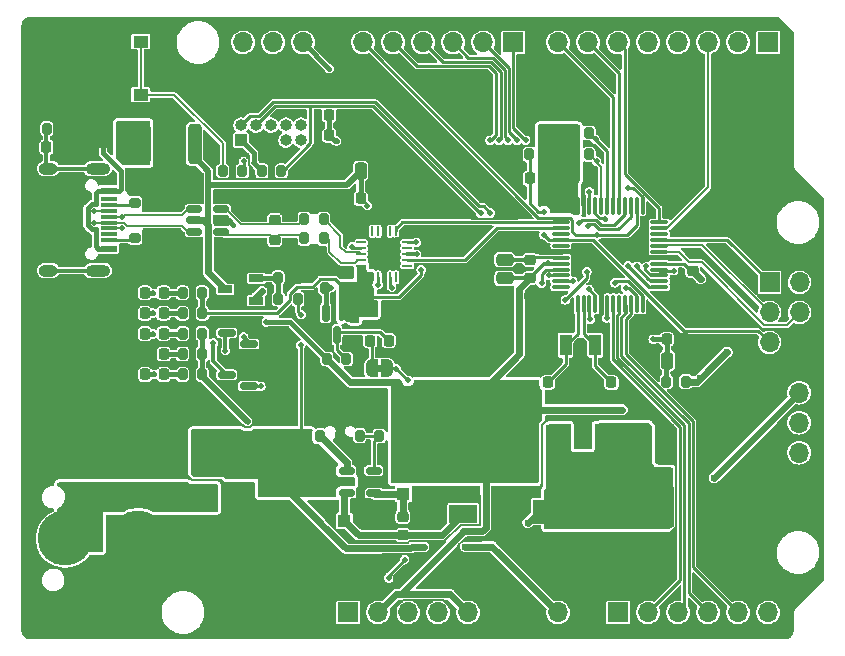
<source format=gtl>
G04 #@! TF.GenerationSoftware,KiCad,Pcbnew,(6.0.1-0)*
G04 #@! TF.CreationDate,2023-01-23T19:01:16+00:00*
G04 #@! TF.ProjectId,Snowduino zero LE way,536e6f77-6475-4696-9e6f-207a65726f20,rev?*
G04 #@! TF.SameCoordinates,Original*
G04 #@! TF.FileFunction,Copper,L1,Top*
G04 #@! TF.FilePolarity,Positive*
%FSLAX46Y46*%
G04 Gerber Fmt 4.6, Leading zero omitted, Abs format (unit mm)*
G04 Created by KiCad (PCBNEW (6.0.1-0)) date 2023-01-23 19:01:16*
%MOMM*%
%LPD*%
G01*
G04 APERTURE LIST*
G04 Aperture macros list*
%AMRoundRect*
0 Rectangle with rounded corners*
0 $1 Rounding radius*
0 $2 $3 $4 $5 $6 $7 $8 $9 X,Y pos of 4 corners*
0 Add a 4 corners polygon primitive as box body*
4,1,4,$2,$3,$4,$5,$6,$7,$8,$9,$2,$3,0*
0 Add four circle primitives for the rounded corners*
1,1,$1+$1,$2,$3*
1,1,$1+$1,$4,$5*
1,1,$1+$1,$6,$7*
1,1,$1+$1,$8,$9*
0 Add four rect primitives between the rounded corners*
20,1,$1+$1,$2,$3,$4,$5,0*
20,1,$1+$1,$4,$5,$6,$7,0*
20,1,$1+$1,$6,$7,$8,$9,0*
20,1,$1+$1,$8,$9,$2,$3,0*%
%AMFreePoly0*
4,1,22,0.500000,-0.750000,0.000000,-0.750000,0.000000,-0.745033,-0.079941,-0.743568,-0.215256,-0.701293,-0.333266,-0.622738,-0.424486,-0.514219,-0.481581,-0.384460,-0.499164,-0.250000,-0.500000,-0.250000,-0.500000,0.250000,-0.499164,0.250000,-0.499963,0.256109,-0.478152,0.396186,-0.417904,0.524511,-0.324060,0.630769,-0.204165,0.706417,-0.067858,0.745374,0.000000,0.744959,0.000000,0.750000,
0.500000,0.750000,0.500000,-0.750000,0.500000,-0.750000,$1*%
%AMFreePoly1*
4,1,20,0.000000,0.744959,0.073905,0.744508,0.209726,0.703889,0.328688,0.626782,0.421226,0.519385,0.479903,0.390333,0.500000,0.250000,0.500000,-0.250000,0.499851,-0.262216,0.476331,-0.402017,0.414519,-0.529596,0.319384,-0.634700,0.198574,-0.708877,0.061801,-0.746166,0.000000,-0.745033,0.000000,-0.750000,-0.500000,-0.750000,-0.500000,0.750000,0.000000,0.750000,0.000000,0.744959,
0.000000,0.744959,$1*%
G04 Aperture macros list end*
G04 #@! TA.AperFunction,ComponentPad*
%ADD10R,1.700000X1.700000*%
G04 #@! TD*
G04 #@! TA.AperFunction,ComponentPad*
%ADD11O,1.700000X1.700000*%
G04 #@! TD*
G04 #@! TA.AperFunction,SMDPad,CuDef*
%ADD12RoundRect,0.225000X0.250000X-0.225000X0.250000X0.225000X-0.250000X0.225000X-0.250000X-0.225000X0*%
G04 #@! TD*
G04 #@! TA.AperFunction,SMDPad,CuDef*
%ADD13RoundRect,0.218750X-0.218750X-0.256250X0.218750X-0.256250X0.218750X0.256250X-0.218750X0.256250X0*%
G04 #@! TD*
G04 #@! TA.AperFunction,SMDPad,CuDef*
%ADD14RoundRect,0.200000X0.200000X0.275000X-0.200000X0.275000X-0.200000X-0.275000X0.200000X-0.275000X0*%
G04 #@! TD*
G04 #@! TA.AperFunction,SMDPad,CuDef*
%ADD15RoundRect,0.225000X-0.225000X-0.250000X0.225000X-0.250000X0.225000X0.250000X-0.225000X0.250000X0*%
G04 #@! TD*
G04 #@! TA.AperFunction,SMDPad,CuDef*
%ADD16RoundRect,0.062500X-0.062500X0.350000X-0.062500X-0.350000X0.062500X-0.350000X0.062500X0.350000X0*%
G04 #@! TD*
G04 #@! TA.AperFunction,SMDPad,CuDef*
%ADD17RoundRect,0.062500X-0.350000X0.062500X-0.350000X-0.062500X0.350000X-0.062500X0.350000X0.062500X0*%
G04 #@! TD*
G04 #@! TA.AperFunction,SMDPad,CuDef*
%ADD18R,2.500000X2.500000*%
G04 #@! TD*
G04 #@! TA.AperFunction,SMDPad,CuDef*
%ADD19R,2.400000X1.500000*%
G04 #@! TD*
G04 #@! TA.AperFunction,SMDPad,CuDef*
%ADD20R,1.100000X1.100000*%
G04 #@! TD*
G04 #@! TA.AperFunction,SMDPad,CuDef*
%ADD21RoundRect,0.250000X0.312500X1.450000X-0.312500X1.450000X-0.312500X-1.450000X0.312500X-1.450000X0*%
G04 #@! TD*
G04 #@! TA.AperFunction,SMDPad,CuDef*
%ADD22RoundRect,0.250000X-0.250000X-0.475000X0.250000X-0.475000X0.250000X0.475000X-0.250000X0.475000X0*%
G04 #@! TD*
G04 #@! TA.AperFunction,SMDPad,CuDef*
%ADD23RoundRect,0.200000X0.275000X-0.200000X0.275000X0.200000X-0.275000X0.200000X-0.275000X-0.200000X0*%
G04 #@! TD*
G04 #@! TA.AperFunction,SMDPad,CuDef*
%ADD24RoundRect,0.250000X0.550000X-1.500000X0.550000X1.500000X-0.550000X1.500000X-0.550000X-1.500000X0*%
G04 #@! TD*
G04 #@! TA.AperFunction,SMDPad,CuDef*
%ADD25RoundRect,0.150000X-0.150000X0.587500X-0.150000X-0.587500X0.150000X-0.587500X0.150000X0.587500X0*%
G04 #@! TD*
G04 #@! TA.AperFunction,SMDPad,CuDef*
%ADD26RoundRect,0.150000X0.587500X0.150000X-0.587500X0.150000X-0.587500X-0.150000X0.587500X-0.150000X0*%
G04 #@! TD*
G04 #@! TA.AperFunction,SMDPad,CuDef*
%ADD27RoundRect,0.075000X0.075000X-0.662500X0.075000X0.662500X-0.075000X0.662500X-0.075000X-0.662500X0*%
G04 #@! TD*
G04 #@! TA.AperFunction,SMDPad,CuDef*
%ADD28RoundRect,0.075000X0.662500X-0.075000X0.662500X0.075000X-0.662500X0.075000X-0.662500X-0.075000X0*%
G04 #@! TD*
G04 #@! TA.AperFunction,SMDPad,CuDef*
%ADD29RoundRect,0.225000X-0.250000X0.225000X-0.250000X-0.225000X0.250000X-0.225000X0.250000X0.225000X0*%
G04 #@! TD*
G04 #@! TA.AperFunction,ComponentPad*
%ADD30R,1.000000X1.000000*%
G04 #@! TD*
G04 #@! TA.AperFunction,ComponentPad*
%ADD31O,1.000000X1.000000*%
G04 #@! TD*
G04 #@! TA.AperFunction,SMDPad,CuDef*
%ADD32RoundRect,0.150000X0.512500X0.150000X-0.512500X0.150000X-0.512500X-0.150000X0.512500X-0.150000X0*%
G04 #@! TD*
G04 #@! TA.AperFunction,SMDPad,CuDef*
%ADD33FreePoly0,0.000000*%
G04 #@! TD*
G04 #@! TA.AperFunction,SMDPad,CuDef*
%ADD34FreePoly1,0.000000*%
G04 #@! TD*
G04 #@! TA.AperFunction,SMDPad,CuDef*
%ADD35R,1.000000X1.800000*%
G04 #@! TD*
G04 #@! TA.AperFunction,SMDPad,CuDef*
%ADD36RoundRect,0.250000X-0.475000X0.250000X-0.475000X-0.250000X0.475000X-0.250000X0.475000X0.250000X0*%
G04 #@! TD*
G04 #@! TA.AperFunction,SMDPad,CuDef*
%ADD37R,1.500000X2.000000*%
G04 #@! TD*
G04 #@! TA.AperFunction,SMDPad,CuDef*
%ADD38R,3.800000X2.000000*%
G04 #@! TD*
G04 #@! TA.AperFunction,SMDPad,CuDef*
%ADD39RoundRect,0.200000X-0.200000X-0.275000X0.200000X-0.275000X0.200000X0.275000X-0.200000X0.275000X0*%
G04 #@! TD*
G04 #@! TA.AperFunction,SMDPad,CuDef*
%ADD40RoundRect,0.225000X0.225000X0.250000X-0.225000X0.250000X-0.225000X-0.250000X0.225000X-0.250000X0*%
G04 #@! TD*
G04 #@! TA.AperFunction,SMDPad,CuDef*
%ADD41RoundRect,0.250000X0.475000X-0.250000X0.475000X0.250000X-0.475000X0.250000X-0.475000X-0.250000X0*%
G04 #@! TD*
G04 #@! TA.AperFunction,SMDPad,CuDef*
%ADD42R,1.300000X1.000000*%
G04 #@! TD*
G04 #@! TA.AperFunction,SMDPad,CuDef*
%ADD43R,1.450000X0.600000*%
G04 #@! TD*
G04 #@! TA.AperFunction,SMDPad,CuDef*
%ADD44R,1.450000X0.300000*%
G04 #@! TD*
G04 #@! TA.AperFunction,ComponentPad*
%ADD45O,2.100000X1.000000*%
G04 #@! TD*
G04 #@! TA.AperFunction,ComponentPad*
%ADD46O,1.600000X1.000000*%
G04 #@! TD*
G04 #@! TA.AperFunction,SMDPad,CuDef*
%ADD47R,1.220000X0.650000*%
G04 #@! TD*
G04 #@! TA.AperFunction,ComponentPad*
%ADD48C,4.650000*%
G04 #@! TD*
G04 #@! TA.AperFunction,ViaPad*
%ADD49C,0.500000*%
G04 #@! TD*
G04 #@! TA.AperFunction,ViaPad*
%ADD50C,0.600000*%
G04 #@! TD*
G04 #@! TA.AperFunction,Conductor*
%ADD51C,0.406400*%
G04 #@! TD*
G04 #@! TA.AperFunction,Conductor*
%ADD52C,0.127000*%
G04 #@! TD*
G04 #@! TA.AperFunction,Conductor*
%ADD53C,0.304800*%
G04 #@! TD*
G04 #@! TA.AperFunction,Conductor*
%ADD54C,0.609600*%
G04 #@! TD*
G04 #@! TA.AperFunction,Conductor*
%ADD55C,0.225000*%
G04 #@! TD*
G04 #@! TA.AperFunction,Conductor*
%ADD56C,0.250000*%
G04 #@! TD*
G04 #@! TA.AperFunction,Conductor*
%ADD57C,0.203200*%
G04 #@! TD*
G04 #@! TA.AperFunction,Conductor*
%ADD58C,0.500000*%
G04 #@! TD*
G04 #@! TA.AperFunction,Conductor*
%ADD59C,0.240000*%
G04 #@! TD*
G04 APERTURE END LIST*
G36*
X112366000Y-102763000D02*
G01*
X111866000Y-102763000D01*
X111866000Y-102163000D01*
X112366000Y-102163000D01*
X112366000Y-102763000D01*
G37*
D10*
X109456000Y-123123000D03*
D11*
X111996000Y-123123000D03*
X114536000Y-123123000D03*
X117076000Y-123123000D03*
X119616000Y-123123000D03*
X122156000Y-123123000D03*
X124696000Y-123123000D03*
X127236000Y-123123000D03*
D10*
X123426000Y-74863000D03*
D11*
X120886000Y-74863000D03*
X118346000Y-74863000D03*
X115806000Y-74863000D03*
X113266000Y-74863000D03*
X110726000Y-74863000D03*
X108186000Y-74863000D03*
X105646000Y-74863000D03*
X103106000Y-74863000D03*
X100566000Y-74863000D03*
D10*
X145016000Y-74863000D03*
D11*
X142476000Y-74863000D03*
X139936000Y-74863000D03*
X137396000Y-74863000D03*
X134856000Y-74863000D03*
X132316000Y-74863000D03*
X129776000Y-74863000D03*
X127236000Y-74863000D03*
D10*
X145143000Y-95183000D03*
D11*
X147683000Y-95183000D03*
X145143000Y-97723000D03*
X147683000Y-97723000D03*
X145143000Y-100263000D03*
X147683000Y-100263000D03*
D10*
X132316000Y-123123000D03*
D11*
X134856000Y-123123000D03*
X137396000Y-123123000D03*
X139936000Y-123123000D03*
X142476000Y-123123000D03*
X145016000Y-123123000D03*
D12*
X103241000Y-89888000D03*
X103241000Y-88338000D03*
D13*
X92278500Y-101238000D03*
X93853500Y-101238000D03*
D14*
X97103500Y-102963000D03*
X95453500Y-102963000D03*
D15*
X107866000Y-81013000D03*
X109416000Y-81013000D03*
D10*
X147641000Y-112138000D03*
D11*
X147641000Y-109598000D03*
X147641000Y-107058000D03*
X147641000Y-104518000D03*
D12*
X124861000Y-93273000D03*
X124861000Y-91723000D03*
D14*
X107391000Y-91463000D03*
X105741000Y-91463000D03*
D16*
X113516000Y-90850500D03*
X113016000Y-90850500D03*
X112516000Y-90850500D03*
X112016000Y-90850500D03*
X111516000Y-90850500D03*
D17*
X110578500Y-91788000D03*
X110578500Y-92288000D03*
X110578500Y-92788000D03*
X110578500Y-93288000D03*
X110578500Y-93788000D03*
D16*
X111516000Y-94725500D03*
X112016000Y-94725500D03*
X112516000Y-94725500D03*
X113016000Y-94725500D03*
X113516000Y-94725500D03*
D17*
X114453500Y-93788000D03*
X114453500Y-93288000D03*
X114453500Y-92788000D03*
X114453500Y-92288000D03*
X114453500Y-91788000D03*
D18*
X112516000Y-92788000D03*
D19*
X119216000Y-114788000D03*
X119216000Y-109288000D03*
D20*
X109141000Y-115363000D03*
X111941000Y-115363000D03*
D21*
X96453500Y-83438000D03*
X92178500Y-83438000D03*
D14*
X138046000Y-103593000D03*
X136396000Y-103593000D03*
X110441000Y-108163000D03*
X108791000Y-108163000D03*
D22*
X110516000Y-85738000D03*
X112416000Y-85738000D03*
D15*
X111441000Y-97488000D03*
X112991000Y-97488000D03*
D23*
X91412000Y-88436000D03*
X91412000Y-86786000D03*
D13*
X92278500Y-102963000D03*
X93853500Y-102963000D03*
D24*
X102841000Y-115688000D03*
X102841000Y-110288000D03*
D15*
X110516000Y-88063000D03*
X112066000Y-88063000D03*
D20*
X97291000Y-110338000D03*
X97291000Y-113138000D03*
D25*
X109466000Y-97750500D03*
X107566000Y-97750500D03*
X108516000Y-99625500D03*
D26*
X101053500Y-100403000D03*
X101053500Y-98503000D03*
X99178500Y-99453000D03*
D27*
X128891000Y-97000500D03*
X129391000Y-97000500D03*
X129891000Y-97000500D03*
X130391000Y-97000500D03*
X130891000Y-97000500D03*
X131391000Y-97000500D03*
X131891000Y-97000500D03*
X132391000Y-97000500D03*
X132891000Y-97000500D03*
X133391000Y-97000500D03*
X133891000Y-97000500D03*
X134391000Y-97000500D03*
D28*
X135803500Y-95588000D03*
X135803500Y-95088000D03*
X135803500Y-94588000D03*
X135803500Y-94088000D03*
X135803500Y-93588000D03*
X135803500Y-93088000D03*
X135803500Y-92588000D03*
X135803500Y-92088000D03*
X135803500Y-91588000D03*
X135803500Y-91088000D03*
X135803500Y-90588000D03*
X135803500Y-90088000D03*
D27*
X134391000Y-88675500D03*
X133891000Y-88675500D03*
X133391000Y-88675500D03*
X132891000Y-88675500D03*
X132391000Y-88675500D03*
X131891000Y-88675500D03*
X131391000Y-88675500D03*
X130891000Y-88675500D03*
X130391000Y-88675500D03*
X129891000Y-88675500D03*
X129391000Y-88675500D03*
X128891000Y-88675500D03*
D28*
X127478500Y-90088000D03*
X127478500Y-90588000D03*
X127478500Y-91088000D03*
X127478500Y-91588000D03*
X127478500Y-92088000D03*
X127478500Y-92588000D03*
X127478500Y-93088000D03*
X127478500Y-93588000D03*
X127478500Y-94088000D03*
X127478500Y-94588000D03*
X127478500Y-95088000D03*
X127478500Y-95588000D03*
D24*
X136266000Y-114238000D03*
X136266000Y-108838000D03*
D14*
X105206000Y-96593000D03*
X103556000Y-96593000D03*
D29*
X114091000Y-115013000D03*
X114091000Y-116563000D03*
D30*
X100391000Y-83138000D03*
D31*
X100391000Y-81868000D03*
X101661000Y-83138000D03*
X101661000Y-81868000D03*
X102931000Y-83138000D03*
X102931000Y-81868000D03*
X104201000Y-83138000D03*
X104201000Y-81868000D03*
X105471000Y-83138000D03*
X105471000Y-81868000D03*
D32*
X111628500Y-113013000D03*
X111628500Y-112063000D03*
X111628500Y-111113000D03*
X109353500Y-111113000D03*
X109353500Y-112063000D03*
X109353500Y-113013000D03*
D24*
X119266000Y-105963000D03*
X119266000Y-100563000D03*
D33*
X111466000Y-102463000D03*
D34*
X112766000Y-102463000D03*
D35*
X127876000Y-100493000D03*
X130376000Y-100493000D03*
D13*
X92253500Y-97788000D03*
X93828500Y-97788000D03*
D36*
X122716000Y-94833000D03*
X122716000Y-96733000D03*
D37*
X129316000Y-108288000D03*
D38*
X127016000Y-114588000D03*
D37*
X127016000Y-108288000D03*
X124716000Y-108288000D03*
D39*
X107666000Y-101663000D03*
X109316000Y-101663000D03*
D15*
X126366000Y-103638000D03*
X127916000Y-103638000D03*
D14*
X129861000Y-84348000D03*
X128211000Y-84348000D03*
D39*
X124786000Y-84348000D03*
X126436000Y-84348000D03*
D23*
X91416000Y-93113000D03*
X91416000Y-91463000D03*
D12*
X138641000Y-94213000D03*
X138641000Y-92663000D03*
D40*
X131756000Y-103653000D03*
X130206000Y-103653000D03*
D22*
X136496000Y-101793000D03*
X138396000Y-101793000D03*
D14*
X97103500Y-96063000D03*
X95453500Y-96063000D03*
D41*
X122711000Y-93248000D03*
X122711000Y-91348000D03*
D39*
X103531000Y-94793000D03*
X105181000Y-94793000D03*
D40*
X126386000Y-86373000D03*
X124836000Y-86373000D03*
D15*
X107866000Y-82738000D03*
X109416000Y-82738000D03*
X82356000Y-83723000D03*
X83906000Y-83723000D03*
X128261000Y-86323000D03*
X129811000Y-86323000D03*
D42*
X83491000Y-74788000D03*
X91891000Y-74788000D03*
X83491000Y-79288000D03*
X91891000Y-79288000D03*
D14*
X107391000Y-89813000D03*
X105741000Y-89813000D03*
X129861000Y-82523000D03*
X128211000Y-82523000D03*
D32*
X98716000Y-90888000D03*
X98716000Y-89938000D03*
X98716000Y-88988000D03*
X96441000Y-88988000D03*
X96441000Y-89938000D03*
X96441000Y-90888000D03*
D29*
X124866000Y-94808000D03*
X124866000Y-96358000D03*
D43*
X89176000Y-86613000D03*
X89176000Y-87413000D03*
D44*
X89176000Y-88613000D03*
X89176000Y-89613000D03*
X89176000Y-90113000D03*
X89176000Y-91113000D03*
D43*
X89176000Y-92313000D03*
X89176000Y-93113000D03*
X89176000Y-93113000D03*
X89176000Y-92313000D03*
D44*
X89176000Y-91613000D03*
X89176000Y-90613000D03*
X89176000Y-89113000D03*
X89176000Y-88113000D03*
D43*
X89176000Y-87413000D03*
X89176000Y-86613000D03*
D45*
X88261000Y-85543000D03*
X88261000Y-94183000D03*
D46*
X84081000Y-94183000D03*
X84081000Y-85543000D03*
D15*
X136446000Y-99993000D03*
X137996000Y-99993000D03*
D26*
X101053500Y-103953000D03*
X101053500Y-102053000D03*
X99178500Y-103003000D03*
D14*
X97103500Y-99513000D03*
X95453500Y-99513000D03*
D29*
X103241000Y-91588000D03*
X103241000Y-93138000D03*
D47*
X101686000Y-96723000D03*
X101686000Y-94823000D03*
X99066000Y-95773000D03*
D13*
X92253500Y-96063000D03*
X93828500Y-96063000D03*
D14*
X97103500Y-101238000D03*
X95453500Y-101238000D03*
X100491000Y-85763000D03*
X98841000Y-85763000D03*
D39*
X102166000Y-85738000D03*
X103816000Y-85738000D03*
D40*
X86966000Y-83038000D03*
X85416000Y-83038000D03*
D15*
X111341000Y-100113000D03*
X112891000Y-100113000D03*
D48*
X85491000Y-116863000D03*
X88791000Y-121463000D03*
X91691000Y-116863000D03*
D20*
X114141000Y-113113000D03*
X114141000Y-110313000D03*
D39*
X105441000Y-108163000D03*
X107091000Y-108163000D03*
D14*
X83956000Y-82173000D03*
X82306000Y-82173000D03*
X113741000Y-108188000D03*
X112091000Y-108188000D03*
X109116000Y-95613000D03*
X107466000Y-95613000D03*
X97103500Y-97788000D03*
X95453500Y-97788000D03*
D13*
X92266000Y-99513000D03*
X93841000Y-99513000D03*
D14*
X90341000Y-83038000D03*
X88691000Y-83038000D03*
D49*
X99742000Y-90329000D03*
X104576000Y-106363000D03*
D50*
X129145000Y-100249000D03*
D49*
X109026000Y-78743000D03*
X97613000Y-82926000D03*
X94365000Y-91620000D03*
X124746000Y-81603000D03*
X97948000Y-85201000D03*
X124076000Y-112993000D03*
X143821000Y-106654000D03*
X130625000Y-118433000D03*
X131086000Y-95383000D03*
X94356000Y-88323000D03*
X117983000Y-119604000D03*
X134996000Y-98653000D03*
X124916000Y-102603000D03*
X130666000Y-84070000D03*
X95366000Y-81263000D03*
X143796000Y-97133000D03*
X142693000Y-106520000D03*
X128956000Y-92173000D03*
X100824000Y-89594000D03*
X90006000Y-93903000D03*
X141736000Y-90343000D03*
X129796000Y-85523000D03*
X110466000Y-100933000D03*
X109208000Y-98864000D03*
X110989000Y-119668000D03*
X130956000Y-81353000D03*
X135636000Y-83343000D03*
X109384000Y-94101000D03*
X126956000Y-104913000D03*
X135636000Y-106933000D03*
X144866000Y-103223000D03*
X95016000Y-110843000D03*
X126503000Y-106670000D03*
X114616000Y-119478000D03*
X110976000Y-114993000D03*
X106556000Y-97473000D03*
X107129000Y-92509000D03*
X110576000Y-109743000D03*
X106536000Y-106533000D03*
X123396000Y-85833000D03*
X115106000Y-115653000D03*
X106156000Y-101063000D03*
X108465000Y-90025000D03*
X143746000Y-95503000D03*
X136876000Y-119832000D03*
X133366000Y-118303000D03*
X114076000Y-91033000D03*
X124126000Y-89413000D03*
X139796000Y-93133000D03*
X133296000Y-92433000D03*
X121096000Y-81543000D03*
X102936000Y-84733000D03*
X140816000Y-86113000D03*
X106896000Y-78953000D03*
X121126000Y-90663000D03*
X139025000Y-120849000D03*
X99516000Y-112743000D03*
X89565000Y-86018000D03*
X100336000Y-96673000D03*
X120049000Y-112686000D03*
X137316000Y-93123000D03*
X97236000Y-80213000D03*
X141126000Y-92663000D03*
X138676000Y-86053000D03*
X104912000Y-80833000D03*
X143186000Y-91783000D03*
X101663000Y-99287000D03*
X94734000Y-115169000D03*
X125899000Y-92000000D03*
X107606000Y-100573000D03*
X107581000Y-114639000D03*
X137426000Y-95243000D03*
D50*
X110598000Y-112546000D03*
D49*
X140806000Y-89303000D03*
X139304000Y-118917000D03*
X101060000Y-91953000D03*
X101311000Y-86269000D03*
X140366000Y-98393000D03*
X135156000Y-102173000D03*
X120897000Y-120665000D03*
X113633000Y-86133000D03*
X121166000Y-92513000D03*
X139636000Y-97263000D03*
X98786000Y-106393000D03*
X120266000Y-85783000D03*
X101966000Y-106273000D03*
X114512500Y-103470500D03*
X112894000Y-120214000D03*
X100604000Y-84936000D03*
X126026000Y-89193000D03*
X114244000Y-118648000D03*
X113518000Y-102476000D03*
X126026000Y-91153000D03*
D50*
X139306000Y-94863000D03*
D49*
X101520000Y-85072000D03*
D50*
X141566000Y-101093000D03*
D49*
X102166000Y-95933000D03*
D50*
X132662000Y-105951000D03*
D49*
X102541000Y-98538000D03*
X126351000Y-93565000D03*
D50*
X126896000Y-89073000D03*
X139287000Y-103274000D03*
D49*
X131346000Y-98193000D03*
X135286000Y-99993000D03*
X111090000Y-88677000D03*
X112016000Y-95373000D03*
X115236000Y-91783000D03*
X115642000Y-94099000D03*
D50*
X115885000Y-117561000D03*
D49*
X105490000Y-97912000D03*
D50*
X119363000Y-117544000D03*
D49*
X105446000Y-100493000D03*
X100951000Y-106993000D03*
D50*
X140440000Y-111732000D03*
X124666000Y-115513000D03*
X135115000Y-112625000D03*
D49*
X129846000Y-95773000D03*
X107866000Y-77083000D03*
X108480000Y-83208000D03*
X120694000Y-89336000D03*
X125841000Y-95242000D03*
X126475000Y-94577000D03*
X100611000Y-99804000D03*
X121496000Y-89293000D03*
X129942000Y-98303000D03*
X128475000Y-95085000D03*
X129881000Y-87485000D03*
X131191000Y-89802000D03*
X130499000Y-84927000D03*
X130406000Y-83063000D03*
X129676000Y-94273000D03*
X130546000Y-91173000D03*
X102077000Y-103963000D03*
X127846000Y-96653000D03*
X121476000Y-83153000D03*
X129005000Y-90151000D03*
X133146000Y-87193000D03*
X122236000Y-83143000D03*
X122986000Y-83163000D03*
X129746000Y-90371000D03*
X132026000Y-95213000D03*
X123746000Y-83163000D03*
X132966000Y-95663000D03*
X124496000Y-83153000D03*
X133167000Y-93788000D03*
X133940000Y-93806000D03*
X134716000Y-93828000D03*
X137026000Y-94183000D03*
X92976000Y-99536000D03*
X98046000Y-100303000D03*
X99076000Y-100953000D03*
X92991000Y-102969000D03*
X92976000Y-96119000D03*
X113146000Y-95673000D03*
X92966000Y-97783000D03*
X109796000Y-92151000D03*
X90310000Y-90603000D03*
X90314000Y-89642000D03*
X87981000Y-90121000D03*
X87981000Y-89136000D03*
X115256000Y-92783000D03*
X107986000Y-95623000D03*
D51*
X98716000Y-89938000D02*
X99351000Y-89938000D01*
D52*
X120606011Y-115728011D02*
X118976000Y-115728011D01*
X113492000Y-122654000D02*
X113492000Y-123844000D01*
X107581000Y-115283022D02*
X107581000Y-114639000D01*
X112516000Y-95665271D02*
X112963740Y-96113011D01*
X101966000Y-106273000D02*
X101966000Y-106600282D01*
D53*
X137282320Y-93156680D02*
X137316000Y-93123000D01*
D52*
X124126000Y-89413000D02*
X123762989Y-89776011D01*
X101311000Y-85510271D02*
X101045989Y-85245260D01*
X124076000Y-113657585D02*
X120685405Y-117048180D01*
D51*
X124861000Y-91723000D02*
X123086000Y-91723000D01*
D53*
X137281000Y-93088000D02*
X137316000Y-93123000D01*
D51*
X99351000Y-89938000D02*
X99742000Y-90329000D01*
D52*
X100336000Y-96673000D02*
X101570820Y-95438180D01*
X122156000Y-123123000D02*
X120718000Y-124561000D01*
X124076000Y-112993000D02*
X124076000Y-113657585D01*
X100736000Y-107443000D02*
X100257000Y-106964000D01*
X114070000Y-122076000D02*
X113492000Y-122654000D01*
D54*
X108791000Y-108163000D02*
X108996000Y-108163000D01*
D52*
X112449011Y-118207989D02*
X114866989Y-118207989D01*
D54*
X111628500Y-112063000D02*
X111093890Y-112063000D01*
D52*
X101966000Y-106600282D02*
X101123282Y-107443000D01*
X114652937Y-117062989D02*
X114512906Y-117203020D01*
X112516000Y-94725500D02*
X112516000Y-95665271D01*
D54*
X108996000Y-108163000D02*
X110576000Y-109743000D01*
D52*
X113545980Y-91453020D02*
X112516000Y-92483000D01*
X118976000Y-115728011D02*
X117589011Y-117115000D01*
D51*
X123086000Y-91723000D02*
X122711000Y-91348000D01*
D52*
X129231020Y-88515520D02*
X129391000Y-88675500D01*
D54*
X111093890Y-112063000D02*
X110516000Y-112640890D01*
D52*
X98444020Y-86428020D02*
X101151980Y-86428020D01*
X114076000Y-91033000D02*
X114076000Y-91133000D01*
D51*
X122711000Y-91348000D02*
X121546000Y-92513000D01*
D52*
X113755980Y-91453020D02*
X113545980Y-91453020D01*
X130891000Y-97848000D02*
X130586000Y-98153000D01*
X120606011Y-113243011D02*
X120606011Y-115728011D01*
X124032000Y-83631000D02*
X123396000Y-84267000D01*
D51*
X125726000Y-92588000D02*
X127478500Y-92588000D01*
D52*
X100125980Y-101180020D02*
X99998000Y-101308000D01*
X114866989Y-118207989D02*
X115118000Y-118459000D01*
X124936011Y-81793011D02*
X124936011Y-83379969D01*
X113345989Y-96113011D02*
X114008000Y-95451000D01*
X112516000Y-92483000D02*
X112516000Y-92788000D01*
X119910011Y-89776011D02*
X119637000Y-89503000D01*
X95016000Y-110843000D02*
X95102000Y-110843000D01*
X101053500Y-98503000D02*
X100125980Y-99430520D01*
X120049000Y-112686000D02*
X120606011Y-113243011D01*
X137256020Y-109828020D02*
X136266000Y-108838000D01*
X119156820Y-117048180D02*
X118751000Y-117454000D01*
X118532000Y-124561000D02*
X118217000Y-124246000D01*
D54*
X136266000Y-107613000D02*
X135366000Y-106713000D01*
D52*
X101123282Y-107443000D02*
X100736000Y-107443000D01*
X129231020Y-87544980D02*
X129231020Y-88515520D01*
X133366000Y-118303000D02*
X134873282Y-118303000D01*
D54*
X136266000Y-108743000D02*
X136266000Y-107613000D01*
D52*
X95102000Y-110843000D02*
X96206000Y-111947000D01*
X118217000Y-123144000D02*
X118217000Y-122793201D01*
X118751000Y-117454000D02*
X118751000Y-117686000D01*
X117589011Y-117115000D02*
X116950000Y-117115000D01*
X120685405Y-117048180D02*
X119156820Y-117048180D01*
X118217000Y-124246000D02*
X118217000Y-123144000D01*
D51*
X121546000Y-92513000D02*
X121166000Y-92513000D01*
D52*
X101151980Y-86428020D02*
X101311000Y-86269000D01*
X117499799Y-122076000D02*
X114070000Y-122076000D01*
X101311000Y-86269000D02*
X101445020Y-86403020D01*
X112963740Y-96113011D02*
X113345989Y-96113011D01*
X98064020Y-86048020D02*
X98444020Y-86428020D01*
X99516000Y-112743000D02*
X98720000Y-111947000D01*
X129811000Y-86323000D02*
X129231020Y-86902980D01*
X101045989Y-84433989D02*
X100745000Y-84133000D01*
X123396000Y-84267000D02*
X123396000Y-85833000D01*
X102642180Y-95438180D02*
X102772000Y-95568000D01*
X101311000Y-86269000D02*
X101311000Y-85510271D01*
X129231020Y-86902980D02*
X129231020Y-87544980D01*
X114076000Y-91133000D02*
X113755980Y-91453020D01*
X130891000Y-97000500D02*
X130891000Y-97848000D01*
X124321000Y-112748000D02*
X125608000Y-112748000D01*
X116950000Y-117115000D02*
X116897989Y-117062989D01*
D54*
X136266000Y-108838000D02*
X136266000Y-108743000D01*
D52*
X137256020Y-115920262D02*
X137256020Y-109828020D01*
X120718000Y-124561000D02*
X118532000Y-124561000D01*
D53*
X135803500Y-93088000D02*
X137281000Y-93088000D01*
D52*
X98064020Y-85317020D02*
X98064020Y-86048020D01*
X114008000Y-95451000D02*
X114008000Y-94960000D01*
X98720000Y-111947000D02*
X96206000Y-111947000D01*
X109500998Y-117203020D02*
X107581000Y-115283022D01*
X116950000Y-117115000D02*
X116942000Y-117123000D01*
X123762989Y-89776011D02*
X119910011Y-89776011D01*
X124746000Y-81603000D02*
X124936011Y-81793011D01*
D54*
X110516000Y-112640890D02*
X110516000Y-114553000D01*
D51*
X124861000Y-91723000D02*
X125726000Y-92588000D01*
D52*
X134873282Y-118303000D02*
X137256020Y-115920262D01*
X125912000Y-107261000D02*
X126503000Y-106670000D01*
X104402980Y-86403020D02*
X104617000Y-86189000D01*
X124076000Y-112993000D02*
X124321000Y-112748000D01*
X97948000Y-85201000D02*
X98064020Y-85317020D01*
X112516000Y-92788000D02*
X112516000Y-94253000D01*
X115313011Y-93658989D02*
X115228000Y-93744000D01*
X118217000Y-122793201D02*
X117499799Y-122076000D01*
X116897989Y-117062989D02*
X114652937Y-117062989D01*
X110989000Y-119668000D02*
X112449011Y-118207989D01*
X101445020Y-86403020D02*
X104402980Y-86403020D01*
X124936011Y-83379969D02*
X124684980Y-83631000D01*
X116210989Y-93658989D02*
X115313011Y-93658989D01*
X125912000Y-112444000D02*
X125912000Y-107261000D01*
X125608000Y-112748000D02*
X125912000Y-112444000D01*
X124684980Y-83631000D02*
X124032000Y-83631000D01*
X116601000Y-94049000D02*
X116210989Y-93658989D01*
X114512906Y-117203020D02*
X109500998Y-117203020D01*
X100125980Y-99430520D02*
X100125980Y-101180020D01*
X101045989Y-85245260D02*
X101045989Y-84433989D01*
X101570820Y-95438180D02*
X102642180Y-95438180D01*
D55*
X128891000Y-99508000D02*
X127906000Y-100493000D01*
X126366000Y-103638000D02*
X127876000Y-102128000D01*
X127996000Y-100493000D02*
X127876000Y-100493000D01*
X127906000Y-100493000D02*
X127876000Y-100493000D01*
X127876000Y-102128000D02*
X127876000Y-100493000D01*
X128891000Y-97000500D02*
X128891000Y-99508000D01*
X129391000Y-99508000D02*
X129391000Y-97000500D01*
X130376000Y-100493000D02*
X129391000Y-99508000D01*
X131756000Y-103653000D02*
X130376000Y-102273000D01*
X130376000Y-102273000D02*
X130376000Y-100493000D01*
X144158980Y-99278980D02*
X145143000Y-100263000D01*
X112894000Y-120214000D02*
X112894000Y-119999000D01*
X130181000Y-91588000D02*
X137871980Y-99278980D01*
X127478500Y-91588000D02*
X126461000Y-91588000D01*
X113505000Y-102463000D02*
X113518000Y-102476000D01*
X124836000Y-84398000D02*
X124786000Y-84348000D01*
X125553124Y-89193000D02*
X124836000Y-88475876D01*
X124836000Y-88475876D02*
X124836000Y-86373000D01*
X112894000Y-119999000D02*
X114294000Y-118599000D01*
X126461000Y-91588000D02*
X126026000Y-91153000D01*
X100604000Y-85650000D02*
X100491000Y-85763000D01*
X127478500Y-91588000D02*
X130181000Y-91588000D01*
X126026000Y-89193000D02*
X125553124Y-89193000D01*
X137871980Y-99278980D02*
X144158980Y-99278980D01*
X124836000Y-86373000D02*
X124836000Y-84398000D01*
X114512500Y-103470500D02*
X113518000Y-102476000D01*
X112766000Y-102463000D02*
X113505000Y-102463000D01*
X100604000Y-84936000D02*
X100604000Y-85650000D01*
D54*
X132654000Y-105959000D02*
X132662000Y-105951000D01*
X101686000Y-96723000D02*
X101686000Y-96413000D01*
D56*
X137917511Y-93624511D02*
X135840011Y-93624511D01*
D54*
X138046000Y-103593000D02*
X138992000Y-103593000D01*
D53*
X124866000Y-94808000D02*
X122741000Y-94808000D01*
D56*
X137917511Y-93624511D02*
X138506000Y-94213000D01*
D51*
X101486000Y-85063000D02*
X101491000Y-85063000D01*
D54*
X119180962Y-116222831D02*
X120810972Y-116222831D01*
D53*
X122741000Y-94808000D02*
X122716000Y-94833000D01*
D54*
X114041820Y-121581180D02*
X118074180Y-121581180D01*
D53*
X124866000Y-94808000D02*
X126086000Y-93588000D01*
D54*
X109647320Y-103644320D02*
X110523680Y-103644320D01*
X113537820Y-121581180D02*
X114041820Y-121581180D01*
D56*
X135840011Y-93624511D02*
X135803500Y-93588000D01*
D54*
X139291000Y-94863000D02*
X138641000Y-94213000D01*
X139306000Y-94863000D02*
X139291000Y-94863000D01*
X114041820Y-121463398D02*
X114041820Y-121581180D01*
X111996000Y-123123000D02*
X113537820Y-121581180D01*
X141492000Y-101093000D02*
X139736000Y-102849000D01*
D51*
X101486000Y-85063000D02*
X101486000Y-84233000D01*
D54*
X119266000Y-105963000D02*
X123959680Y-101269320D01*
X123959680Y-95714320D02*
X124866000Y-94808000D01*
X101686000Y-96413000D02*
X102166000Y-95933000D01*
D51*
X102541000Y-98538000D02*
X104541000Y-98538000D01*
D54*
X119180962Y-116222831D02*
X119180962Y-116324256D01*
X118074180Y-121581180D02*
X119616000Y-123123000D01*
X110523680Y-103644320D02*
X113648320Y-103644320D01*
X123959680Y-101269320D02*
X123959680Y-95714320D01*
X141566000Y-101093000D02*
X141492000Y-101093000D01*
X110523680Y-103644320D02*
X113117320Y-103644320D01*
X138992000Y-103593000D02*
X139736000Y-102849000D01*
X121100831Y-115932972D02*
X121100831Y-111172831D01*
X109647320Y-103644320D02*
X107666000Y-101663000D01*
X120810972Y-116222831D02*
X121100831Y-115932972D01*
D56*
X138506000Y-94213000D02*
X138641000Y-94213000D01*
D53*
X126086000Y-93588000D02*
X127478500Y-93588000D01*
D54*
X124610000Y-105959000D02*
X124396000Y-106173000D01*
X121100831Y-111172831D02*
X119216000Y-109288000D01*
X113648320Y-103644320D02*
X113705000Y-103701000D01*
X119180962Y-116324256D02*
X114041820Y-121463398D01*
D51*
X101491000Y-85063000D02*
X102166000Y-85738000D01*
D54*
X124610000Y-105959000D02*
X132654000Y-105959000D01*
D57*
X122741000Y-94758000D02*
X122716000Y-94783000D01*
D51*
X101486000Y-84233000D02*
X100391000Y-83138000D01*
X104541000Y-98538000D02*
X107666000Y-101663000D01*
D55*
X125097000Y-93037000D02*
X124861000Y-93273000D01*
X126309000Y-93037000D02*
X125097000Y-93037000D01*
X127478500Y-93088000D02*
X127420720Y-93030220D01*
D53*
X122736000Y-93273000D02*
X122711000Y-93248000D01*
D55*
X126315780Y-93030220D02*
X126309000Y-93037000D01*
D53*
X124861000Y-93273000D02*
X122736000Y-93273000D01*
D55*
X127420720Y-93030220D02*
X126315780Y-93030220D01*
D53*
X125046000Y-93088000D02*
X124861000Y-93273000D01*
X131391000Y-98168000D02*
X131396000Y-98173000D01*
D51*
X136396000Y-103593000D02*
X136396000Y-101893000D01*
X136446000Y-99993000D02*
X136446000Y-101743000D01*
X136446000Y-101743000D02*
X136496000Y-101793000D01*
X136396000Y-101893000D02*
X136496000Y-101793000D01*
D53*
X131391000Y-97000500D02*
X131391000Y-98168000D01*
D51*
X136446000Y-99993000D02*
X135286000Y-99993000D01*
X88094000Y-90700711D02*
X88094000Y-92086846D01*
X89176000Y-87413000D02*
X90060422Y-87413000D01*
X90230711Y-85777711D02*
X88691000Y-84238000D01*
X88104000Y-88556289D02*
X87740875Y-88556289D01*
X89176000Y-87413000D02*
X88320154Y-87413000D01*
X88094000Y-92086846D02*
X88320154Y-92313000D01*
X88320154Y-87413000D02*
X88104000Y-87629154D01*
X87740875Y-88556289D02*
X87401289Y-88895875D01*
X88320154Y-92313000D02*
X89176000Y-92313000D01*
X88104000Y-87629154D02*
X88104000Y-88556289D01*
X88691000Y-84238000D02*
X88691000Y-83038000D01*
X87401289Y-88895875D02*
X87401289Y-90361125D01*
X90230711Y-87242711D02*
X90230711Y-85777711D01*
X90060422Y-87413000D02*
X90230711Y-87242711D01*
X87401289Y-90361125D02*
X87740875Y-90700711D01*
X87740875Y-90700711D02*
X88094000Y-90700711D01*
D58*
X96453500Y-84592521D02*
X96453500Y-83438000D01*
D54*
X97231000Y-89938000D02*
X96441000Y-89938000D01*
D58*
X97782511Y-86895511D02*
X109358489Y-86895511D01*
D51*
X110516000Y-88063000D02*
X110516000Y-85738000D01*
X96453500Y-84599637D02*
X96453500Y-83438000D01*
D56*
X111090000Y-88637000D02*
X110516000Y-88063000D01*
D58*
X97624000Y-85763021D02*
X96453500Y-84592521D01*
D54*
X97622180Y-94329180D02*
X97622180Y-90329180D01*
D56*
X111090000Y-88677000D02*
X111090000Y-88637000D01*
D58*
X97624000Y-86737000D02*
X97782511Y-86895511D01*
X97624000Y-86737000D02*
X97624000Y-85763021D01*
D54*
X99066000Y-95773000D02*
X97622180Y-94329180D01*
X97622180Y-90329180D02*
X97231000Y-89938000D01*
D58*
X97624000Y-90361000D02*
X97624000Y-86737000D01*
D56*
X112016000Y-95373000D02*
X112016000Y-94725500D01*
D58*
X109358489Y-86895511D02*
X110516000Y-85738000D01*
D53*
X84081000Y-83898000D02*
X83906000Y-83723000D01*
X88261000Y-94183000D02*
X84081000Y-94183000D01*
X83906000Y-82223000D02*
X83956000Y-82173000D01*
X83906000Y-83723000D02*
X83906000Y-85368000D01*
X84341000Y-94443000D02*
X84081000Y-94183000D01*
X83906000Y-83723000D02*
X83906000Y-82223000D01*
X83906000Y-85368000D02*
X84081000Y-85543000D01*
X88261000Y-85543000D02*
X84081000Y-85543000D01*
D52*
X98716000Y-88988000D02*
X99151000Y-88988000D01*
X98716000Y-88988000D02*
X99114781Y-88988000D01*
X103241000Y-89888000D02*
X103627500Y-90274500D01*
X105279500Y-90274500D02*
X105741000Y-89813000D01*
X102854500Y-90274500D02*
X103241000Y-89888000D01*
X100401281Y-90274500D02*
X102854500Y-90274500D01*
X99114781Y-88988000D02*
X100401281Y-90274500D01*
X103241000Y-89888000D02*
X102851976Y-89888000D01*
X103627500Y-90274500D02*
X105279500Y-90274500D01*
X98716000Y-90888000D02*
X98909360Y-90888000D01*
X98716000Y-90888000D02*
X99029500Y-91201500D01*
X99029500Y-91201500D02*
X99917500Y-91201500D01*
X103627500Y-91201500D02*
X105479500Y-91201500D01*
X105479500Y-91201500D02*
X105741000Y-91463000D01*
X99917500Y-91201500D02*
X102854500Y-91201500D01*
X103241000Y-91588000D02*
X103627500Y-91201500D01*
X102854500Y-91201500D02*
X103241000Y-91588000D01*
D55*
X107110132Y-94873000D02*
X108376000Y-94873000D01*
D56*
X115642000Y-94099000D02*
X115642000Y-94532861D01*
X115642000Y-94532861D02*
X113740861Y-96434000D01*
D55*
X104566980Y-96677888D02*
X104566980Y-96136152D01*
X97103500Y-97788000D02*
X103456868Y-97788000D01*
X108376000Y-94873000D02*
X109116000Y-95613000D01*
D56*
X115236000Y-91783000D02*
X114458500Y-91783000D01*
D55*
X103456868Y-97788000D02*
X104566980Y-96677888D01*
D56*
X114458500Y-91783000D02*
X114453500Y-91788000D01*
X113740861Y-96434000D02*
X111458000Y-96434000D01*
D51*
X97103500Y-96063000D02*
X97103500Y-97788000D01*
D55*
X105170132Y-95533000D02*
X106450132Y-95533000D01*
X106450132Y-95533000D02*
X107110132Y-94873000D01*
X104566980Y-96136152D02*
X105170132Y-95533000D01*
X111466000Y-100238000D02*
X111341000Y-100113000D01*
X111466000Y-102463000D02*
X111466000Y-100238000D01*
D54*
X107437000Y-115854000D02*
X103765000Y-112182000D01*
X102791000Y-110338000D02*
X102841000Y-110288000D01*
X102841000Y-110288000D02*
X103316000Y-110288000D01*
X119364000Y-117543000D02*
X119363000Y-117544000D01*
X109280840Y-117697840D02*
X107437000Y-115854000D01*
X102841000Y-110288000D02*
X102841000Y-111025622D01*
X121656000Y-117543000D02*
X119364000Y-117543000D01*
X97291000Y-110338000D02*
X102791000Y-110338000D01*
X114855000Y-117561000D02*
X114854854Y-117560854D01*
D55*
X105441000Y-100498000D02*
X105446000Y-100493000D01*
D54*
X114717867Y-117697840D02*
X114307944Y-117697840D01*
D55*
X105486000Y-96873000D02*
X105206000Y-96593000D01*
D56*
X105441000Y-96828000D02*
X105206000Y-96593000D01*
D55*
X105206000Y-97628000D02*
X105490000Y-97912000D01*
X105206000Y-96593000D02*
X105206000Y-97628000D01*
D54*
X115885000Y-117561000D02*
X114855000Y-117561000D01*
X114854854Y-117560854D02*
X114717867Y-117697840D01*
X114307944Y-117697840D02*
X109280840Y-117697840D01*
X103765000Y-112182000D02*
X103765000Y-111955000D01*
X127236000Y-123123000D02*
X121656000Y-117543000D01*
D55*
X105441000Y-108163000D02*
X105441000Y-100498000D01*
D51*
X97103500Y-102963000D02*
X97103500Y-101238000D01*
X97103500Y-101238000D02*
X97103500Y-99513000D01*
D54*
X125591000Y-114588000D02*
X124666000Y-115513000D01*
D51*
X100936000Y-106953000D02*
X100956000Y-106953000D01*
D54*
X140440000Y-111732000D02*
X140440000Y-111719000D01*
X127016000Y-114588000D02*
X125591000Y-114588000D01*
X140440000Y-111719000D02*
X147641000Y-104518000D01*
D58*
X97103500Y-103145500D02*
X100951000Y-106993000D01*
D51*
X97103500Y-102963000D02*
X97103500Y-103145500D01*
X107866000Y-82738000D02*
X107866000Y-81013000D01*
X108336000Y-83208000D02*
X107866000Y-82738000D01*
D55*
X130391000Y-96318909D02*
X129846000Y-95773909D01*
D51*
X107866000Y-77083000D02*
X105646000Y-74863000D01*
X108480000Y-83208000D02*
X108336000Y-83208000D01*
D55*
X130391000Y-97000500D02*
X130391000Y-96318909D01*
X129846000Y-95773909D02*
X129846000Y-95773000D01*
D51*
X95453500Y-99513000D02*
X93841000Y-99513000D01*
X95453500Y-101238000D02*
X93853500Y-101238000D01*
X95453500Y-102963000D02*
X93853500Y-102963000D01*
D55*
X108742520Y-99398980D02*
X108516000Y-99625500D01*
X112176980Y-99398980D02*
X108742520Y-99398980D01*
X108516000Y-100863000D02*
X109316000Y-101663000D01*
X112891000Y-100113000D02*
X112176980Y-99398980D01*
X108516000Y-99625500D02*
X108516000Y-100863000D01*
D51*
X93828500Y-96063000D02*
X95453500Y-96063000D01*
D54*
X114091000Y-115013000D02*
X114091000Y-113163000D01*
X111728500Y-113113000D02*
X111628500Y-113013000D01*
X114091000Y-113163000D02*
X114141000Y-113113000D01*
X114141000Y-113113000D02*
X111728500Y-113113000D01*
D51*
X95453500Y-97788000D02*
X93828500Y-97788000D01*
D55*
X120626000Y-89293000D02*
X111606000Y-80273000D01*
X103256000Y-80273000D02*
X101661000Y-81868000D01*
X103916120Y-85738000D02*
X106266000Y-83388120D01*
X103816000Y-85738000D02*
X103916120Y-85738000D01*
X106266000Y-83388120D02*
X106266000Y-80273000D01*
X106266000Y-80273000D02*
X103256000Y-80273000D01*
X125841000Y-94460000D02*
X125841000Y-95242000D01*
X126213000Y-94088000D02*
X125841000Y-94460000D01*
X111606000Y-80273000D02*
X106266000Y-80273000D01*
X127478500Y-94088000D02*
X126213000Y-94088000D01*
X101179562Y-81079438D02*
X100391000Y-81868000D01*
X101952438Y-81079438D02*
X101179562Y-81079438D01*
X101053500Y-100246500D02*
X100611000Y-99804000D01*
X127478500Y-94588000D02*
X126486000Y-94588000D01*
X121496000Y-89293000D02*
X120927438Y-88724438D01*
X120554562Y-88724438D02*
X111751604Y-79921480D01*
X111751604Y-79921480D02*
X103110396Y-79921480D01*
X126486000Y-94588000D02*
X126475000Y-94577000D01*
X103110396Y-79921480D02*
X101952438Y-81079438D01*
X101053500Y-100403000D02*
X101053500Y-100246500D01*
X120927438Y-88724438D02*
X120554562Y-88724438D01*
X129891000Y-98338000D02*
X129886000Y-98343000D01*
X129891000Y-97000500D02*
X129891000Y-98338000D01*
D59*
X137578981Y-107398796D02*
X131942511Y-101762326D01*
X137578981Y-119636019D02*
X137578981Y-107398796D01*
D55*
X131891000Y-97000500D02*
X131891000Y-101710815D01*
X131891000Y-101710815D02*
X131942511Y-101762326D01*
X137578981Y-120400019D02*
X137578981Y-119636019D01*
X134856000Y-123123000D02*
X137578981Y-120400019D01*
X137938000Y-122581000D02*
X137938000Y-107238480D01*
X132242520Y-97973000D02*
X132391000Y-97824520D01*
X137938000Y-107238480D02*
X132242520Y-101543000D01*
X132391000Y-97824520D02*
X132391000Y-97000500D01*
X132242520Y-101543000D02*
X132242520Y-97973000D01*
X137396000Y-123123000D02*
X137938000Y-122581000D01*
X139936000Y-122583000D02*
X139936000Y-123123000D01*
D53*
X139936000Y-123123000D02*
X139936000Y-122863000D01*
D55*
X132946000Y-97055500D02*
X132891000Y-97000500D01*
X139936000Y-123123000D02*
X138289520Y-121476520D01*
X138289520Y-121476520D02*
X138289520Y-107092876D01*
X132946000Y-97766644D02*
X132946000Y-97055500D01*
X132594040Y-98118604D02*
X132946000Y-97766644D01*
X132594040Y-101397396D02*
X132594040Y-98118604D01*
X138289520Y-107092876D02*
X132594040Y-101397396D01*
D53*
X139936000Y-122863000D02*
X139926000Y-122853000D01*
D55*
X138641040Y-118907960D02*
X138641040Y-106947272D01*
X142476000Y-123123000D02*
X138641040Y-119288040D01*
X138641040Y-106947272D02*
X132945560Y-101251792D01*
X132945560Y-98264208D02*
X133391000Y-97818768D01*
X138641040Y-119288040D02*
X138641040Y-118907960D01*
X133391000Y-97818768D02*
X133391000Y-97000500D01*
X132945560Y-101251792D02*
X132945560Y-98264208D01*
X128472000Y-95088000D02*
X128475000Y-95085000D01*
X127478500Y-95088000D02*
X128472000Y-95088000D01*
D57*
X144696431Y-98801111D02*
X139388320Y-93493000D01*
X139388320Y-93493000D02*
X138355192Y-93493000D01*
X137794111Y-92924959D02*
X137457152Y-92588000D01*
X146604889Y-98801111D02*
X144696431Y-98801111D01*
X137794111Y-92931919D02*
X137794111Y-92924959D01*
X147683000Y-97723000D02*
X146604889Y-98801111D01*
X137457152Y-92588000D02*
X135803500Y-92588000D01*
X138355192Y-93493000D02*
X137794111Y-92931919D01*
X139404880Y-91984880D02*
X145143000Y-97723000D01*
X135906620Y-91984880D02*
X139404880Y-91984880D01*
X135803500Y-92088000D02*
X135906620Y-91984880D01*
D55*
X135803500Y-91588000D02*
X141548000Y-91588000D01*
X141548000Y-91588000D02*
X145143000Y-95183000D01*
X129891000Y-88675500D02*
X129891000Y-87768000D01*
X129891000Y-87768000D02*
X129896000Y-87763000D01*
X129891000Y-88675500D02*
X129891000Y-87495000D01*
X129891000Y-87495000D02*
X129881000Y-87485000D01*
X130766909Y-89733000D02*
X131136000Y-89733000D01*
X130391000Y-88675500D02*
X130391000Y-89357091D01*
X131136000Y-89733000D02*
X131286000Y-89883000D01*
X130391000Y-89357091D02*
X130766909Y-89733000D01*
D57*
X130891000Y-88675500D02*
X130891000Y-85378000D01*
X130891000Y-85378000D02*
X129861000Y-84348000D01*
D55*
X131391000Y-88675500D02*
X131391000Y-84053000D01*
X131391000Y-84053000D02*
X129861000Y-82523000D01*
X133076000Y-91173000D02*
X133891000Y-90358000D01*
X128746000Y-91173000D02*
X128455020Y-90882020D01*
X102067000Y-103953000D02*
X102077000Y-103963000D01*
X130646000Y-91173000D02*
X133076000Y-91173000D01*
X128455020Y-90882020D02*
X128455020Y-89882929D01*
X129676000Y-94823000D02*
X127846000Y-96653000D01*
X128455020Y-89882929D02*
X128271071Y-89698980D01*
X133891000Y-90358000D02*
X133891000Y-88675500D01*
X128271071Y-89698980D02*
X125561980Y-89698980D01*
X130546000Y-91173000D02*
X130646000Y-91173000D01*
X101053500Y-103953000D02*
X102067000Y-103953000D01*
X125561980Y-89698980D02*
X110726000Y-74863000D01*
X129676000Y-94273000D02*
X129676000Y-94823000D01*
X130546000Y-91173000D02*
X128746000Y-91173000D01*
X131960011Y-90322011D02*
X130858796Y-90322011D01*
X132891000Y-88675500D02*
X132891000Y-89391022D01*
X132891000Y-89391022D02*
X131960011Y-90322011D01*
X129274011Y-89881989D02*
X129005000Y-90151000D01*
X130418774Y-89881989D02*
X129274011Y-89881989D01*
X113266000Y-74863000D02*
X115272602Y-76869602D01*
X122019920Y-82667513D02*
X121534433Y-83153000D01*
X130858796Y-90322011D02*
X130418774Y-89881989D01*
X115272602Y-76869602D02*
X121401230Y-76869602D01*
X121534433Y-83153000D02*
X121476000Y-83153000D01*
X121401230Y-76869602D02*
X122019920Y-77488292D01*
X122019920Y-77488292D02*
X122019920Y-82667513D01*
X133598876Y-87193000D02*
X133146000Y-87193000D01*
X134391000Y-87985124D02*
X133598876Y-87193000D01*
X122371440Y-77342688D02*
X122371440Y-83007560D01*
X121546834Y-76518082D02*
X117461082Y-76518082D01*
X117461082Y-76518082D02*
X115806000Y-74863000D01*
X122371440Y-77342688D02*
X121546834Y-76518082D01*
X122371440Y-83007560D02*
X122236000Y-83143000D01*
X134391000Y-88675500D02*
X134391000Y-87985124D01*
X133391000Y-88675500D02*
X133391000Y-89616480D01*
X119649562Y-76166562D02*
X118346000Y-74863000D01*
X122986000Y-83163000D02*
X122722960Y-82899960D01*
X129844491Y-90240509D02*
X129707000Y-90378000D01*
X130713192Y-90673531D02*
X130280170Y-90240509D01*
X133391000Y-89616480D02*
X132333949Y-90673531D01*
X121692438Y-76166562D02*
X119649562Y-76166562D01*
X130280170Y-90240509D02*
X129844491Y-90240509D01*
X122722960Y-82899960D02*
X122722960Y-77197084D01*
X122722960Y-77197084D02*
X121692438Y-76166562D01*
X132333949Y-90673531D02*
X130713192Y-90673531D01*
X123074480Y-77051480D02*
X120886000Y-74863000D01*
X133188876Y-95093000D02*
X134391000Y-96295124D01*
X134391000Y-96295124D02*
X134391000Y-97000500D01*
X123796000Y-83163000D02*
X123074480Y-82441480D01*
X132026000Y-95213000D02*
X132146000Y-95093000D01*
X123777567Y-83163000D02*
X123796000Y-83163000D01*
X132036989Y-95223989D02*
X132026000Y-95213000D01*
X123074480Y-82441480D02*
X123074480Y-77051480D01*
X132146000Y-95093000D02*
X133188876Y-95093000D01*
X132966000Y-95663000D02*
X133261752Y-95663000D01*
X124496000Y-83153000D02*
X124477567Y-83153000D01*
X124477567Y-83153000D02*
X123426000Y-82101433D01*
X133261752Y-95663000D02*
X133891000Y-96292248D01*
X133891000Y-96292248D02*
X133891000Y-97000500D01*
X123426000Y-82101433D02*
X123426000Y-74863000D01*
X131891000Y-88675500D02*
X131891000Y-79518000D01*
X131891000Y-79518000D02*
X127236000Y-74863000D01*
X132391000Y-88675500D02*
X132391000Y-77478000D01*
X132391000Y-77478000D02*
X129776000Y-74863000D01*
X132876000Y-85973000D02*
X132876000Y-75423000D01*
X132876000Y-75423000D02*
X132316000Y-74863000D01*
X135803500Y-88900500D02*
X132876000Y-85973000D01*
X135803500Y-90088000D02*
X135803500Y-88900500D01*
X135803500Y-95588000D02*
X134901000Y-95588000D01*
X134901000Y-95588000D02*
X133116000Y-93803000D01*
X134887893Y-94853984D02*
X134887893Y-94851108D01*
X135121909Y-95088000D02*
X134887893Y-94853984D01*
X135803500Y-95088000D02*
X135121909Y-95088000D01*
X133886000Y-93849215D02*
X134887893Y-94851108D01*
X133886000Y-93803000D02*
X133886000Y-93849215D01*
D57*
X139936000Y-87121676D02*
X139936000Y-74863000D01*
X135803500Y-90588000D02*
X136469676Y-90588000D01*
X136469676Y-90588000D02*
X139936000Y-87121676D01*
D55*
X134636000Y-93813000D02*
X134636000Y-94102091D01*
X134636000Y-94102091D02*
X135121909Y-94588000D01*
X135803500Y-94588000D02*
X135121909Y-94588000D01*
X135898500Y-94183000D02*
X135803500Y-94088000D01*
X137026000Y-94183000D02*
X135898500Y-94183000D01*
D54*
X114091000Y-116563000D02*
X117441000Y-116563000D01*
X109141000Y-113225500D02*
X109353500Y-113013000D01*
X117441000Y-116563000D02*
X119216000Y-114788000D01*
X110341000Y-116563000D02*
X109141000Y-115363000D01*
X109141000Y-115363000D02*
X109141000Y-113225500D01*
X114091000Y-116563000D02*
X110341000Y-116563000D01*
D53*
X98046000Y-100303000D02*
X98046000Y-101870500D01*
D51*
X92976000Y-99536000D02*
X92289000Y-99536000D01*
D53*
X98046000Y-101870500D02*
X99178500Y-103003000D01*
D55*
X92236000Y-99483000D02*
X92266000Y-99513000D01*
D51*
X92289000Y-99536000D02*
X92266000Y-99513000D01*
D53*
X99076000Y-99555500D02*
X99178500Y-99453000D01*
D51*
X92991000Y-102969000D02*
X92284500Y-102969000D01*
X92284500Y-102969000D02*
X92278500Y-102963000D01*
D53*
X99076000Y-100953000D02*
X99076000Y-99555500D01*
D55*
X113036000Y-94745500D02*
X113016000Y-94725500D01*
D51*
X92976000Y-96080000D02*
X92270500Y-96080000D01*
X92270500Y-96080000D02*
X92253500Y-96063000D01*
D55*
X113036000Y-95613000D02*
X113036000Y-94745500D01*
D57*
X91891000Y-79288000D02*
X94742163Y-79288000D01*
X94742163Y-79288000D02*
X98841000Y-83386837D01*
X98841000Y-83386837D02*
X98841000Y-85763000D01*
X91891000Y-79288000D02*
X91891000Y-74788000D01*
D55*
X110578500Y-92288000D02*
X109891000Y-92288000D01*
X109891000Y-92288000D02*
X109806000Y-92203000D01*
D51*
X92966000Y-97783000D02*
X92258500Y-97783000D01*
X92258500Y-97783000D02*
X92253500Y-97788000D01*
D55*
X92228500Y-97763000D02*
X92253500Y-97788000D01*
D54*
X89216000Y-113138000D02*
X97291000Y-113138000D01*
X85491000Y-116863000D02*
X89216000Y-113138000D01*
D55*
X91235000Y-88613000D02*
X91412000Y-88436000D01*
X89176000Y-88613000D02*
X91235000Y-88613000D01*
D52*
X96441000Y-88988000D02*
X95851000Y-88988000D01*
X95407126Y-89469500D02*
X90500500Y-89469500D01*
X90285000Y-89613000D02*
X90314000Y-89642000D01*
X90314000Y-89642000D02*
X90486500Y-89469500D01*
X95888626Y-88988000D02*
X95407126Y-89469500D01*
X90486500Y-89469500D02*
X90500500Y-89469500D01*
X90310000Y-90603000D02*
X89186000Y-90603000D01*
X89186000Y-90603000D02*
X89176000Y-90613000D01*
X96441000Y-88988000D02*
X95888626Y-88988000D01*
X89176000Y-89613000D02*
X90285000Y-89613000D01*
X89176000Y-90113000D02*
X90442271Y-90113000D01*
X90442271Y-90113000D02*
X90725636Y-90396365D01*
X89176000Y-90113000D02*
X87989000Y-90113000D01*
X88004000Y-89113000D02*
X87981000Y-89136000D01*
X95898626Y-90888000D02*
X96441000Y-90888000D01*
X87989000Y-90113000D02*
X87981000Y-90121000D01*
X95407126Y-90396500D02*
X95898626Y-90888000D01*
X89176000Y-89113000D02*
X88004000Y-89113000D01*
X90725500Y-90396500D02*
X95407126Y-90396500D01*
D55*
X89176000Y-91613000D02*
X91266000Y-91613000D01*
X91266000Y-91613000D02*
X91416000Y-91463000D01*
D51*
X103556000Y-94818000D02*
X103531000Y-94793000D01*
X103556000Y-96593000D02*
X103556000Y-94818000D01*
X101716000Y-94793000D02*
X101686000Y-94823000D01*
X103531000Y-94793000D02*
X101716000Y-94793000D01*
D53*
X115256000Y-92783000D02*
X114458500Y-92783000D01*
X114458500Y-92783000D02*
X114453500Y-92788000D01*
D51*
X107566000Y-95713000D02*
X107466000Y-95613000D01*
X107566000Y-97750500D02*
X107566000Y-95713000D01*
D52*
X107881814Y-92564302D02*
X108886616Y-93569104D01*
X107730024Y-91463000D02*
X107881814Y-91614790D01*
X110308883Y-93288000D02*
X110578500Y-93288000D01*
X107391000Y-91463000D02*
X107730024Y-91463000D01*
X108886616Y-93569104D02*
X110027779Y-93569104D01*
X107881814Y-91614790D02*
X107881814Y-92564302D01*
X110027779Y-93569104D02*
X110308883Y-93288000D01*
X110432604Y-92642104D02*
X110578500Y-92788000D01*
X109270592Y-92642104D02*
X110432604Y-92642104D01*
X108808814Y-91230814D02*
X108808814Y-92180326D01*
X107391000Y-89813000D02*
X108808814Y-91230814D01*
X108808814Y-92180326D02*
X109270592Y-92642104D01*
D54*
X109353500Y-110425500D02*
X107091000Y-108163000D01*
X109353500Y-111113000D02*
X109353500Y-110425500D01*
D55*
X112091000Y-108188000D02*
X111591000Y-108188000D01*
X111628500Y-111113000D02*
X111628500Y-108650500D01*
X111591000Y-108188000D02*
X110466000Y-108188000D01*
X111628500Y-108650500D02*
X112091000Y-108188000D01*
X110466000Y-108188000D02*
X110441000Y-108163000D01*
X127478500Y-90088000D02*
X114051000Y-90088000D01*
X113516000Y-90623000D02*
X113516000Y-90850500D01*
X114051000Y-90088000D02*
X113516000Y-90623000D01*
X119354422Y-93288000D02*
X114453500Y-93288000D01*
X122054422Y-90588000D02*
X119354422Y-93288000D01*
X127478500Y-90588000D02*
X122054422Y-90588000D01*
G04 #@! TA.AperFunction,Conductor*
G36*
X134988087Y-107130268D02*
G01*
X135009451Y-107147420D01*
X135174595Y-107312564D01*
X135208621Y-107374876D01*
X135211500Y-107401659D01*
X135211500Y-110385756D01*
X135218202Y-110447448D01*
X135268929Y-110582764D01*
X135274309Y-110589943D01*
X135274311Y-110589946D01*
X135340287Y-110677977D01*
X135355596Y-110698404D01*
X135362776Y-110703785D01*
X135464054Y-110779689D01*
X135464057Y-110779691D01*
X135471236Y-110785071D01*
X135560954Y-110818704D01*
X135599157Y-110833026D01*
X135599159Y-110833026D01*
X135606552Y-110835798D01*
X135614402Y-110836651D01*
X135614403Y-110836651D01*
X135664847Y-110842131D01*
X135668244Y-110842500D01*
X136812020Y-110842500D01*
X136880141Y-110862502D01*
X136926634Y-110916158D01*
X136938020Y-110968500D01*
X136938020Y-115736352D01*
X136918018Y-115804473D01*
X136901115Y-115825447D01*
X136700467Y-116026095D01*
X136638155Y-116060121D01*
X136611372Y-116063000D01*
X126192141Y-116063000D01*
X126124020Y-116042998D01*
X126077527Y-115989342D01*
X126066141Y-115936859D01*
X126066290Y-115804473D01*
X126067605Y-114631361D01*
X126069672Y-112788097D01*
X126089751Y-112719998D01*
X126106577Y-112699143D01*
X126123151Y-112682569D01*
X126131255Y-112675143D01*
X126150913Y-112658648D01*
X126159360Y-112651560D01*
X126164871Y-112642015D01*
X126164874Y-112642011D01*
X126177703Y-112619790D01*
X126183608Y-112610520D01*
X126198329Y-112589496D01*
X126204652Y-112580466D01*
X126207506Y-112569814D01*
X126208840Y-112566953D01*
X126209919Y-112563987D01*
X126215432Y-112554440D01*
X126217346Y-112543584D01*
X126217348Y-112543579D01*
X126221804Y-112518310D01*
X126224182Y-112507581D01*
X126230823Y-112482794D01*
X126233677Y-112472143D01*
X126230479Y-112435590D01*
X126230000Y-112424608D01*
X126230000Y-107444910D01*
X126250002Y-107376789D01*
X126266905Y-107355815D01*
X126411218Y-107211502D01*
X126473530Y-107177476D01*
X126502620Y-107174618D01*
X126565998Y-107175780D01*
X126574660Y-107173419D01*
X126574664Y-107173418D01*
X126678523Y-107145103D01*
X126711201Y-107140667D01*
X128185203Y-107135253D01*
X128253397Y-107155005D01*
X128300087Y-107208489D01*
X128309254Y-107262933D01*
X128311500Y-107262933D01*
X128311501Y-109313066D01*
X128326266Y-109387301D01*
X128382516Y-109471484D01*
X128466699Y-109527734D01*
X128540933Y-109542500D01*
X129315874Y-109542500D01*
X130091066Y-109542499D01*
X130126818Y-109535388D01*
X130153126Y-109530156D01*
X130153128Y-109530155D01*
X130165301Y-109527734D01*
X130175621Y-109520839D01*
X130175622Y-109520838D01*
X130239168Y-109478377D01*
X130249484Y-109471484D01*
X130305734Y-109387301D01*
X130320500Y-109313067D01*
X130320499Y-107262934D01*
X130320570Y-107262934D01*
X130333353Y-107195545D01*
X130382194Y-107144018D01*
X130445053Y-107126952D01*
X130927949Y-107125178D01*
X134919893Y-107110516D01*
X134988087Y-107130268D01*
G37*
G04 #@! TD.AperFunction*
G04 #@! TA.AperFunction,Conductor*
G36*
X106397961Y-107627434D02*
G01*
X106444519Y-107681033D01*
X106454708Y-107751295D01*
X106448852Y-107775262D01*
X106439507Y-107801873D01*
X106436500Y-107833685D01*
X106436501Y-108492314D01*
X106439507Y-108524127D01*
X106484791Y-108653076D01*
X106565990Y-108763010D01*
X106675924Y-108844209D01*
X106804873Y-108889493D01*
X106812515Y-108890215D01*
X106812518Y-108890216D01*
X106827421Y-108891624D01*
X106836685Y-108892500D01*
X106977341Y-108892500D01*
X107045462Y-108912502D01*
X107066436Y-108929405D01*
X108595396Y-110458365D01*
X108629422Y-110520677D01*
X108624357Y-110591492D01*
X108595396Y-110636555D01*
X108509674Y-110722277D01*
X108451502Y-110836445D01*
X108436500Y-110931166D01*
X108436500Y-111294834D01*
X108451502Y-111389555D01*
X108509674Y-111503723D01*
X108600277Y-111594326D01*
X108714445Y-111652498D01*
X108809166Y-111667500D01*
X109262531Y-111667500D01*
X109271758Y-111667838D01*
X109388949Y-111676444D01*
X109420977Y-111669986D01*
X109445882Y-111667500D01*
X109897834Y-111667500D01*
X109902726Y-111666725D01*
X109907659Y-111666337D01*
X109907796Y-111668081D01*
X109970700Y-111676210D01*
X110025014Y-111721932D01*
X110046000Y-111791560D01*
X110046000Y-112294287D01*
X110029773Y-112356141D01*
X110029343Y-112356904D01*
X110024149Y-112363747D01*
X110020987Y-112371734D01*
X110018458Y-112378121D01*
X110008385Y-112398145D01*
X110007771Y-112399135D01*
X109954869Y-112446483D01*
X109897834Y-112457037D01*
X109897834Y-112458500D01*
X109464442Y-112458500D01*
X109454137Y-112457581D01*
X109453474Y-112457365D01*
X109300371Y-112450948D01*
X109284057Y-112454774D01*
X109282366Y-112455171D01*
X109253594Y-112458500D01*
X108809166Y-112458500D01*
X108714445Y-112473502D01*
X108600277Y-112531674D01*
X108509674Y-112622277D01*
X108451502Y-112736445D01*
X108436500Y-112831166D01*
X108436500Y-113194834D01*
X108437275Y-113199727D01*
X108443224Y-113237290D01*
X108434124Y-113307701D01*
X108388402Y-113362015D01*
X108318775Y-113383000D01*
X101951782Y-113383000D01*
X101883661Y-113362998D01*
X101837168Y-113309342D01*
X101825782Y-113257218D01*
X101824517Y-112527174D01*
X101816218Y-107739063D01*
X101836102Y-107670910D01*
X101889677Y-107624324D01*
X101942065Y-107612847D01*
X103262914Y-107611242D01*
X106329817Y-107607515D01*
X106397961Y-107627434D01*
G37*
G04 #@! TD.AperFunction*
G04 #@! TA.AperFunction,Conductor*
G36*
X102526000Y-111800000D02*
G01*
X99074910Y-111800000D01*
X99006789Y-111779998D01*
X98985815Y-111763095D01*
X98958569Y-111735849D01*
X98951143Y-111727745D01*
X98934648Y-111708087D01*
X98927560Y-111699640D01*
X98918015Y-111694129D01*
X98918011Y-111694126D01*
X98895790Y-111681297D01*
X98886520Y-111675392D01*
X98865496Y-111660671D01*
X98856466Y-111654348D01*
X98845814Y-111651494D01*
X98842953Y-111650160D01*
X98839987Y-111649081D01*
X98830440Y-111643568D01*
X98819584Y-111641654D01*
X98819579Y-111641652D01*
X98794310Y-111637196D01*
X98783581Y-111634818D01*
X98758794Y-111628177D01*
X98748143Y-111625323D01*
X98715522Y-111628177D01*
X98711590Y-111628521D01*
X98700608Y-111629000D01*
X96389910Y-111629000D01*
X96321789Y-111608998D01*
X96300815Y-111592095D01*
X96192905Y-111484185D01*
X96158879Y-111421873D01*
X96156000Y-111395090D01*
X96156000Y-107748803D01*
X96176002Y-107680682D01*
X96229658Y-107634189D01*
X96281802Y-107622803D01*
X98325408Y-107619594D01*
X100407220Y-107616326D01*
X100475370Y-107636221D01*
X100496511Y-107653231D01*
X100497431Y-107654151D01*
X100504857Y-107662255D01*
X100528440Y-107690360D01*
X100537985Y-107695871D01*
X100537989Y-107695874D01*
X100560218Y-107708707D01*
X100569479Y-107714607D01*
X100599534Y-107735651D01*
X100610179Y-107738504D01*
X100613051Y-107739843D01*
X100616017Y-107740923D01*
X100625560Y-107746432D01*
X100636409Y-107748345D01*
X100636417Y-107748348D01*
X100661694Y-107752805D01*
X100672422Y-107755183D01*
X100697205Y-107761823D01*
X100697206Y-107761823D01*
X100707857Y-107764677D01*
X100744410Y-107761479D01*
X100755392Y-107761000D01*
X101103890Y-107761000D01*
X101114872Y-107761479D01*
X101151425Y-107764677D01*
X101165148Y-107761000D01*
X101186863Y-107755182D01*
X101197592Y-107752804D01*
X101222861Y-107748348D01*
X101222866Y-107748346D01*
X101233722Y-107746432D01*
X101243269Y-107740919D01*
X101246235Y-107739840D01*
X101249096Y-107738506D01*
X101259748Y-107735652D01*
X101289802Y-107714608D01*
X101299072Y-107708703D01*
X101321293Y-107695874D01*
X101321297Y-107695871D01*
X101330842Y-107690360D01*
X101354425Y-107662255D01*
X101361851Y-107654151D01*
X101364413Y-107651589D01*
X101426725Y-107617563D01*
X101453307Y-107614684D01*
X101816002Y-107614115D01*
X102526000Y-107613000D01*
X102526000Y-111800000D01*
G37*
G04 #@! TD.AperFunction*
G04 #@! TA.AperFunction,Conductor*
G36*
X129008121Y-81823002D02*
G01*
X129054614Y-81876658D01*
X129066000Y-81929000D01*
X129066000Y-86566090D01*
X129045998Y-86634211D01*
X129029095Y-86655185D01*
X129019869Y-86664411D01*
X129011765Y-86671837D01*
X128983660Y-86695420D01*
X128978149Y-86704965D01*
X128978146Y-86704969D01*
X128965317Y-86727190D01*
X128959412Y-86736460D01*
X128938368Y-86766514D01*
X128935514Y-86777166D01*
X128934180Y-86780027D01*
X128933101Y-86782993D01*
X128927588Y-86792540D01*
X128925674Y-86803396D01*
X128925672Y-86803401D01*
X128921216Y-86828670D01*
X128918838Y-86839399D01*
X128914488Y-86855635D01*
X128909343Y-86874837D01*
X128910304Y-86885819D01*
X128912541Y-86911390D01*
X128913020Y-86922372D01*
X128913020Y-88496128D01*
X128912541Y-88507110D01*
X128909343Y-88543663D01*
X128912197Y-88554314D01*
X128918838Y-88579101D01*
X128921216Y-88589830D01*
X128925672Y-88615099D01*
X128925674Y-88615104D01*
X128927588Y-88625960D01*
X128933101Y-88635507D01*
X128934180Y-88638473D01*
X128935514Y-88641334D01*
X128938368Y-88651986D01*
X128944691Y-88661016D01*
X128959412Y-88682040D01*
X128965316Y-88691308D01*
X128969618Y-88698759D01*
X128986500Y-88761761D01*
X128986500Y-89367000D01*
X128966498Y-89435121D01*
X128912842Y-89481614D01*
X128860500Y-89493000D01*
X128640091Y-89493000D01*
X128571970Y-89472998D01*
X128550108Y-89454514D01*
X128546269Y-89448569D01*
X128538095Y-89442125D01*
X128538093Y-89442123D01*
X128520955Y-89428613D01*
X128516730Y-89424858D01*
X128516657Y-89424945D01*
X128512700Y-89421592D01*
X128509019Y-89417911D01*
X128504785Y-89414885D01*
X128493897Y-89407104D01*
X128489176Y-89403560D01*
X128450319Y-89372928D01*
X128441966Y-89369994D01*
X128434761Y-89364846D01*
X128387332Y-89350662D01*
X128381737Y-89348844D01*
X128335042Y-89332445D01*
X128329673Y-89331980D01*
X128326961Y-89331980D01*
X128324510Y-89331874D01*
X128324234Y-89331792D01*
X128324239Y-89331684D01*
X128323777Y-89331655D01*
X128317705Y-89329839D01*
X128266860Y-89331836D01*
X128265673Y-89331883D01*
X128260727Y-89331980D01*
X126661539Y-89331980D01*
X126593418Y-89311978D01*
X126546925Y-89258322D01*
X126535548Y-89204438D01*
X126535629Y-89197857D01*
X126535629Y-89197853D01*
X126535688Y-89193000D01*
X126515201Y-89049948D01*
X126455388Y-88918395D01*
X126449530Y-88911596D01*
X126449527Y-88911592D01*
X126366916Y-88815718D01*
X126366913Y-88815716D01*
X126361056Y-88808918D01*
X126239790Y-88730317D01*
X126215592Y-88723080D01*
X126109938Y-88691482D01*
X126109936Y-88691482D01*
X126101337Y-88688910D01*
X126092363Y-88688855D01*
X126092361Y-88688855D01*
X126029082Y-88688469D01*
X125956827Y-88688028D01*
X125948196Y-88690495D01*
X125948194Y-88690495D01*
X125826509Y-88725272D01*
X125826505Y-88725274D01*
X125817879Y-88727739D01*
X125810288Y-88732528D01*
X125810287Y-88732529D01*
X125773649Y-88755645D01*
X125705364Y-88775079D01*
X125637412Y-88754509D01*
X125617319Y-88738178D01*
X125562905Y-88683764D01*
X125528879Y-88621452D01*
X125526000Y-88594669D01*
X125526000Y-86771552D01*
X125531259Y-86742517D01*
X125529530Y-86742106D01*
X125531358Y-86734419D01*
X125534130Y-86727024D01*
X125540500Y-86668389D01*
X125540499Y-86077612D01*
X125540130Y-86074212D01*
X125534984Y-86026834D01*
X125534983Y-86026830D01*
X125534130Y-86018976D01*
X125531356Y-86011576D01*
X125529529Y-86003893D01*
X125531259Y-86003482D01*
X125526000Y-85974448D01*
X125526000Y-81929000D01*
X125546002Y-81860879D01*
X125599658Y-81814386D01*
X125652000Y-81803000D01*
X128940000Y-81803000D01*
X129008121Y-81823002D01*
G37*
G04 #@! TD.AperFunction*
G04 #@! TA.AperFunction,Conductor*
G36*
X92668121Y-81553002D02*
G01*
X92714614Y-81606658D01*
X92726000Y-81659000D01*
X92726000Y-85107000D01*
X92705998Y-85175121D01*
X92652342Y-85221614D01*
X92600000Y-85233000D01*
X90385476Y-85233000D01*
X90317355Y-85212998D01*
X90296380Y-85196095D01*
X89822904Y-84722618D01*
X89788879Y-84660306D01*
X89786000Y-84633523D01*
X89786000Y-81659000D01*
X89806002Y-81590879D01*
X89859658Y-81544386D01*
X89912000Y-81533000D01*
X92600000Y-81533000D01*
X92668121Y-81553002D01*
G37*
G04 #@! TD.AperFunction*
G04 #@! TA.AperFunction,Conductor*
G36*
X89288121Y-82323002D02*
G01*
X89334614Y-82376658D01*
X89346000Y-82429000D01*
X89346000Y-83647000D01*
X89325998Y-83715121D01*
X89272342Y-83761614D01*
X89220000Y-83773000D01*
X86402000Y-83773000D01*
X86333879Y-83752998D01*
X86287386Y-83699342D01*
X86276000Y-83647000D01*
X86276000Y-82429000D01*
X86296002Y-82360879D01*
X86349658Y-82314386D01*
X86402000Y-82303000D01*
X89220000Y-82303000D01*
X89288121Y-82323002D01*
G37*
G04 #@! TD.AperFunction*
G04 #@! TA.AperFunction,Conductor*
G36*
X145867379Y-72694033D02*
G01*
X145879192Y-72704122D01*
X147168926Y-73993856D01*
X147196703Y-74048373D01*
X147197922Y-74063860D01*
X147197922Y-85271131D01*
X147197620Y-85275246D01*
X147195999Y-85279967D01*
X147196819Y-85301809D01*
X147197852Y-85329322D01*
X147197922Y-85333036D01*
X147197922Y-85352456D01*
X147198745Y-85356874D01*
X147199080Y-85362045D01*
X147199323Y-85368501D01*
X147200192Y-85391647D01*
X147204720Y-85402186D01*
X147211086Y-85423140D01*
X147213187Y-85434421D01*
X147217984Y-85442203D01*
X147227131Y-85457042D01*
X147233817Y-85469912D01*
X147244308Y-85494331D01*
X147248308Y-85499201D01*
X147252660Y-85503553D01*
X147266926Y-85521601D01*
X147271831Y-85529558D01*
X147279107Y-85535091D01*
X147279108Y-85535092D01*
X147295013Y-85547186D01*
X147305093Y-85555986D01*
X149708028Y-87958922D01*
X149735805Y-88013439D01*
X149737024Y-88028926D01*
X149737024Y-120431649D01*
X149718117Y-120489840D01*
X149708028Y-120501653D01*
X147323558Y-122886123D01*
X147320440Y-122888814D01*
X147315956Y-122891006D01*
X147309740Y-122897707D01*
X147282383Y-122927198D01*
X147279807Y-122929874D01*
X147266058Y-122943623D01*
X147263514Y-122947331D01*
X147260099Y-122951221D01*
X147239951Y-122972940D01*
X147236563Y-122981433D01*
X147236561Y-122981436D01*
X147235699Y-122983596D01*
X147225386Y-123002911D01*
X147224068Y-123004832D01*
X147224067Y-123004835D01*
X147218894Y-123012375D01*
X147216783Y-123021273D01*
X147212759Y-123038230D01*
X147208389Y-123052051D01*
X147198537Y-123076743D01*
X147197922Y-123083016D01*
X147197922Y-123089166D01*
X147195247Y-123112023D01*
X147193090Y-123121114D01*
X147196789Y-123148296D01*
X147197018Y-123149977D01*
X147197922Y-123163327D01*
X147197922Y-124647619D01*
X147196575Y-124663895D01*
X147167866Y-124836150D01*
X147165724Y-124848999D01*
X147161113Y-124866549D01*
X147111451Y-125003121D01*
X147095717Y-125031132D01*
X146995126Y-125156872D01*
X146979664Y-125172334D01*
X146853930Y-125272920D01*
X146825918Y-125288654D01*
X146689344Y-125338317D01*
X146671787Y-125342930D01*
X146486692Y-125373779D01*
X146470417Y-125375126D01*
X82529911Y-125375126D01*
X82513637Y-125373779D01*
X82328536Y-125342929D01*
X82310980Y-125338316D01*
X82174414Y-125288656D01*
X82146402Y-125272922D01*
X82020662Y-125172331D01*
X82005200Y-125156869D01*
X81904614Y-125031135D01*
X81888880Y-125003123D01*
X81839217Y-124866549D01*
X81834604Y-124848992D01*
X81803755Y-124663897D01*
X81802408Y-124647622D01*
X81802408Y-123233226D01*
X93683819Y-123233226D01*
X93719907Y-123498395D01*
X93794792Y-123755317D01*
X93906831Y-123998348D01*
X93908842Y-124001415D01*
X93908844Y-124001419D01*
X93991671Y-124127750D01*
X94053562Y-124222149D01*
X94231760Y-124421803D01*
X94437512Y-124592925D01*
X94666298Y-124731756D01*
X94913091Y-124835245D01*
X94916653Y-124836150D01*
X94916654Y-124836150D01*
X94967220Y-124848992D01*
X95172470Y-124901119D01*
X95176123Y-124901487D01*
X95176124Y-124901487D01*
X95250629Y-124908989D01*
X95394741Y-124923500D01*
X95553944Y-124923500D01*
X95632649Y-124917651D01*
X95749223Y-124908989D01*
X95749229Y-124908988D01*
X95752877Y-124908717D01*
X96013891Y-124849655D01*
X96017308Y-124848326D01*
X96017312Y-124848325D01*
X96259889Y-124753992D01*
X96263309Y-124752662D01*
X96495650Y-124619868D01*
X96532811Y-124590573D01*
X96702920Y-124456469D01*
X96705811Y-124454190D01*
X96708325Y-124451517D01*
X96708331Y-124451512D01*
X96886661Y-124261941D01*
X96889175Y-124259269D01*
X97041714Y-124039385D01*
X97067143Y-123987820D01*
X108455500Y-123987820D01*
X108456447Y-123992578D01*
X108456447Y-123992583D01*
X108457594Y-123998348D01*
X108464233Y-124031722D01*
X108469649Y-124039827D01*
X108469649Y-124039828D01*
X108473607Y-124045751D01*
X108497496Y-124081504D01*
X108547278Y-124114767D01*
X108556838Y-124116669D01*
X108556839Y-124116669D01*
X108586417Y-124122553D01*
X108586422Y-124122553D01*
X108591180Y-124123500D01*
X110320820Y-124123500D01*
X110325578Y-124122553D01*
X110325583Y-124122553D01*
X110355161Y-124116669D01*
X110355162Y-124116669D01*
X110364722Y-124114767D01*
X110414504Y-124081504D01*
X110438393Y-124045751D01*
X110442351Y-124039828D01*
X110442351Y-124039827D01*
X110447767Y-124031722D01*
X110454406Y-123998348D01*
X110455553Y-123992583D01*
X110455553Y-123992578D01*
X110456500Y-123987820D01*
X110456500Y-122258180D01*
X110455070Y-122250987D01*
X110449669Y-122223839D01*
X110449669Y-122223838D01*
X110447767Y-122214278D01*
X110435697Y-122196213D01*
X110419923Y-122172606D01*
X110414504Y-122164496D01*
X110377280Y-122139624D01*
X110372828Y-122136649D01*
X110372827Y-122136649D01*
X110364722Y-122131233D01*
X110355162Y-122129331D01*
X110355161Y-122129331D01*
X110325583Y-122123447D01*
X110325578Y-122123447D01*
X110320820Y-122122500D01*
X108591180Y-122122500D01*
X108586422Y-122123447D01*
X108586417Y-122123447D01*
X108556839Y-122129331D01*
X108556838Y-122129331D01*
X108547278Y-122131233D01*
X108539173Y-122136649D01*
X108539172Y-122136649D01*
X108534720Y-122139624D01*
X108497496Y-122164496D01*
X108492077Y-122172606D01*
X108476304Y-122196213D01*
X108464233Y-122214278D01*
X108462331Y-122223838D01*
X108462331Y-122223839D01*
X108456931Y-122250987D01*
X108455500Y-122258180D01*
X108455500Y-123987820D01*
X97067143Y-123987820D01*
X97160076Y-123799371D01*
X97191081Y-123702511D01*
X97240543Y-123547993D01*
X97240543Y-123547992D01*
X97241662Y-123544497D01*
X97243712Y-123531909D01*
X97284089Y-123283983D01*
X97284089Y-123283978D01*
X97284678Y-123280364D01*
X97288181Y-123012774D01*
X97279252Y-122947161D01*
X97268957Y-122871517D01*
X97252093Y-122747605D01*
X97177208Y-122490683D01*
X97065169Y-122247652D01*
X97053472Y-122229810D01*
X96920449Y-122026918D01*
X96920448Y-122026916D01*
X96918438Y-122023851D01*
X96896210Y-121998946D01*
X96742683Y-121826934D01*
X96742682Y-121826933D01*
X96740240Y-121824197D01*
X96534488Y-121653075D01*
X96305702Y-121514244D01*
X96058909Y-121410755D01*
X96007407Y-121397675D01*
X95888915Y-121367582D01*
X95799530Y-121344881D01*
X95795877Y-121344513D01*
X95795876Y-121344513D01*
X95704366Y-121335299D01*
X95577259Y-121322500D01*
X95418056Y-121322500D01*
X95339351Y-121328349D01*
X95222777Y-121337011D01*
X95222771Y-121337012D01*
X95219123Y-121337283D01*
X94958109Y-121396345D01*
X94954692Y-121397674D01*
X94954688Y-121397675D01*
X94712111Y-121492008D01*
X94708691Y-121493338D01*
X94476350Y-121626132D01*
X94473460Y-121628410D01*
X94473459Y-121628411D01*
X94371269Y-121708971D01*
X94266189Y-121791810D01*
X94263675Y-121794483D01*
X94263669Y-121794488D01*
X94159907Y-121904791D01*
X94082825Y-121986731D01*
X93930286Y-122206615D01*
X93928662Y-122209909D01*
X93928661Y-122209910D01*
X93906814Y-122254211D01*
X93811924Y-122446629D01*
X93730338Y-122701503D01*
X93729749Y-122705120D01*
X93729748Y-122705124D01*
X93690331Y-122947161D01*
X93687322Y-122965636D01*
X93683819Y-123233226D01*
X81802408Y-123233226D01*
X81802408Y-120409671D01*
X83536739Y-120409671D01*
X83565614Y-120600599D01*
X83632290Y-120781821D01*
X83634930Y-120786079D01*
X83634931Y-120786081D01*
X83731401Y-120941670D01*
X83734045Y-120945934D01*
X83866721Y-121086235D01*
X83870826Y-121089109D01*
X83870829Y-121089112D01*
X84020792Y-121194116D01*
X84024898Y-121196991D01*
X84029494Y-121198980D01*
X84029496Y-121198981D01*
X84060069Y-121212211D01*
X84202115Y-121273680D01*
X84322779Y-121298888D01*
X84387408Y-121312390D01*
X84387410Y-121312390D01*
X84391133Y-121313168D01*
X84397468Y-121313500D01*
X84539259Y-121313500D01*
X84541747Y-121313247D01*
X84541752Y-121313247D01*
X84678123Y-121299395D01*
X84678127Y-121299394D01*
X84683110Y-121298888D01*
X84867373Y-121241144D01*
X85036261Y-121147528D01*
X85112023Y-121082592D01*
X85179065Y-121025130D01*
X85179067Y-121025128D01*
X85182875Y-121021864D01*
X85245080Y-120941670D01*
X85298156Y-120873246D01*
X85298159Y-120873241D01*
X85301227Y-120869286D01*
X85386481Y-120696026D01*
X85410111Y-120605309D01*
X85433890Y-120514021D01*
X85433891Y-120514017D01*
X85435155Y-120509163D01*
X85445261Y-120316329D01*
X85416386Y-120125401D01*
X85349710Y-119944179D01*
X85298266Y-119861208D01*
X85250599Y-119784330D01*
X85250598Y-119784329D01*
X85247955Y-119780066D01*
X85115279Y-119639765D01*
X85111174Y-119636891D01*
X85111171Y-119636888D01*
X84961208Y-119531884D01*
X84957102Y-119529009D01*
X84952506Y-119527020D01*
X84952504Y-119527019D01*
X84784481Y-119454309D01*
X84784482Y-119454309D01*
X84779885Y-119452320D01*
X84645062Y-119424154D01*
X84594592Y-119413610D01*
X84594590Y-119413610D01*
X84590867Y-119412832D01*
X84584532Y-119412500D01*
X84442741Y-119412500D01*
X84440253Y-119412753D01*
X84440248Y-119412753D01*
X84303877Y-119426605D01*
X84303873Y-119426606D01*
X84298890Y-119427112D01*
X84114627Y-119484856D01*
X83945739Y-119578472D01*
X83941930Y-119581737D01*
X83803526Y-119700364D01*
X83799125Y-119704136D01*
X83789681Y-119716311D01*
X83683844Y-119852754D01*
X83683841Y-119852759D01*
X83680773Y-119856714D01*
X83595519Y-120029974D01*
X83546845Y-120216837D01*
X83536739Y-120409671D01*
X81802408Y-120409671D01*
X81802408Y-116863000D01*
X83010606Y-116863000D01*
X83010801Y-116866099D01*
X83029741Y-117167129D01*
X83030165Y-117173876D01*
X83088532Y-117479849D01*
X83089488Y-117482791D01*
X83089490Y-117482799D01*
X83135735Y-117625124D01*
X83184788Y-117776094D01*
X83186113Y-117778909D01*
X83186115Y-117778915D01*
X83312116Y-118046681D01*
X83317414Y-118057939D01*
X83319083Y-118060568D01*
X83319083Y-118060569D01*
X83452050Y-118270092D01*
X83484319Y-118320939D01*
X83682871Y-118560947D01*
X83909937Y-118774176D01*
X84161938Y-118957266D01*
X84434900Y-119107328D01*
X84437788Y-119108471D01*
X84437787Y-119108471D01*
X84721626Y-119220851D01*
X84721629Y-119220852D01*
X84724516Y-119221995D01*
X84727519Y-119222766D01*
X84727525Y-119222768D01*
X85023214Y-119298687D01*
X85026221Y-119299459D01*
X85029302Y-119299848D01*
X85029306Y-119299849D01*
X85131804Y-119312798D01*
X85335255Y-119338500D01*
X85646745Y-119338500D01*
X85850196Y-119312798D01*
X85952694Y-119299849D01*
X85952698Y-119299848D01*
X85955779Y-119299459D01*
X85958786Y-119298687D01*
X86254475Y-119222768D01*
X86254481Y-119222766D01*
X86257484Y-119221995D01*
X86260371Y-119220852D01*
X86260374Y-119220851D01*
X86544213Y-119108471D01*
X86544212Y-119108471D01*
X86547100Y-119107328D01*
X86820062Y-118957266D01*
X87072063Y-118774176D01*
X87299129Y-118560947D01*
X87496063Y-118322895D01*
X87547724Y-118290110D01*
X87572344Y-118287000D01*
X88600000Y-118287000D01*
X88639693Y-118282733D01*
X88651368Y-118281478D01*
X88651370Y-118281478D01*
X88653990Y-118281196D01*
X88656560Y-118280637D01*
X88656566Y-118280636D01*
X88680950Y-118275331D01*
X88706332Y-118269810D01*
X88732555Y-118262616D01*
X88767867Y-118242508D01*
X88814457Y-118215978D01*
X88814461Y-118215975D01*
X88818676Y-118213575D01*
X88872332Y-118167082D01*
X88903773Y-118134498D01*
X88907054Y-118128226D01*
X88907056Y-118128223D01*
X88947454Y-118050992D01*
X88949709Y-118046681D01*
X88969711Y-117978560D01*
X88980000Y-117907000D01*
X88980000Y-114956000D01*
X88998907Y-114897809D01*
X89048407Y-114861845D01*
X89079000Y-114857000D01*
X90415177Y-114857000D01*
X90459710Y-114851374D01*
X90475258Y-114849410D01*
X90475262Y-114849409D01*
X90478343Y-114849020D01*
X90539044Y-114833435D01*
X90598244Y-114809997D01*
X90693441Y-114757662D01*
X90704679Y-114752374D01*
X90848159Y-114695566D01*
X90965173Y-114649237D01*
X90976997Y-114645395D01*
X91161285Y-114598078D01*
X91248360Y-114575721D01*
X91260572Y-114573392D01*
X91338876Y-114563500D01*
X91370367Y-114559522D01*
X91538508Y-114538281D01*
X91550915Y-114537500D01*
X91831084Y-114537500D01*
X91843492Y-114538281D01*
X92011633Y-114559522D01*
X92121432Y-114573393D01*
X92133644Y-114575722D01*
X92220716Y-114598078D01*
X92405001Y-114645394D01*
X92416825Y-114649236D01*
X92533841Y-114695566D01*
X92677321Y-114752374D01*
X92688559Y-114757662D01*
X92783756Y-114809997D01*
X92842956Y-114833435D01*
X92903657Y-114849020D01*
X92906738Y-114849409D01*
X92906742Y-114849410D01*
X92922290Y-114851374D01*
X92966823Y-114857000D01*
X98339493Y-114857000D01*
X98343087Y-114856610D01*
X98352244Y-114855616D01*
X98393985Y-114851086D01*
X98428018Y-114843611D01*
X98445454Y-114839781D01*
X98445461Y-114839779D01*
X98446787Y-114839488D01*
X98473474Y-114832080D01*
X98478861Y-114828983D01*
X98478865Y-114828982D01*
X98555179Y-114785119D01*
X98555180Y-114785119D01*
X98559398Y-114782694D01*
X98601207Y-114746172D01*
X98611210Y-114737434D01*
X98611216Y-114737428D01*
X98612867Y-114735986D01*
X98644178Y-114703275D01*
X98689761Y-114615274D01*
X98709489Y-114547074D01*
X98719490Y-114475474D01*
X98719470Y-114470451D01*
X98711123Y-112392097D01*
X98711122Y-112392088D01*
X98711112Y-112389474D01*
X98705201Y-112336005D01*
X98693816Y-112284169D01*
X98686731Y-112258445D01*
X98677676Y-112242543D01*
X98640093Y-112176543D01*
X98640090Y-112176539D01*
X98637690Y-112172324D01*
X98591197Y-112118668D01*
X98558613Y-112087227D01*
X98552341Y-112083946D01*
X98552338Y-112083944D01*
X98525150Y-112069723D01*
X98482351Y-112025998D01*
X98473427Y-111965467D01*
X98501787Y-111911251D01*
X98556598Y-111884059D01*
X98571037Y-111883000D01*
X98700608Y-111883000D01*
X98701106Y-111882989D01*
X98701120Y-111882989D01*
X98703398Y-111882940D01*
X98761984Y-111900585D01*
X98777044Y-111913449D01*
X98778964Y-111915454D01*
X98806210Y-111942700D01*
X98807192Y-111943582D01*
X98807194Y-111943584D01*
X98825434Y-111959969D01*
X98825444Y-111959978D01*
X98826432Y-111960865D01*
X98847406Y-111977768D01*
X98891317Y-112000738D01*
X98911894Y-112011502D01*
X98935229Y-112023709D01*
X99003350Y-112043711D01*
X99074910Y-112054000D01*
X101470867Y-112054000D01*
X101529058Y-112072907D01*
X101565022Y-112122407D01*
X101569867Y-112152828D01*
X101570517Y-112527614D01*
X101571753Y-113240635D01*
X101571782Y-113257658D01*
X101577633Y-113311424D01*
X101589019Y-113363548D01*
X101596166Y-113389555D01*
X101599222Y-113394922D01*
X101599223Y-113394924D01*
X101642804Y-113471457D01*
X101642807Y-113471461D01*
X101645207Y-113475676D01*
X101691700Y-113529332D01*
X101724284Y-113560773D01*
X101730556Y-113564054D01*
X101730559Y-113564056D01*
X101790934Y-113595637D01*
X101812101Y-113606709D01*
X101880222Y-113626711D01*
X101951782Y-113637000D01*
X104535101Y-113637000D01*
X104593292Y-113655907D01*
X104605105Y-113665996D01*
X107068848Y-116129739D01*
X108935627Y-117996519D01*
X108943370Y-118005233D01*
X108961064Y-118027679D01*
X108961067Y-118027682D01*
X108965645Y-118033489D01*
X108971732Y-118037696D01*
X109014811Y-118067469D01*
X109017335Y-118069273D01*
X109065386Y-118104764D01*
X109072206Y-118107159D01*
X109072323Y-118107219D01*
X109078273Y-118111331D01*
X109085329Y-118113562D01*
X109085332Y-118113564D01*
X109135246Y-118129349D01*
X109138174Y-118130325D01*
X109194562Y-118150127D01*
X109200618Y-118150365D01*
X109203435Y-118150914D01*
X109208811Y-118152614D01*
X109215494Y-118153140D01*
X109269282Y-118153140D01*
X109273169Y-118153216D01*
X109331367Y-118155503D01*
X109338207Y-118153689D01*
X109348191Y-118153140D01*
X113933460Y-118153140D01*
X113991651Y-118172047D01*
X114027615Y-118221547D01*
X114027615Y-118282733D01*
X114003464Y-118322144D01*
X113915950Y-118409658D01*
X113912415Y-118416595D01*
X113912414Y-118416597D01*
X113861890Y-118515756D01*
X113858354Y-118522696D01*
X113857135Y-118530390D01*
X113857135Y-118530391D01*
X113839727Y-118640303D01*
X113838508Y-118648000D01*
X113837296Y-118647808D01*
X113820820Y-118698518D01*
X113810731Y-118710331D01*
X112733238Y-119787824D01*
X112718234Y-119800136D01*
X112712499Y-119803968D01*
X112712498Y-119803969D01*
X112704388Y-119809388D01*
X112698969Y-119817498D01*
X112698968Y-119817499D01*
X112689718Y-119831343D01*
X112689716Y-119831346D01*
X112653763Y-119885154D01*
X112641451Y-119900157D01*
X112565950Y-119975658D01*
X112562415Y-119982595D01*
X112562414Y-119982597D01*
X112515668Y-120074342D01*
X112508354Y-120088696D01*
X112507135Y-120096390D01*
X112507135Y-120096391D01*
X112489727Y-120206303D01*
X112488508Y-120214000D01*
X112489727Y-120221697D01*
X112503930Y-120311369D01*
X112508354Y-120339304D01*
X112511890Y-120346243D01*
X112511890Y-120346244D01*
X112541655Y-120404660D01*
X112565950Y-120452342D01*
X112655658Y-120542050D01*
X112662595Y-120545585D01*
X112662597Y-120545586D01*
X112722928Y-120576326D01*
X112768696Y-120599646D01*
X112776390Y-120600865D01*
X112776391Y-120600865D01*
X112886303Y-120618273D01*
X112894000Y-120619492D01*
X112901697Y-120618273D01*
X113011609Y-120600865D01*
X113011610Y-120600865D01*
X113019304Y-120599646D01*
X113065072Y-120576326D01*
X113125403Y-120545586D01*
X113125405Y-120545585D01*
X113132342Y-120542050D01*
X113222050Y-120452342D01*
X113246346Y-120404660D01*
X113276110Y-120346244D01*
X113276110Y-120346243D01*
X113279646Y-120339304D01*
X113284071Y-120311369D01*
X113298273Y-120221697D01*
X113299492Y-120214000D01*
X113298273Y-120206303D01*
X113280865Y-120096391D01*
X113280865Y-120096390D01*
X113279646Y-120088696D01*
X113276110Y-120081756D01*
X113273701Y-120074342D01*
X113275718Y-120073687D01*
X113267828Y-120023842D01*
X113295604Y-119969334D01*
X114183669Y-119081269D01*
X114238186Y-119053492D01*
X114242069Y-119053186D01*
X114244000Y-119053492D01*
X114306228Y-119043636D01*
X114361609Y-119034865D01*
X114361610Y-119034865D01*
X114369304Y-119033646D01*
X114376244Y-119030110D01*
X114475403Y-118979586D01*
X114475405Y-118979585D01*
X114482342Y-118976050D01*
X114572050Y-118886342D01*
X114629646Y-118773304D01*
X114644768Y-118677830D01*
X114648273Y-118655697D01*
X114649492Y-118648000D01*
X114648273Y-118640303D01*
X114630865Y-118530391D01*
X114630865Y-118530390D01*
X114629646Y-118522696D01*
X114626110Y-118515756D01*
X114575586Y-118416597D01*
X114575585Y-118416595D01*
X114572050Y-118409658D01*
X114484536Y-118322144D01*
X114456759Y-118267627D01*
X114466330Y-118207195D01*
X114509595Y-118163930D01*
X114554540Y-118153140D01*
X114684954Y-118153140D01*
X114696590Y-118153826D01*
X114732328Y-118158056D01*
X114755971Y-118153738D01*
X114791105Y-118147322D01*
X114794172Y-118146811D01*
X114819398Y-118143018D01*
X114853256Y-118137928D01*
X114859772Y-118134799D01*
X114859897Y-118134758D01*
X114867011Y-118133459D01*
X114873582Y-118130046D01*
X114873584Y-118130045D01*
X114920030Y-118105918D01*
X114922811Y-118104528D01*
X114931474Y-118100368D01*
X114976674Y-118078663D01*
X114981126Y-118074547D01*
X114983500Y-118072948D01*
X114988507Y-118070347D01*
X114993605Y-118065993D01*
X115014302Y-118045296D01*
X115068819Y-118017519D01*
X115084306Y-118016300D01*
X115919208Y-118016300D01*
X115992819Y-118005233D01*
X116013074Y-118002188D01*
X116013075Y-118002188D01*
X116020389Y-118001088D01*
X116027055Y-117997887D01*
X116027058Y-117997886D01*
X116137139Y-117945025D01*
X116143807Y-117941823D01*
X116157526Y-117929142D01*
X116238909Y-117853913D01*
X116244344Y-117848889D01*
X116288346Y-117773133D01*
X116309393Y-117736898D01*
X116309393Y-117736897D01*
X116313109Y-117730500D01*
X116344024Y-117597126D01*
X116334354Y-117460557D01*
X116284955Y-117332870D01*
X116276981Y-117322755D01*
X116204776Y-117231161D01*
X116204773Y-117231158D01*
X116200195Y-117225351D01*
X116184150Y-117214261D01*
X116161694Y-117198741D01*
X116124574Y-117150102D01*
X116123133Y-117088934D01*
X116157921Y-117038600D01*
X116217982Y-117018300D01*
X117408089Y-117018300D01*
X117419725Y-117018986D01*
X117455463Y-117023216D01*
X117514228Y-117012484D01*
X117517295Y-117011973D01*
X117569075Y-117004188D01*
X117569077Y-117004187D01*
X117576389Y-117003088D01*
X117582901Y-116999961D01*
X117583033Y-116999918D01*
X117590146Y-116998619D01*
X117596711Y-116995209D01*
X117602288Y-116993299D01*
X117663466Y-116992336D01*
X117713526Y-117027516D01*
X117733347Y-117085402D01*
X117715358Y-117143883D01*
X117704363Y-117156964D01*
X113764443Y-121096884D01*
X113709926Y-121124661D01*
X113694439Y-121125880D01*
X113570731Y-121125880D01*
X113559094Y-121125194D01*
X113523357Y-121120964D01*
X113475301Y-121129740D01*
X113464590Y-121131696D01*
X113461525Y-121132207D01*
X113409745Y-121139992D01*
X113409743Y-121139993D01*
X113402431Y-121141092D01*
X113395918Y-121144219D01*
X113395788Y-121144261D01*
X113388674Y-121145561D01*
X113382109Y-121148971D01*
X113382104Y-121148973D01*
X113335635Y-121173113D01*
X113332851Y-121174504D01*
X113285685Y-121197153D01*
X113279013Y-121200357D01*
X113274558Y-121204475D01*
X113272188Y-121206072D01*
X113267179Y-121208674D01*
X113262081Y-121213028D01*
X113224030Y-121251079D01*
X113221227Y-121253773D01*
X113178476Y-121293291D01*
X113174922Y-121299409D01*
X113168252Y-121306857D01*
X112346344Y-122128765D01*
X112291827Y-122156542D01*
X112247065Y-122153334D01*
X112235457Y-122149741D01*
X112198152Y-122138193D01*
X112193342Y-122137687D01*
X112193340Y-122137687D01*
X112007835Y-122118189D01*
X112007833Y-122118189D01*
X112003019Y-122117683D01*
X111939684Y-122123447D01*
X111812438Y-122135027D01*
X111812435Y-122135028D01*
X111807618Y-122135466D01*
X111802976Y-122136832D01*
X111802972Y-122136833D01*
X111624040Y-122189496D01*
X111624037Y-122189497D01*
X111619393Y-122190864D01*
X111445512Y-122281767D01*
X111441743Y-122284797D01*
X111441742Y-122284798D01*
X111432016Y-122292618D01*
X111292600Y-122404711D01*
X111266186Y-122436190D01*
X111169589Y-122551310D01*
X111169586Y-122551314D01*
X111166480Y-122555016D01*
X111071956Y-122726954D01*
X111070492Y-122731568D01*
X111070491Y-122731571D01*
X111025845Y-122872313D01*
X111012628Y-122913978D01*
X111012088Y-122918790D01*
X111012088Y-122918791D01*
X110992978Y-123089166D01*
X110990757Y-123108963D01*
X110992538Y-123130170D01*
X111005454Y-123283983D01*
X111007175Y-123304483D01*
X111008508Y-123309131D01*
X111008508Y-123309132D01*
X111020320Y-123350323D01*
X111061258Y-123493091D01*
X111063473Y-123497401D01*
X111148731Y-123663296D01*
X111148734Y-123663300D01*
X111150944Y-123667601D01*
X111272818Y-123821369D01*
X111276505Y-123824507D01*
X111276507Y-123824509D01*
X111418550Y-123945397D01*
X111418555Y-123945400D01*
X111422238Y-123948535D01*
X111426460Y-123950895D01*
X111426465Y-123950898D01*
X111467838Y-123974020D01*
X111593513Y-124044257D01*
X111683187Y-124073394D01*
X111775513Y-124103393D01*
X111775516Y-124103394D01*
X111780118Y-124104889D01*
X111974946Y-124128121D01*
X111979768Y-124127750D01*
X111979771Y-124127750D01*
X112165748Y-124113440D01*
X112165753Y-124113439D01*
X112170576Y-124113068D01*
X112359556Y-124060303D01*
X112363869Y-124058124D01*
X112363875Y-124058122D01*
X112530368Y-123974020D01*
X112530370Y-123974018D01*
X112534689Y-123971837D01*
X112561490Y-123950898D01*
X112685487Y-123854022D01*
X112685491Y-123854018D01*
X112689303Y-123851040D01*
X112714915Y-123821369D01*
X112814345Y-123706177D01*
X112814347Y-123706175D01*
X112817509Y-123702511D01*
X112819902Y-123698299D01*
X112912036Y-123536115D01*
X112912037Y-123536112D01*
X112914425Y-123531909D01*
X112925905Y-123497401D01*
X112974831Y-123350323D01*
X112974831Y-123350321D01*
X112976358Y-123345732D01*
X113000949Y-123151071D01*
X113001341Y-123123000D01*
X113000438Y-123113783D01*
X112985556Y-122962017D01*
X112982194Y-122927728D01*
X112980796Y-122923098D01*
X112980795Y-122923092D01*
X112965223Y-122871517D01*
X112966503Y-122810345D01*
X112989993Y-122772898D01*
X113697416Y-122065476D01*
X113751933Y-122037699D01*
X113767420Y-122036480D01*
X113978304Y-122036480D01*
X113991313Y-122037968D01*
X113998482Y-122038532D01*
X114005694Y-122040204D01*
X114029959Y-122038486D01*
X114043066Y-122037558D01*
X114102447Y-122052309D01*
X114141817Y-122099145D01*
X114146138Y-122160178D01*
X114113760Y-122212094D01*
X114095925Y-122224044D01*
X113985512Y-122281767D01*
X113981743Y-122284797D01*
X113981742Y-122284798D01*
X113972016Y-122292618D01*
X113832600Y-122404711D01*
X113806186Y-122436190D01*
X113709589Y-122551310D01*
X113709586Y-122551314D01*
X113706480Y-122555016D01*
X113611956Y-122726954D01*
X113610492Y-122731568D01*
X113610491Y-122731571D01*
X113565845Y-122872313D01*
X113552628Y-122913978D01*
X113552088Y-122918790D01*
X113552088Y-122918791D01*
X113532978Y-123089166D01*
X113530757Y-123108963D01*
X113532538Y-123130170D01*
X113545454Y-123283983D01*
X113547175Y-123304483D01*
X113548508Y-123309131D01*
X113548508Y-123309132D01*
X113560320Y-123350323D01*
X113601258Y-123493091D01*
X113603473Y-123497401D01*
X113688731Y-123663296D01*
X113688734Y-123663300D01*
X113690944Y-123667601D01*
X113812818Y-123821369D01*
X113816505Y-123824507D01*
X113816507Y-123824509D01*
X113958550Y-123945397D01*
X113958555Y-123945400D01*
X113962238Y-123948535D01*
X113966460Y-123950895D01*
X113966465Y-123950898D01*
X114007838Y-123974020D01*
X114133513Y-124044257D01*
X114223187Y-124073394D01*
X114315513Y-124103393D01*
X114315516Y-124103394D01*
X114320118Y-124104889D01*
X114514946Y-124128121D01*
X114519768Y-124127750D01*
X114519771Y-124127750D01*
X114705748Y-124113440D01*
X114705753Y-124113439D01*
X114710576Y-124113068D01*
X114899556Y-124060303D01*
X114903869Y-124058124D01*
X114903875Y-124058122D01*
X115070368Y-123974020D01*
X115070370Y-123974018D01*
X115074689Y-123971837D01*
X115101490Y-123950898D01*
X115225487Y-123854022D01*
X115225491Y-123854018D01*
X115229303Y-123851040D01*
X115254915Y-123821369D01*
X115354345Y-123706177D01*
X115354347Y-123706175D01*
X115357509Y-123702511D01*
X115359902Y-123698299D01*
X115452036Y-123536115D01*
X115452037Y-123536112D01*
X115454425Y-123531909D01*
X115465905Y-123497401D01*
X115514831Y-123350323D01*
X115514831Y-123350321D01*
X115516358Y-123345732D01*
X115540949Y-123151071D01*
X115541341Y-123123000D01*
X115540438Y-123113783D01*
X115525556Y-122962017D01*
X115522194Y-122927728D01*
X115465484Y-122739894D01*
X115404930Y-122626008D01*
X115375643Y-122570927D01*
X115375641Y-122570923D01*
X115373370Y-122566653D01*
X115308689Y-122487345D01*
X115252422Y-122418355D01*
X115252421Y-122418354D01*
X115249361Y-122414602D01*
X115098180Y-122289535D01*
X114974322Y-122222565D01*
X114932128Y-122178256D01*
X114924035Y-122117608D01*
X114953137Y-122063787D01*
X115008316Y-122037350D01*
X115021409Y-122036480D01*
X116591647Y-122036480D01*
X116649838Y-122055387D01*
X116685802Y-122104887D01*
X116685802Y-122166073D01*
X116649838Y-122215573D01*
X116637513Y-122223214D01*
X116624896Y-122229810D01*
X116525512Y-122281767D01*
X116521743Y-122284797D01*
X116521742Y-122284798D01*
X116512016Y-122292618D01*
X116372600Y-122404711D01*
X116346186Y-122436190D01*
X116249589Y-122551310D01*
X116249586Y-122551314D01*
X116246480Y-122555016D01*
X116151956Y-122726954D01*
X116150492Y-122731568D01*
X116150491Y-122731571D01*
X116105845Y-122872313D01*
X116092628Y-122913978D01*
X116092088Y-122918790D01*
X116092088Y-122918791D01*
X116072978Y-123089166D01*
X116070757Y-123108963D01*
X116072538Y-123130170D01*
X116085454Y-123283983D01*
X116087175Y-123304483D01*
X116088508Y-123309131D01*
X116088508Y-123309132D01*
X116100320Y-123350323D01*
X116141258Y-123493091D01*
X116143473Y-123497401D01*
X116228731Y-123663296D01*
X116228734Y-123663300D01*
X116230944Y-123667601D01*
X116352818Y-123821369D01*
X116356505Y-123824507D01*
X116356507Y-123824509D01*
X116498550Y-123945397D01*
X116498555Y-123945400D01*
X116502238Y-123948535D01*
X116506460Y-123950895D01*
X116506465Y-123950898D01*
X116547838Y-123974020D01*
X116673513Y-124044257D01*
X116763187Y-124073394D01*
X116855513Y-124103393D01*
X116855516Y-124103394D01*
X116860118Y-124104889D01*
X117054946Y-124128121D01*
X117059768Y-124127750D01*
X117059771Y-124127750D01*
X117245748Y-124113440D01*
X117245753Y-124113439D01*
X117250576Y-124113068D01*
X117439556Y-124060303D01*
X117443869Y-124058124D01*
X117443875Y-124058122D01*
X117610368Y-123974020D01*
X117610370Y-123974018D01*
X117614689Y-123971837D01*
X117641490Y-123950898D01*
X117765487Y-123854022D01*
X117765491Y-123854018D01*
X117769303Y-123851040D01*
X117794915Y-123821369D01*
X117894345Y-123706177D01*
X117894347Y-123706175D01*
X117897509Y-123702511D01*
X117899902Y-123698299D01*
X117992036Y-123536115D01*
X117992037Y-123536112D01*
X117994425Y-123531909D01*
X118005905Y-123497401D01*
X118054831Y-123350323D01*
X118054831Y-123350321D01*
X118056358Y-123345732D01*
X118080949Y-123151071D01*
X118081341Y-123123000D01*
X118080438Y-123113783D01*
X118065556Y-122962017D01*
X118062194Y-122927728D01*
X118005484Y-122739894D01*
X117944930Y-122626008D01*
X117915643Y-122570927D01*
X117915641Y-122570923D01*
X117913370Y-122566653D01*
X117848689Y-122487345D01*
X117792422Y-122418355D01*
X117792421Y-122418354D01*
X117789361Y-122414602D01*
X117638180Y-122289535D01*
X117514322Y-122222565D01*
X117472128Y-122178256D01*
X117464035Y-122117608D01*
X117493137Y-122063787D01*
X117548316Y-122037350D01*
X117561409Y-122036480D01*
X117844581Y-122036480D01*
X117902772Y-122055387D01*
X117914585Y-122065476D01*
X118621483Y-122772374D01*
X118649260Y-122826891D01*
X118645845Y-122872313D01*
X118632628Y-122913978D01*
X118632088Y-122918790D01*
X118632088Y-122918791D01*
X118612978Y-123089166D01*
X118610757Y-123108963D01*
X118612538Y-123130170D01*
X118625454Y-123283983D01*
X118627175Y-123304483D01*
X118628508Y-123309131D01*
X118628508Y-123309132D01*
X118640320Y-123350323D01*
X118681258Y-123493091D01*
X118683473Y-123497401D01*
X118768731Y-123663296D01*
X118768734Y-123663300D01*
X118770944Y-123667601D01*
X118892818Y-123821369D01*
X118896505Y-123824507D01*
X118896507Y-123824509D01*
X119038550Y-123945397D01*
X119038555Y-123945400D01*
X119042238Y-123948535D01*
X119046460Y-123950895D01*
X119046465Y-123950898D01*
X119087838Y-123974020D01*
X119213513Y-124044257D01*
X119303187Y-124073394D01*
X119395513Y-124103393D01*
X119395516Y-124103394D01*
X119400118Y-124104889D01*
X119594946Y-124128121D01*
X119599768Y-124127750D01*
X119599771Y-124127750D01*
X119785748Y-124113440D01*
X119785753Y-124113439D01*
X119790576Y-124113068D01*
X119979556Y-124060303D01*
X119983869Y-124058124D01*
X119983875Y-124058122D01*
X120150368Y-123974020D01*
X120150370Y-123974018D01*
X120154689Y-123971837D01*
X120181490Y-123950898D01*
X120305487Y-123854022D01*
X120305491Y-123854018D01*
X120309303Y-123851040D01*
X120334915Y-123821369D01*
X120434345Y-123706177D01*
X120434347Y-123706175D01*
X120437509Y-123702511D01*
X120439902Y-123698299D01*
X120532036Y-123536115D01*
X120532037Y-123536112D01*
X120534425Y-123531909D01*
X120545905Y-123497401D01*
X120594831Y-123350323D01*
X120594831Y-123350321D01*
X120596358Y-123345732D01*
X120620949Y-123151071D01*
X120621341Y-123123000D01*
X120620438Y-123113783D01*
X120605556Y-122962017D01*
X120602194Y-122927728D01*
X120545484Y-122739894D01*
X120484930Y-122626008D01*
X120455643Y-122570927D01*
X120455641Y-122570923D01*
X120453370Y-122566653D01*
X120388689Y-122487345D01*
X120332422Y-122418355D01*
X120332421Y-122418354D01*
X120329361Y-122414602D01*
X120178180Y-122289535D01*
X120049948Y-122220200D01*
X120009839Y-122198513D01*
X120009838Y-122198513D01*
X120005585Y-122196213D01*
X119818152Y-122138193D01*
X119813342Y-122137687D01*
X119813340Y-122137687D01*
X119627835Y-122118189D01*
X119627833Y-122118189D01*
X119623019Y-122117683D01*
X119559684Y-122123447D01*
X119432438Y-122135027D01*
X119432435Y-122135028D01*
X119427618Y-122135466D01*
X119422976Y-122136832D01*
X119422972Y-122136833D01*
X119364053Y-122154174D01*
X119302891Y-122152466D01*
X119266097Y-122129206D01*
X118419397Y-121282506D01*
X118411654Y-121273792D01*
X118393956Y-121251342D01*
X118389375Y-121245531D01*
X118344336Y-121214402D01*
X118340209Y-121211550D01*
X118337679Y-121209742D01*
X118320635Y-121197153D01*
X118289635Y-121174256D01*
X118282815Y-121171861D01*
X118282695Y-121171799D01*
X118276747Y-121167689D01*
X118219773Y-121149671D01*
X118216870Y-121148703D01*
X118160458Y-121128893D01*
X118154402Y-121128655D01*
X118151585Y-121128106D01*
X118146209Y-121126406D01*
X118139526Y-121125880D01*
X118085739Y-121125880D01*
X118081852Y-121125804D01*
X118023654Y-121123517D01*
X118016814Y-121125331D01*
X118006830Y-121125880D01*
X115262237Y-121125880D01*
X115204046Y-121106973D01*
X115168082Y-121057473D01*
X115168082Y-120996287D01*
X115192233Y-120956876D01*
X118739717Y-117409392D01*
X118794234Y-117381615D01*
X118854666Y-117391186D01*
X118897931Y-117434451D01*
X118907090Y-117492279D01*
X118907228Y-117492290D01*
X118907183Y-117492866D01*
X118907502Y-117494883D01*
X118906700Y-117499002D01*
X118906648Y-117499659D01*
X118904976Y-117506874D01*
X118905499Y-117514258D01*
X118907038Y-117536002D01*
X118907209Y-117546880D01*
X118905337Y-117594526D01*
X118907939Y-117604337D01*
X118910913Y-117615554D01*
X118913973Y-117633936D01*
X118914646Y-117643443D01*
X118917317Y-117650347D01*
X118924320Y-117668449D01*
X118927682Y-117678797D01*
X118940427Y-117726864D01*
X118944340Y-117733139D01*
X118944343Y-117733145D01*
X118952576Y-117746346D01*
X118960903Y-117763009D01*
X118964045Y-117771130D01*
X118968625Y-117776940D01*
X118968629Y-117776947D01*
X118979763Y-117791070D01*
X118986018Y-117799969D01*
X119012876Y-117843034D01*
X119018464Y-117847883D01*
X119018469Y-117847889D01*
X119030668Y-117858475D01*
X119043523Y-117871949D01*
X119048805Y-117878649D01*
X119062676Y-117888236D01*
X119069453Y-117892920D01*
X119078042Y-117899582D01*
X119116283Y-117932765D01*
X119123050Y-117935756D01*
X119123057Y-117935761D01*
X119137754Y-117942258D01*
X119154013Y-117951363D01*
X119155343Y-117952282D01*
X119161433Y-117956491D01*
X119186171Y-117964314D01*
X119196324Y-117968150D01*
X119241501Y-117988123D01*
X119248847Y-117988992D01*
X119248849Y-117988993D01*
X119264093Y-117990797D01*
X119282309Y-117994719D01*
X119286587Y-117996072D01*
X119286594Y-117996073D01*
X119291971Y-117997774D01*
X119298654Y-117998300D01*
X119321641Y-117998300D01*
X119333277Y-117998986D01*
X119377463Y-118004216D01*
X119401035Y-117999911D01*
X119418822Y-117998300D01*
X121426401Y-117998300D01*
X121484592Y-118017207D01*
X121496405Y-118027296D01*
X126241483Y-122772375D01*
X126269260Y-122826892D01*
X126265845Y-122872313D01*
X126252628Y-122913978D01*
X126252088Y-122918790D01*
X126252088Y-122918791D01*
X126232978Y-123089166D01*
X126230757Y-123108963D01*
X126232538Y-123130170D01*
X126245454Y-123283983D01*
X126247175Y-123304483D01*
X126248508Y-123309131D01*
X126248508Y-123309132D01*
X126260320Y-123350323D01*
X126301258Y-123493091D01*
X126303473Y-123497401D01*
X126388731Y-123663296D01*
X126388734Y-123663300D01*
X126390944Y-123667601D01*
X126512818Y-123821369D01*
X126516505Y-123824507D01*
X126516507Y-123824509D01*
X126658550Y-123945397D01*
X126658555Y-123945400D01*
X126662238Y-123948535D01*
X126666460Y-123950895D01*
X126666465Y-123950898D01*
X126707838Y-123974020D01*
X126833513Y-124044257D01*
X126923187Y-124073394D01*
X127015513Y-124103393D01*
X127015516Y-124103394D01*
X127020118Y-124104889D01*
X127214946Y-124128121D01*
X127219768Y-124127750D01*
X127219771Y-124127750D01*
X127405748Y-124113440D01*
X127405753Y-124113439D01*
X127410576Y-124113068D01*
X127599556Y-124060303D01*
X127603869Y-124058124D01*
X127603875Y-124058122D01*
X127743049Y-123987820D01*
X131315500Y-123987820D01*
X131316447Y-123992578D01*
X131316447Y-123992583D01*
X131317594Y-123998348D01*
X131324233Y-124031722D01*
X131329649Y-124039827D01*
X131329649Y-124039828D01*
X131333607Y-124045751D01*
X131357496Y-124081504D01*
X131407278Y-124114767D01*
X131416838Y-124116669D01*
X131416839Y-124116669D01*
X131446417Y-124122553D01*
X131446422Y-124122553D01*
X131451180Y-124123500D01*
X133180820Y-124123500D01*
X133185578Y-124122553D01*
X133185583Y-124122553D01*
X133215161Y-124116669D01*
X133215162Y-124116669D01*
X133224722Y-124114767D01*
X133274504Y-124081504D01*
X133298393Y-124045751D01*
X133302351Y-124039828D01*
X133302351Y-124039827D01*
X133307767Y-124031722D01*
X133314406Y-123998348D01*
X133315553Y-123992583D01*
X133315553Y-123992578D01*
X133316500Y-123987820D01*
X133316500Y-122258180D01*
X133315070Y-122250987D01*
X133309669Y-122223839D01*
X133309669Y-122223838D01*
X133307767Y-122214278D01*
X133295697Y-122196213D01*
X133279923Y-122172606D01*
X133274504Y-122164496D01*
X133237280Y-122139624D01*
X133232828Y-122136649D01*
X133232827Y-122136649D01*
X133224722Y-122131233D01*
X133215162Y-122129331D01*
X133215161Y-122129331D01*
X133185583Y-122123447D01*
X133185578Y-122123447D01*
X133180820Y-122122500D01*
X131451180Y-122122500D01*
X131446422Y-122123447D01*
X131446417Y-122123447D01*
X131416839Y-122129331D01*
X131416838Y-122129331D01*
X131407278Y-122131233D01*
X131399173Y-122136649D01*
X131399172Y-122136649D01*
X131394720Y-122139624D01*
X131357496Y-122164496D01*
X131352077Y-122172606D01*
X131336304Y-122196213D01*
X131324233Y-122214278D01*
X131322331Y-122223838D01*
X131322331Y-122223839D01*
X131316931Y-122250987D01*
X131315500Y-122258180D01*
X131315500Y-123987820D01*
X127743049Y-123987820D01*
X127770368Y-123974020D01*
X127770370Y-123974018D01*
X127774689Y-123971837D01*
X127801490Y-123950898D01*
X127925487Y-123854022D01*
X127925491Y-123854018D01*
X127929303Y-123851040D01*
X127954915Y-123821369D01*
X128054345Y-123706177D01*
X128054347Y-123706175D01*
X128057509Y-123702511D01*
X128059902Y-123698299D01*
X128152036Y-123536115D01*
X128152037Y-123536112D01*
X128154425Y-123531909D01*
X128165905Y-123497401D01*
X128214831Y-123350323D01*
X128214831Y-123350321D01*
X128216358Y-123345732D01*
X128240949Y-123151071D01*
X128241341Y-123123000D01*
X128240438Y-123113783D01*
X128225556Y-122962017D01*
X128222194Y-122927728D01*
X128165484Y-122739894D01*
X128104930Y-122626008D01*
X128075643Y-122570927D01*
X128075641Y-122570923D01*
X128073370Y-122566653D01*
X128008689Y-122487345D01*
X127952422Y-122418355D01*
X127952421Y-122418354D01*
X127949361Y-122414602D01*
X127798180Y-122289535D01*
X127669948Y-122220200D01*
X127629839Y-122198513D01*
X127629838Y-122198513D01*
X127625585Y-122196213D01*
X127438152Y-122138193D01*
X127433342Y-122137687D01*
X127433340Y-122137687D01*
X127247835Y-122118189D01*
X127247833Y-122118189D01*
X127243019Y-122117683D01*
X127179684Y-122123447D01*
X127052438Y-122135027D01*
X127052435Y-122135028D01*
X127047618Y-122135466D01*
X127042976Y-122136832D01*
X127042972Y-122136833D01*
X126984054Y-122154174D01*
X126922892Y-122152466D01*
X126886098Y-122129206D01*
X122001217Y-117244326D01*
X121993474Y-117235612D01*
X121975776Y-117213162D01*
X121971195Y-117207351D01*
X121958738Y-117198741D01*
X121922029Y-117173370D01*
X121919499Y-117171562D01*
X121913497Y-117167129D01*
X121871455Y-117136076D01*
X121864635Y-117133681D01*
X121864515Y-117133619D01*
X121858567Y-117129509D01*
X121801593Y-117111491D01*
X121798690Y-117110523D01*
X121742278Y-117090713D01*
X121736222Y-117090475D01*
X121733405Y-117089926D01*
X121728029Y-117088226D01*
X121721346Y-117087700D01*
X121667559Y-117087700D01*
X121663672Y-117087624D01*
X121605474Y-117085337D01*
X121598634Y-117087151D01*
X121588650Y-117087700D01*
X119396911Y-117087700D01*
X119385274Y-117087014D01*
X119349537Y-117082784D01*
X119315243Y-117089047D01*
X119254604Y-117080900D01*
X119210333Y-117038666D01*
X119199341Y-116978476D01*
X119227456Y-116921653D01*
X119441982Y-116707127D01*
X119496499Y-116679350D01*
X119511986Y-116678131D01*
X120778061Y-116678131D01*
X120789697Y-116678817D01*
X120825435Y-116683047D01*
X120884200Y-116672315D01*
X120887267Y-116671804D01*
X120939047Y-116664019D01*
X120939049Y-116664018D01*
X120946361Y-116662919D01*
X120952873Y-116659792D01*
X120953005Y-116659749D01*
X120960118Y-116658450D01*
X120966681Y-116655041D01*
X120966683Y-116655040D01*
X121013162Y-116630895D01*
X121015946Y-116629504D01*
X121029235Y-116623123D01*
X121069779Y-116603654D01*
X121074233Y-116599537D01*
X121076602Y-116597941D01*
X121081614Y-116595337D01*
X121086711Y-116590983D01*
X121124750Y-116552944D01*
X121127553Y-116550249D01*
X121164883Y-116515742D01*
X121170316Y-116510720D01*
X121173870Y-116504602D01*
X121180538Y-116497157D01*
X121399510Y-116278185D01*
X121408224Y-116270442D01*
X121430670Y-116252748D01*
X121430673Y-116252745D01*
X121436480Y-116248167D01*
X121470466Y-116198993D01*
X121472269Y-116196470D01*
X121503359Y-116154378D01*
X121503360Y-116154377D01*
X121507755Y-116148426D01*
X121510150Y-116141606D01*
X121510210Y-116141489D01*
X121514322Y-116135539D01*
X121516553Y-116128483D01*
X121516555Y-116128480D01*
X121532340Y-116078566D01*
X121533324Y-116075615D01*
X121553118Y-116019250D01*
X121553356Y-116013194D01*
X121553905Y-116010377D01*
X121555605Y-116005001D01*
X121556131Y-115998318D01*
X121556131Y-115944530D01*
X121556207Y-115940643D01*
X121558494Y-115882445D01*
X121556680Y-115875605D01*
X121556131Y-115865621D01*
X121556131Y-112506000D01*
X121575038Y-112447809D01*
X121624538Y-112411845D01*
X121655131Y-112407000D01*
X125468000Y-112407000D01*
X125503470Y-112403187D01*
X125519368Y-112401478D01*
X125519370Y-112401478D01*
X125521990Y-112401196D01*
X125524560Y-112400637D01*
X125524566Y-112400636D01*
X125548950Y-112395331D01*
X125574332Y-112389810D01*
X125600555Y-112382616D01*
X125605934Y-112379553D01*
X125682457Y-112335978D01*
X125682461Y-112335975D01*
X125686676Y-112333575D01*
X125740332Y-112287082D01*
X125771773Y-112254498D01*
X125775054Y-112248226D01*
X125775056Y-112248223D01*
X125789277Y-112221035D01*
X125833002Y-112178236D01*
X125893533Y-112169312D01*
X125947749Y-112197672D01*
X125974941Y-112252483D01*
X125976000Y-112266922D01*
X125976000Y-112424608D01*
X125976011Y-112425106D01*
X125976011Y-112425120D01*
X125976060Y-112427398D01*
X125958415Y-112485984D01*
X125945551Y-112501044D01*
X125943546Y-112502964D01*
X125926972Y-112519538D01*
X125926117Y-112520489D01*
X125926104Y-112520503D01*
X125909771Y-112538676D01*
X125908895Y-112539651D01*
X125892069Y-112560506D01*
X125846121Y-112648164D01*
X125844745Y-112652831D01*
X125829618Y-112704136D01*
X125826042Y-112716263D01*
X125815672Y-112787812D01*
X125815668Y-112791354D01*
X125815634Y-112821284D01*
X125815085Y-113311424D01*
X125815054Y-113338611D01*
X125796081Y-113396781D01*
X125746541Y-113432689D01*
X125716054Y-113437500D01*
X125101180Y-113437500D01*
X125096422Y-113438447D01*
X125096417Y-113438447D01*
X125066839Y-113444331D01*
X125066838Y-113444331D01*
X125057278Y-113446233D01*
X125049173Y-113451649D01*
X125049172Y-113451649D01*
X125031955Y-113463153D01*
X125007496Y-113479496D01*
X125002077Y-113487606D01*
X124980013Y-113520628D01*
X124974233Y-113529278D01*
X124972331Y-113538838D01*
X124972331Y-113538839D01*
X124966456Y-113568376D01*
X124965500Y-113573180D01*
X124965500Y-114528600D01*
X124946593Y-114586791D01*
X124936504Y-114598604D01*
X124585116Y-114949993D01*
X124319866Y-115215243D01*
X124317672Y-115218214D01*
X124274117Y-115277182D01*
X124259076Y-115297545D01*
X124213713Y-115426722D01*
X124208337Y-115563526D01*
X124243427Y-115695864D01*
X124315876Y-115812034D01*
X124321466Y-115816885D01*
X124321468Y-115816887D01*
X124345351Y-115837611D01*
X124419283Y-115901765D01*
X124426048Y-115904756D01*
X124426050Y-115904757D01*
X124503971Y-115939205D01*
X124544501Y-115957123D01*
X124551849Y-115957993D01*
X124551850Y-115957993D01*
X124585055Y-115961923D01*
X124680463Y-115973216D01*
X124747805Y-115960917D01*
X124807866Y-115949949D01*
X124807869Y-115949948D01*
X124815146Y-115948619D01*
X124936642Y-115885506D01*
X124941739Y-115881152D01*
X125055395Y-115767496D01*
X125109912Y-115739719D01*
X125125399Y-115738500D01*
X125713252Y-115738500D01*
X125771443Y-115757407D01*
X125807407Y-115806907D01*
X125812252Y-115837611D01*
X125812157Y-115922597D01*
X125812141Y-115936573D01*
X125817915Y-115990711D01*
X125819844Y-115999603D01*
X125827361Y-116034250D01*
X125829301Y-116043194D01*
X125829650Y-116044467D01*
X125834866Y-116063500D01*
X125836525Y-116069555D01*
X125839590Y-116074938D01*
X125839592Y-116074942D01*
X125883163Y-116151457D01*
X125883166Y-116151461D01*
X125885566Y-116155676D01*
X125932059Y-116209332D01*
X125964643Y-116240773D01*
X125970915Y-116244054D01*
X125970918Y-116244056D01*
X126036164Y-116278185D01*
X126052460Y-116286709D01*
X126120581Y-116306711D01*
X126192141Y-116317000D01*
X136611372Y-116317000D01*
X136612676Y-116316930D01*
X136612680Y-116316930D01*
X136637198Y-116315616D01*
X136637205Y-116315615D01*
X136638519Y-116315545D01*
X136639827Y-116315404D01*
X136639832Y-116315404D01*
X136649382Y-116314377D01*
X136665302Y-116312666D01*
X136669943Y-116311213D01*
X136669947Y-116311212D01*
X136709724Y-116298757D01*
X136759887Y-116283050D01*
X136782976Y-116270442D01*
X136819101Y-116250716D01*
X136819104Y-116250714D01*
X136822199Y-116249024D01*
X136880072Y-116205700D01*
X136972670Y-116113102D01*
X136997729Y-116094897D01*
X137047398Y-116069589D01*
X137047402Y-116069586D01*
X137054342Y-116066050D01*
X137139477Y-115980915D01*
X137193994Y-115953138D01*
X137254426Y-115962709D01*
X137297691Y-116005974D01*
X137308481Y-116050919D01*
X137308481Y-119662659D01*
X137314079Y-119690802D01*
X137315981Y-119710116D01*
X137315981Y-120250073D01*
X137297074Y-120308264D01*
X137286985Y-120320077D01*
X135405029Y-122202033D01*
X135350512Y-122229810D01*
X135287941Y-122219114D01*
X135245585Y-122196213D01*
X135058152Y-122138193D01*
X135053342Y-122137687D01*
X135053340Y-122137687D01*
X134867835Y-122118189D01*
X134867833Y-122118189D01*
X134863019Y-122117683D01*
X134799684Y-122123447D01*
X134672438Y-122135027D01*
X134672435Y-122135028D01*
X134667618Y-122135466D01*
X134662976Y-122136832D01*
X134662972Y-122136833D01*
X134484040Y-122189496D01*
X134484037Y-122189497D01*
X134479393Y-122190864D01*
X134305512Y-122281767D01*
X134301743Y-122284797D01*
X134301742Y-122284798D01*
X134292016Y-122292618D01*
X134152600Y-122404711D01*
X134126186Y-122436190D01*
X134029589Y-122551310D01*
X134029586Y-122551314D01*
X134026480Y-122555016D01*
X133931956Y-122726954D01*
X133930492Y-122731568D01*
X133930491Y-122731571D01*
X133885845Y-122872313D01*
X133872628Y-122913978D01*
X133872088Y-122918790D01*
X133872088Y-122918791D01*
X133852978Y-123089166D01*
X133850757Y-123108963D01*
X133852538Y-123130170D01*
X133865454Y-123283983D01*
X133867175Y-123304483D01*
X133868508Y-123309131D01*
X133868508Y-123309132D01*
X133880320Y-123350323D01*
X133921258Y-123493091D01*
X133923473Y-123497401D01*
X134008731Y-123663296D01*
X134008734Y-123663300D01*
X134010944Y-123667601D01*
X134132818Y-123821369D01*
X134136505Y-123824507D01*
X134136507Y-123824509D01*
X134278550Y-123945397D01*
X134278555Y-123945400D01*
X134282238Y-123948535D01*
X134286460Y-123950895D01*
X134286465Y-123950898D01*
X134327838Y-123974020D01*
X134453513Y-124044257D01*
X134543187Y-124073394D01*
X134635513Y-124103393D01*
X134635516Y-124103394D01*
X134640118Y-124104889D01*
X134834946Y-124128121D01*
X134839768Y-124127750D01*
X134839771Y-124127750D01*
X135025748Y-124113440D01*
X135025753Y-124113439D01*
X135030576Y-124113068D01*
X135219556Y-124060303D01*
X135223869Y-124058124D01*
X135223875Y-124058122D01*
X135390368Y-123974020D01*
X135390370Y-123974018D01*
X135394689Y-123971837D01*
X135421490Y-123950898D01*
X135545487Y-123854022D01*
X135545491Y-123854018D01*
X135549303Y-123851040D01*
X135574915Y-123821369D01*
X135674345Y-123706177D01*
X135674347Y-123706175D01*
X135677509Y-123702511D01*
X135679902Y-123698299D01*
X135772036Y-123536115D01*
X135772037Y-123536112D01*
X135774425Y-123531909D01*
X135785905Y-123497401D01*
X135834831Y-123350323D01*
X135834831Y-123350321D01*
X135836358Y-123345732D01*
X135860949Y-123151071D01*
X135861341Y-123123000D01*
X135860438Y-123113783D01*
X135845556Y-122962017D01*
X135842194Y-122927728D01*
X135785484Y-122739894D01*
X135783213Y-122735622D01*
X135783211Y-122735617D01*
X135759322Y-122690689D01*
X135748698Y-122630434D01*
X135776730Y-122574208D01*
X137505996Y-120844942D01*
X137560513Y-120817165D01*
X137620945Y-120826736D01*
X137664210Y-120870001D01*
X137675000Y-120914946D01*
X137675000Y-122036319D01*
X137656093Y-122094510D01*
X137606593Y-122130474D01*
X137565652Y-122134777D01*
X137508454Y-122128765D01*
X137407835Y-122118189D01*
X137407833Y-122118189D01*
X137403019Y-122117683D01*
X137339684Y-122123447D01*
X137212438Y-122135027D01*
X137212435Y-122135028D01*
X137207618Y-122135466D01*
X137202976Y-122136832D01*
X137202972Y-122136833D01*
X137024040Y-122189496D01*
X137024037Y-122189497D01*
X137019393Y-122190864D01*
X136845512Y-122281767D01*
X136841743Y-122284797D01*
X136841742Y-122284798D01*
X136832016Y-122292618D01*
X136692600Y-122404711D01*
X136666186Y-122436190D01*
X136569589Y-122551310D01*
X136569586Y-122551314D01*
X136566480Y-122555016D01*
X136471956Y-122726954D01*
X136470492Y-122731568D01*
X136470491Y-122731571D01*
X136425845Y-122872313D01*
X136412628Y-122913978D01*
X136412088Y-122918790D01*
X136412088Y-122918791D01*
X136392978Y-123089166D01*
X136390757Y-123108963D01*
X136392538Y-123130170D01*
X136405454Y-123283983D01*
X136407175Y-123304483D01*
X136408508Y-123309131D01*
X136408508Y-123309132D01*
X136420320Y-123350323D01*
X136461258Y-123493091D01*
X136463473Y-123497401D01*
X136548731Y-123663296D01*
X136548734Y-123663300D01*
X136550944Y-123667601D01*
X136672818Y-123821369D01*
X136676505Y-123824507D01*
X136676507Y-123824509D01*
X136818550Y-123945397D01*
X136818555Y-123945400D01*
X136822238Y-123948535D01*
X136826460Y-123950895D01*
X136826465Y-123950898D01*
X136867838Y-123974020D01*
X136993513Y-124044257D01*
X137083187Y-124073394D01*
X137175513Y-124103393D01*
X137175516Y-124103394D01*
X137180118Y-124104889D01*
X137374946Y-124128121D01*
X137379768Y-124127750D01*
X137379771Y-124127750D01*
X137565748Y-124113440D01*
X137565753Y-124113439D01*
X137570576Y-124113068D01*
X137759556Y-124060303D01*
X137763869Y-124058124D01*
X137763875Y-124058122D01*
X137930368Y-123974020D01*
X137930370Y-123974018D01*
X137934689Y-123971837D01*
X137961490Y-123950898D01*
X138085487Y-123854022D01*
X138085491Y-123854018D01*
X138089303Y-123851040D01*
X138114915Y-123821369D01*
X138214345Y-123706177D01*
X138214347Y-123706175D01*
X138217509Y-123702511D01*
X138219902Y-123698299D01*
X138312036Y-123536115D01*
X138312037Y-123536112D01*
X138314425Y-123531909D01*
X138325905Y-123497401D01*
X138374831Y-123350323D01*
X138374831Y-123350321D01*
X138376358Y-123345732D01*
X138400949Y-123151071D01*
X138401341Y-123123000D01*
X138400438Y-123113783D01*
X138385556Y-122962017D01*
X138382194Y-122927728D01*
X138325484Y-122739894D01*
X138233370Y-122566653D01*
X138223278Y-122554279D01*
X138201000Y-122491711D01*
X138201000Y-121998946D01*
X138219907Y-121940755D01*
X138269407Y-121904791D01*
X138330593Y-121904791D01*
X138370003Y-121928942D01*
X139014756Y-122573695D01*
X139042533Y-122628212D01*
X139031506Y-122691393D01*
X139011956Y-122726954D01*
X139010492Y-122731568D01*
X139010491Y-122731571D01*
X138965845Y-122872313D01*
X138952628Y-122913978D01*
X138952088Y-122918790D01*
X138952088Y-122918791D01*
X138932978Y-123089166D01*
X138930757Y-123108963D01*
X138932538Y-123130170D01*
X138945454Y-123283983D01*
X138947175Y-123304483D01*
X138948508Y-123309131D01*
X138948508Y-123309132D01*
X138960320Y-123350323D01*
X139001258Y-123493091D01*
X139003473Y-123497401D01*
X139088731Y-123663296D01*
X139088734Y-123663300D01*
X139090944Y-123667601D01*
X139212818Y-123821369D01*
X139216505Y-123824507D01*
X139216507Y-123824509D01*
X139358550Y-123945397D01*
X139358555Y-123945400D01*
X139362238Y-123948535D01*
X139366460Y-123950895D01*
X139366465Y-123950898D01*
X139407838Y-123974020D01*
X139533513Y-124044257D01*
X139623187Y-124073394D01*
X139715513Y-124103393D01*
X139715516Y-124103394D01*
X139720118Y-124104889D01*
X139914946Y-124128121D01*
X139919768Y-124127750D01*
X139919771Y-124127750D01*
X140105748Y-124113440D01*
X140105753Y-124113439D01*
X140110576Y-124113068D01*
X140299556Y-124060303D01*
X140303869Y-124058124D01*
X140303875Y-124058122D01*
X140470368Y-123974020D01*
X140470370Y-123974018D01*
X140474689Y-123971837D01*
X140501490Y-123950898D01*
X140625487Y-123854022D01*
X140625491Y-123854018D01*
X140629303Y-123851040D01*
X140654915Y-123821369D01*
X140754345Y-123706177D01*
X140754347Y-123706175D01*
X140757509Y-123702511D01*
X140759902Y-123698299D01*
X140852036Y-123536115D01*
X140852037Y-123536112D01*
X140854425Y-123531909D01*
X140865905Y-123497401D01*
X140914831Y-123350323D01*
X140914831Y-123350321D01*
X140916358Y-123345732D01*
X140940949Y-123151071D01*
X140941341Y-123123000D01*
X140940438Y-123113783D01*
X140925556Y-122962017D01*
X140922194Y-122927728D01*
X140865484Y-122739894D01*
X140804930Y-122626008D01*
X140775643Y-122570927D01*
X140775641Y-122570923D01*
X140773370Y-122566653D01*
X140708689Y-122487345D01*
X140652422Y-122418355D01*
X140652421Y-122418354D01*
X140649361Y-122414602D01*
X140498180Y-122289535D01*
X140369948Y-122220200D01*
X140329839Y-122198513D01*
X140329838Y-122198513D01*
X140325585Y-122196213D01*
X140138152Y-122138193D01*
X140133342Y-122137687D01*
X140133340Y-122137687D01*
X139947835Y-122118189D01*
X139947833Y-122118189D01*
X139943019Y-122117683D01*
X139879684Y-122123447D01*
X139752438Y-122135027D01*
X139752435Y-122135028D01*
X139747618Y-122135466D01*
X139742976Y-122136832D01*
X139742972Y-122136833D01*
X139564040Y-122189496D01*
X139564037Y-122189497D01*
X139559393Y-122190864D01*
X139503277Y-122220200D01*
X139442951Y-122230404D01*
X139387409Y-122202470D01*
X138581516Y-121396578D01*
X138553739Y-121342061D01*
X138552520Y-121326574D01*
X138552520Y-119810466D01*
X138571427Y-119752275D01*
X138620927Y-119716311D01*
X138682113Y-119716311D01*
X138721524Y-119740462D01*
X140146520Y-121165459D01*
X141554756Y-122573695D01*
X141582533Y-122628212D01*
X141571506Y-122691393D01*
X141551956Y-122726954D01*
X141550492Y-122731568D01*
X141550491Y-122731571D01*
X141505845Y-122872313D01*
X141492628Y-122913978D01*
X141492088Y-122918790D01*
X141492088Y-122918791D01*
X141472978Y-123089166D01*
X141470757Y-123108963D01*
X141472538Y-123130170D01*
X141485454Y-123283983D01*
X141487175Y-123304483D01*
X141488508Y-123309131D01*
X141488508Y-123309132D01*
X141500320Y-123350323D01*
X141541258Y-123493091D01*
X141543473Y-123497401D01*
X141628731Y-123663296D01*
X141628734Y-123663300D01*
X141630944Y-123667601D01*
X141752818Y-123821369D01*
X141756505Y-123824507D01*
X141756507Y-123824509D01*
X141898550Y-123945397D01*
X141898555Y-123945400D01*
X141902238Y-123948535D01*
X141906460Y-123950895D01*
X141906465Y-123950898D01*
X141947838Y-123974020D01*
X142073513Y-124044257D01*
X142163187Y-124073394D01*
X142255513Y-124103393D01*
X142255516Y-124103394D01*
X142260118Y-124104889D01*
X142454946Y-124128121D01*
X142459768Y-124127750D01*
X142459771Y-124127750D01*
X142645748Y-124113440D01*
X142645753Y-124113439D01*
X142650576Y-124113068D01*
X142839556Y-124060303D01*
X142843869Y-124058124D01*
X142843875Y-124058122D01*
X143010368Y-123974020D01*
X143010370Y-123974018D01*
X143014689Y-123971837D01*
X143041490Y-123950898D01*
X143165487Y-123854022D01*
X143165491Y-123854018D01*
X143169303Y-123851040D01*
X143194915Y-123821369D01*
X143294345Y-123706177D01*
X143294347Y-123706175D01*
X143297509Y-123702511D01*
X143299902Y-123698299D01*
X143392036Y-123536115D01*
X143392037Y-123536112D01*
X143394425Y-123531909D01*
X143405905Y-123497401D01*
X143454831Y-123350323D01*
X143454831Y-123350321D01*
X143456358Y-123345732D01*
X143480949Y-123151071D01*
X143481341Y-123123000D01*
X143480438Y-123113783D01*
X143479965Y-123108963D01*
X144010757Y-123108963D01*
X144012538Y-123130170D01*
X144025454Y-123283983D01*
X144027175Y-123304483D01*
X144028508Y-123309131D01*
X144028508Y-123309132D01*
X144040320Y-123350323D01*
X144081258Y-123493091D01*
X144083473Y-123497401D01*
X144168731Y-123663296D01*
X144168734Y-123663300D01*
X144170944Y-123667601D01*
X144292818Y-123821369D01*
X144296505Y-123824507D01*
X144296507Y-123824509D01*
X144438550Y-123945397D01*
X144438555Y-123945400D01*
X144442238Y-123948535D01*
X144446460Y-123950895D01*
X144446465Y-123950898D01*
X144487838Y-123974020D01*
X144613513Y-124044257D01*
X144703187Y-124073394D01*
X144795513Y-124103393D01*
X144795516Y-124103394D01*
X144800118Y-124104889D01*
X144994946Y-124128121D01*
X144999768Y-124127750D01*
X144999771Y-124127750D01*
X145185748Y-124113440D01*
X145185753Y-124113439D01*
X145190576Y-124113068D01*
X145379556Y-124060303D01*
X145383869Y-124058124D01*
X145383875Y-124058122D01*
X145550368Y-123974020D01*
X145550370Y-123974018D01*
X145554689Y-123971837D01*
X145581490Y-123950898D01*
X145705487Y-123854022D01*
X145705491Y-123854018D01*
X145709303Y-123851040D01*
X145734915Y-123821369D01*
X145834345Y-123706177D01*
X145834347Y-123706175D01*
X145837509Y-123702511D01*
X145839902Y-123698299D01*
X145932036Y-123536115D01*
X145932037Y-123536112D01*
X145934425Y-123531909D01*
X145945905Y-123497401D01*
X145994831Y-123350323D01*
X145994831Y-123350321D01*
X145996358Y-123345732D01*
X146020949Y-123151071D01*
X146021341Y-123123000D01*
X146020438Y-123113783D01*
X146005556Y-122962017D01*
X146002194Y-122927728D01*
X145945484Y-122739894D01*
X145884930Y-122626008D01*
X145855643Y-122570927D01*
X145855641Y-122570923D01*
X145853370Y-122566653D01*
X145788689Y-122487345D01*
X145732422Y-122418355D01*
X145732421Y-122418354D01*
X145729361Y-122414602D01*
X145578180Y-122289535D01*
X145449948Y-122220200D01*
X145409839Y-122198513D01*
X145409838Y-122198513D01*
X145405585Y-122196213D01*
X145218152Y-122138193D01*
X145213342Y-122137687D01*
X145213340Y-122137687D01*
X145027835Y-122118189D01*
X145027833Y-122118189D01*
X145023019Y-122117683D01*
X144959684Y-122123447D01*
X144832438Y-122135027D01*
X144832435Y-122135028D01*
X144827618Y-122135466D01*
X144822976Y-122136832D01*
X144822972Y-122136833D01*
X144644040Y-122189496D01*
X144644037Y-122189497D01*
X144639393Y-122190864D01*
X144465512Y-122281767D01*
X144461743Y-122284797D01*
X144461742Y-122284798D01*
X144452016Y-122292618D01*
X144312600Y-122404711D01*
X144286186Y-122436190D01*
X144189589Y-122551310D01*
X144189586Y-122551314D01*
X144186480Y-122555016D01*
X144091956Y-122726954D01*
X144090492Y-122731568D01*
X144090491Y-122731571D01*
X144045845Y-122872313D01*
X144032628Y-122913978D01*
X144032088Y-122918790D01*
X144032088Y-122918791D01*
X144012978Y-123089166D01*
X144010757Y-123108963D01*
X143479965Y-123108963D01*
X143465556Y-122962017D01*
X143462194Y-122927728D01*
X143405484Y-122739894D01*
X143344930Y-122626008D01*
X143315643Y-122570927D01*
X143315641Y-122570923D01*
X143313370Y-122566653D01*
X143248689Y-122487345D01*
X143192422Y-122418355D01*
X143192421Y-122418354D01*
X143189361Y-122414602D01*
X143038180Y-122289535D01*
X142909948Y-122220200D01*
X142869839Y-122198513D01*
X142869838Y-122198513D01*
X142865585Y-122196213D01*
X142678152Y-122138193D01*
X142673342Y-122137687D01*
X142673340Y-122137687D01*
X142487835Y-122118189D01*
X142487833Y-122118189D01*
X142483019Y-122117683D01*
X142419684Y-122123447D01*
X142292438Y-122135027D01*
X142292435Y-122135028D01*
X142287618Y-122135466D01*
X142282976Y-122136832D01*
X142282972Y-122136833D01*
X142104040Y-122189496D01*
X142104037Y-122189497D01*
X142099393Y-122190864D01*
X142043277Y-122220200D01*
X141982951Y-122230404D01*
X141927409Y-122202470D01*
X138933036Y-119208098D01*
X138905259Y-119153581D01*
X138904040Y-119138094D01*
X138904040Y-118153226D01*
X145753819Y-118153226D01*
X145754313Y-118156854D01*
X145754313Y-118156858D01*
X145768671Y-118262354D01*
X145789907Y-118418395D01*
X145864792Y-118675317D01*
X145976831Y-118918348D01*
X145978842Y-118921415D01*
X145978844Y-118921419D01*
X146120903Y-119138094D01*
X146123562Y-119142149D01*
X146126001Y-119144881D01*
X146126002Y-119144883D01*
X146298464Y-119338110D01*
X146301760Y-119341803D01*
X146304582Y-119344150D01*
X146304583Y-119344151D01*
X146403723Y-119426605D01*
X146507512Y-119512925D01*
X146736298Y-119651756D01*
X146983091Y-119755245D01*
X146986653Y-119756150D01*
X146986654Y-119756150D01*
X147039830Y-119769655D01*
X147242470Y-119821119D01*
X147246123Y-119821487D01*
X147246124Y-119821487D01*
X147320629Y-119828989D01*
X147464741Y-119843500D01*
X147623944Y-119843500D01*
X147702649Y-119837651D01*
X147819223Y-119828989D01*
X147819229Y-119828988D01*
X147822877Y-119828717D01*
X148083891Y-119769655D01*
X148087308Y-119768326D01*
X148087312Y-119768325D01*
X148329889Y-119673992D01*
X148333309Y-119672662D01*
X148565650Y-119539868D01*
X148602811Y-119510573D01*
X148772920Y-119376469D01*
X148775811Y-119374190D01*
X148778325Y-119371517D01*
X148778331Y-119371512D01*
X148956661Y-119181941D01*
X148959175Y-119179269D01*
X149111714Y-118959385D01*
X149230076Y-118719371D01*
X149311662Y-118464497D01*
X149334723Y-118322895D01*
X149354089Y-118203983D01*
X149354089Y-118203978D01*
X149354678Y-118200364D01*
X149358181Y-117932774D01*
X149354674Y-117907000D01*
X149331523Y-117736898D01*
X149322093Y-117667605D01*
X149247208Y-117410683D01*
X149135169Y-117167652D01*
X149131586Y-117162186D01*
X148990449Y-116946918D01*
X148990448Y-116946916D01*
X148988438Y-116943851D01*
X148978428Y-116932635D01*
X148812683Y-116746934D01*
X148812682Y-116746933D01*
X148810240Y-116744197D01*
X148604488Y-116573075D01*
X148375702Y-116434244D01*
X148128909Y-116330755D01*
X148077407Y-116317675D01*
X147955478Y-116286709D01*
X147869530Y-116264881D01*
X147865877Y-116264513D01*
X147865876Y-116264513D01*
X147703539Y-116248167D01*
X147647259Y-116242500D01*
X147488056Y-116242500D01*
X147411796Y-116248167D01*
X147292777Y-116257011D01*
X147292771Y-116257012D01*
X147289123Y-116257283D01*
X147028109Y-116316345D01*
X147024692Y-116317674D01*
X147024688Y-116317675D01*
X146782111Y-116412008D01*
X146778691Y-116413338D01*
X146546350Y-116546132D01*
X146543460Y-116548410D01*
X146543459Y-116548411D01*
X146491182Y-116589623D01*
X146336189Y-116711810D01*
X146333675Y-116714483D01*
X146333669Y-116714488D01*
X146218184Y-116837252D01*
X146152825Y-116906731D01*
X146000286Y-117126615D01*
X145998662Y-117129909D01*
X145998661Y-117129910D01*
X145960471Y-117207351D01*
X145881924Y-117366629D01*
X145880803Y-117370131D01*
X145841700Y-117492290D01*
X145800338Y-117621503D01*
X145799749Y-117625120D01*
X145799748Y-117625124D01*
X145759551Y-117871951D01*
X145757322Y-117885636D01*
X145753819Y-118153226D01*
X138904040Y-118153226D01*
X138904040Y-111769526D01*
X139982337Y-111769526D01*
X139984233Y-111776677D01*
X139987550Y-111789189D01*
X139989756Y-111799841D01*
X139998727Y-111859505D01*
X139999912Y-111867389D01*
X140003113Y-111874055D01*
X140003114Y-111874058D01*
X140051451Y-111974717D01*
X140059177Y-111990807D01*
X140064199Y-111996239D01*
X140064199Y-111996240D01*
X140108080Y-112043711D01*
X140152111Y-112091344D01*
X140214142Y-112127374D01*
X140259251Y-112153575D01*
X140270500Y-112160109D01*
X140403874Y-112191024D01*
X140483007Y-112185421D01*
X140533059Y-112181877D01*
X140533060Y-112181877D01*
X140540443Y-112181354D01*
X140668130Y-112131955D01*
X140686933Y-112117132D01*
X140769839Y-112051776D01*
X140769842Y-112051773D01*
X140775649Y-112047195D01*
X140815199Y-111989971D01*
X140826636Y-111976255D01*
X143218928Y-109583963D01*
X146635757Y-109583963D01*
X146652175Y-109779483D01*
X146653508Y-109784131D01*
X146653508Y-109784132D01*
X146665320Y-109825323D01*
X146706258Y-109968091D01*
X146708473Y-109972401D01*
X146793731Y-110138296D01*
X146793734Y-110138300D01*
X146795944Y-110142601D01*
X146917818Y-110296369D01*
X146921505Y-110299507D01*
X146921507Y-110299509D01*
X147063550Y-110420397D01*
X147063555Y-110420400D01*
X147067238Y-110423535D01*
X147071460Y-110425895D01*
X147071465Y-110425898D01*
X147151977Y-110470894D01*
X147238513Y-110519257D01*
X147337743Y-110551499D01*
X147420513Y-110578393D01*
X147420516Y-110578394D01*
X147425118Y-110579889D01*
X147619946Y-110603121D01*
X147624768Y-110602750D01*
X147624771Y-110602750D01*
X147810748Y-110588440D01*
X147810753Y-110588439D01*
X147815576Y-110588068D01*
X148004556Y-110535303D01*
X148008869Y-110533124D01*
X148008875Y-110533122D01*
X148175368Y-110449020D01*
X148175370Y-110449018D01*
X148179689Y-110446837D01*
X148206490Y-110425898D01*
X148330487Y-110329022D01*
X148330491Y-110329018D01*
X148334303Y-110326040D01*
X148359915Y-110296369D01*
X148459345Y-110181177D01*
X148459347Y-110181175D01*
X148462509Y-110177511D01*
X148475378Y-110154858D01*
X148557036Y-110011115D01*
X148557037Y-110011112D01*
X148559425Y-110006909D01*
X148570905Y-109972401D01*
X148619831Y-109825323D01*
X148619831Y-109825321D01*
X148621358Y-109820732D01*
X148645949Y-109626071D01*
X148646341Y-109598000D01*
X148645438Y-109588783D01*
X148627666Y-109407546D01*
X148627194Y-109402728D01*
X148570484Y-109214894D01*
X148478370Y-109041653D01*
X148354361Y-108889602D01*
X148221446Y-108779646D01*
X148206907Y-108767618D01*
X148206906Y-108767617D01*
X148203180Y-108764535D01*
X148030585Y-108671213D01*
X147843152Y-108613193D01*
X147838342Y-108612687D01*
X147838340Y-108612687D01*
X147652835Y-108593189D01*
X147652833Y-108593189D01*
X147648019Y-108592683D01*
X147590925Y-108597879D01*
X147457438Y-108610027D01*
X147457435Y-108610028D01*
X147452618Y-108610466D01*
X147447976Y-108611832D01*
X147447972Y-108611833D01*
X147269040Y-108664496D01*
X147269037Y-108664497D01*
X147264393Y-108665864D01*
X147090512Y-108756767D01*
X147086743Y-108759797D01*
X147086742Y-108759798D01*
X147077016Y-108767618D01*
X146937600Y-108879711D01*
X146911186Y-108911190D01*
X146814589Y-109026310D01*
X146814586Y-109026314D01*
X146811480Y-109030016D01*
X146716956Y-109201954D01*
X146715492Y-109206568D01*
X146715491Y-109206571D01*
X146695499Y-109269593D01*
X146657628Y-109388978D01*
X146635757Y-109583963D01*
X143218928Y-109583963D01*
X145758929Y-107043963D01*
X146635757Y-107043963D01*
X146642265Y-107121471D01*
X146651501Y-107231453D01*
X146652175Y-107239483D01*
X146653508Y-107244131D01*
X146653508Y-107244132D01*
X146703028Y-107416826D01*
X146706258Y-107428091D01*
X146708473Y-107432401D01*
X146793731Y-107598296D01*
X146793734Y-107598300D01*
X146795944Y-107602601D01*
X146917818Y-107756369D01*
X146921505Y-107759507D01*
X146921507Y-107759509D01*
X147063550Y-107880397D01*
X147063555Y-107880400D01*
X147067238Y-107883535D01*
X147071460Y-107885895D01*
X147071465Y-107885898D01*
X147112838Y-107909020D01*
X147238513Y-107979257D01*
X147339549Y-108012086D01*
X147420513Y-108038393D01*
X147420516Y-108038394D01*
X147425118Y-108039889D01*
X147619946Y-108063121D01*
X147624768Y-108062750D01*
X147624771Y-108062750D01*
X147810748Y-108048440D01*
X147810753Y-108048439D01*
X147815576Y-108048068D01*
X148004556Y-107995303D01*
X148008869Y-107993124D01*
X148008875Y-107993122D01*
X148175368Y-107909020D01*
X148175370Y-107909018D01*
X148179689Y-107906837D01*
X148183506Y-107903855D01*
X148330487Y-107789022D01*
X148330491Y-107789018D01*
X148334303Y-107786040D01*
X148338612Y-107781049D01*
X148459345Y-107641177D01*
X148459347Y-107641175D01*
X148462509Y-107637511D01*
X148466856Y-107629859D01*
X148557036Y-107471115D01*
X148557037Y-107471112D01*
X148559425Y-107466909D01*
X148561436Y-107460866D01*
X148619831Y-107285323D01*
X148619831Y-107285321D01*
X148621358Y-107280732D01*
X148622533Y-107271436D01*
X148645601Y-107088824D01*
X148645949Y-107086071D01*
X148646043Y-107079379D01*
X148646302Y-107060770D01*
X148646341Y-107058000D01*
X148645632Y-107050761D01*
X148633748Y-106929567D01*
X148627194Y-106862728D01*
X148570484Y-106674894D01*
X148478370Y-106501653D01*
X148411137Y-106419216D01*
X148357422Y-106353355D01*
X148357421Y-106353354D01*
X148354361Y-106349602D01*
X148203180Y-106224535D01*
X148030585Y-106131213D01*
X147843152Y-106073193D01*
X147838342Y-106072687D01*
X147838340Y-106072687D01*
X147652835Y-106053189D01*
X147652833Y-106053189D01*
X147648019Y-106052683D01*
X147583891Y-106058519D01*
X147457438Y-106070027D01*
X147457435Y-106070028D01*
X147452618Y-106070466D01*
X147447976Y-106071832D01*
X147447972Y-106071833D01*
X147269040Y-106124496D01*
X147269037Y-106124497D01*
X147264393Y-106125864D01*
X147090512Y-106216767D01*
X147086743Y-106219797D01*
X147086742Y-106219798D01*
X147077374Y-106227330D01*
X146937600Y-106339711D01*
X146915815Y-106365673D01*
X146814589Y-106486310D01*
X146814586Y-106486314D01*
X146811480Y-106490016D01*
X146716956Y-106661954D01*
X146715492Y-106666568D01*
X146715491Y-106666571D01*
X146688315Y-106752240D01*
X146657628Y-106848978D01*
X146657088Y-106853790D01*
X146657088Y-106853791D01*
X146637626Y-107027304D01*
X146635757Y-107043963D01*
X145758929Y-107043963D01*
X147290052Y-105512840D01*
X147344569Y-105485063D01*
X147390647Y-105488689D01*
X147425118Y-105499889D01*
X147429914Y-105500461D01*
X147429919Y-105500462D01*
X147533728Y-105512840D01*
X147619946Y-105523121D01*
X147624768Y-105522750D01*
X147624771Y-105522750D01*
X147810748Y-105508440D01*
X147810753Y-105508439D01*
X147815576Y-105508068D01*
X148004556Y-105455303D01*
X148008869Y-105453124D01*
X148008875Y-105453122D01*
X148175368Y-105369020D01*
X148175370Y-105369018D01*
X148179689Y-105366837D01*
X148183506Y-105363855D01*
X148330487Y-105249022D01*
X148330491Y-105249018D01*
X148334303Y-105246040D01*
X148462509Y-105097511D01*
X148559425Y-104926909D01*
X148579107Y-104867745D01*
X148619831Y-104745323D01*
X148619831Y-104745321D01*
X148621358Y-104740732D01*
X148625981Y-104704141D01*
X148645601Y-104548824D01*
X148645949Y-104546071D01*
X148646341Y-104518000D01*
X148645438Y-104508783D01*
X148630352Y-104354939D01*
X148627194Y-104322728D01*
X148570484Y-104134894D01*
X148501303Y-104004783D01*
X148480643Y-103965927D01*
X148480641Y-103965923D01*
X148478370Y-103961653D01*
X148459561Y-103938590D01*
X148357422Y-103813355D01*
X148357421Y-103813354D01*
X148354361Y-103809602D01*
X148260069Y-103731597D01*
X148206907Y-103687618D01*
X148206906Y-103687617D01*
X148203180Y-103684535D01*
X148030585Y-103591213D01*
X147843152Y-103533193D01*
X147838342Y-103532687D01*
X147838340Y-103532687D01*
X147652835Y-103513189D01*
X147652833Y-103513189D01*
X147648019Y-103512683D01*
X147591277Y-103517847D01*
X147457438Y-103530027D01*
X147457435Y-103530028D01*
X147452618Y-103530466D01*
X147447976Y-103531832D01*
X147447972Y-103531833D01*
X147269040Y-103584496D01*
X147269037Y-103584497D01*
X147264393Y-103585864D01*
X147090512Y-103676767D01*
X147086743Y-103679797D01*
X147086742Y-103679798D01*
X147077016Y-103687618D01*
X146937600Y-103799711D01*
X146911550Y-103830756D01*
X146814589Y-103946310D01*
X146814586Y-103946314D01*
X146811480Y-103950016D01*
X146716956Y-104121954D01*
X146715492Y-104126568D01*
X146715491Y-104126571D01*
X146675501Y-104252635D01*
X146657628Y-104308978D01*
X146657088Y-104313790D01*
X146657088Y-104313791D01*
X146647026Y-104403500D01*
X146635757Y-104503963D01*
X146652175Y-104699483D01*
X146653509Y-104704134D01*
X146653510Y-104704141D01*
X146672525Y-104770453D01*
X146670390Y-104831601D01*
X146647364Y-104867745D01*
X140141326Y-111373783D01*
X140132612Y-111381526D01*
X140115406Y-111395090D01*
X140104351Y-111403805D01*
X140100144Y-111409892D01*
X140100143Y-111409893D01*
X140070370Y-111452971D01*
X140068562Y-111455501D01*
X140033076Y-111503545D01*
X140030681Y-111510365D01*
X140030619Y-111510485D01*
X140026509Y-111516433D01*
X140012299Y-111561368D01*
X140008496Y-111573392D01*
X140007523Y-111576310D01*
X139987713Y-111632722D01*
X139987475Y-111638778D01*
X139986926Y-111641595D01*
X139985226Y-111646971D01*
X139984700Y-111653654D01*
X139984700Y-111707441D01*
X139984624Y-111711328D01*
X139984352Y-111718261D01*
X139982337Y-111769526D01*
X138904040Y-111769526D01*
X138904040Y-106982925D01*
X138905942Y-106963611D01*
X138907290Y-106956834D01*
X138909192Y-106947272D01*
X138888780Y-106844655D01*
X138845324Y-106779618D01*
X138845323Y-106779617D01*
X138830652Y-106757660D01*
X138822542Y-106752241D01*
X138822541Y-106752240D01*
X138816806Y-106748408D01*
X138801802Y-106736096D01*
X136453210Y-104387504D01*
X136425433Y-104332987D01*
X136435004Y-104272555D01*
X136478269Y-104229290D01*
X136523214Y-104218500D01*
X136629218Y-104218500D01*
X136632801Y-104217972D01*
X136632808Y-104217972D01*
X136690499Y-104209479D01*
X136690501Y-104209478D01*
X136698112Y-104208358D01*
X136802855Y-104156932D01*
X136885293Y-104074350D01*
X136936536Y-103969518D01*
X136937645Y-103961916D01*
X136937646Y-103961913D01*
X136945983Y-103904763D01*
X136945983Y-103904761D01*
X136946500Y-103901218D01*
X137495500Y-103901218D01*
X137496028Y-103904801D01*
X137496028Y-103904808D01*
X137504521Y-103962499D01*
X137505642Y-103970112D01*
X137509033Y-103977018D01*
X137509033Y-103977019D01*
X137526090Y-104011759D01*
X137557068Y-104074855D01*
X137562859Y-104080636D01*
X137578818Y-104096567D01*
X137639650Y-104157293D01*
X137744482Y-104208536D01*
X137752084Y-104209645D01*
X137752087Y-104209646D01*
X137809237Y-104217983D01*
X137809239Y-104217983D01*
X137812782Y-104218500D01*
X138279218Y-104218500D01*
X138282801Y-104217972D01*
X138282808Y-104217972D01*
X138340499Y-104209479D01*
X138340501Y-104209478D01*
X138348112Y-104208358D01*
X138452855Y-104156932D01*
X138532290Y-104077358D01*
X138586783Y-104049532D01*
X138602355Y-104048300D01*
X138959089Y-104048300D01*
X138970725Y-104048986D01*
X139006463Y-104053216D01*
X139065228Y-104042484D01*
X139068295Y-104041973D01*
X139120075Y-104034188D01*
X139120077Y-104034187D01*
X139127389Y-104033088D01*
X139133901Y-104029961D01*
X139134033Y-104029918D01*
X139141146Y-104028619D01*
X139147709Y-104025210D01*
X139147711Y-104025209D01*
X139194190Y-104001064D01*
X139196974Y-103999673D01*
X139210263Y-103993292D01*
X139250807Y-103973823D01*
X139255261Y-103969706D01*
X139257630Y-103968110D01*
X139262642Y-103965506D01*
X139267739Y-103961152D01*
X139305790Y-103923101D01*
X139308593Y-103920407D01*
X139345909Y-103885913D01*
X139351344Y-103880889D01*
X139354898Y-103874771D01*
X139361568Y-103867323D01*
X139720258Y-103508634D01*
X140082135Y-103146757D01*
X140082138Y-103146753D01*
X141678709Y-101550182D01*
X141705858Y-101530942D01*
X141818139Y-101477025D01*
X141824807Y-101473823D01*
X141925344Y-101380889D01*
X141982414Y-101282635D01*
X141990393Y-101268898D01*
X141990393Y-101268897D01*
X141994109Y-101262500D01*
X142025024Y-101129126D01*
X142015354Y-100992557D01*
X141965955Y-100864870D01*
X141955226Y-100851260D01*
X141885776Y-100763161D01*
X141885773Y-100763158D01*
X141881195Y-100757351D01*
X141768567Y-100679509D01*
X141638029Y-100638226D01*
X141631346Y-100637700D01*
X141524911Y-100637700D01*
X141513274Y-100637014D01*
X141477537Y-100632784D01*
X141421191Y-100643074D01*
X141418770Y-100643516D01*
X141415705Y-100644027D01*
X141363925Y-100651812D01*
X141363923Y-100651813D01*
X141356611Y-100652912D01*
X141350099Y-100656039D01*
X141349967Y-100656082D01*
X141342854Y-100657381D01*
X141336291Y-100660790D01*
X141336289Y-100660791D01*
X141289810Y-100684936D01*
X141287026Y-100686327D01*
X141233193Y-100712177D01*
X141228739Y-100716294D01*
X141226370Y-100717890D01*
X141221358Y-100720494D01*
X141216261Y-100724848D01*
X141178210Y-100762899D01*
X141175407Y-100765593D01*
X141168047Y-100772396D01*
X141132656Y-100805111D01*
X141129102Y-100811229D01*
X141122432Y-100818677D01*
X139058614Y-102882495D01*
X139041439Y-102896217D01*
X138992019Y-102927399D01*
X138906596Y-103024122D01*
X138903600Y-103030504D01*
X138899726Y-103036401D01*
X138899149Y-103036022D01*
X138885151Y-103055958D01*
X138832405Y-103108704D01*
X138777888Y-103136481D01*
X138762401Y-103137700D01*
X138602490Y-103137700D01*
X138544299Y-103118793D01*
X138532548Y-103108765D01*
X138458141Y-103034487D01*
X138458138Y-103034485D01*
X138452350Y-103028707D01*
X138347518Y-102977464D01*
X138339916Y-102976355D01*
X138339913Y-102976354D01*
X138282763Y-102968017D01*
X138282761Y-102968017D01*
X138279218Y-102967500D01*
X137812782Y-102967500D01*
X137809199Y-102968028D01*
X137809192Y-102968028D01*
X137751501Y-102976521D01*
X137751499Y-102976522D01*
X137743888Y-102977642D01*
X137639145Y-103029068D01*
X137633364Y-103034859D01*
X137624435Y-103043804D01*
X137556707Y-103111650D01*
X137505464Y-103216482D01*
X137504355Y-103224084D01*
X137504354Y-103224087D01*
X137496955Y-103274808D01*
X137495500Y-103284782D01*
X137495500Y-103901218D01*
X136946500Y-103901218D01*
X136946500Y-103284782D01*
X136945555Y-103278358D01*
X136937479Y-103223501D01*
X136937478Y-103223499D01*
X136936358Y-103215888D01*
X136928832Y-103200558D01*
X136903005Y-103147956D01*
X136884932Y-103111145D01*
X136802350Y-103028707D01*
X136794999Y-103025114D01*
X136791210Y-103022411D01*
X136754816Y-102973227D01*
X136749700Y-102941814D01*
X136749700Y-102757459D01*
X136768607Y-102699268D01*
X136818107Y-102663304D01*
X136833213Y-102659679D01*
X136842001Y-102658287D01*
X136863610Y-102654865D01*
X136863613Y-102654864D01*
X136871304Y-102653646D01*
X136962432Y-102607214D01*
X136977403Y-102599586D01*
X136977405Y-102599585D01*
X136984342Y-102596050D01*
X137074050Y-102506342D01*
X137078958Y-102496711D01*
X137128110Y-102400244D01*
X137128110Y-102400243D01*
X137131646Y-102393304D01*
X137133164Y-102383723D01*
X137145891Y-102303365D01*
X137145891Y-102303363D01*
X137146500Y-102299519D01*
X137146499Y-101286482D01*
X137145303Y-101278926D01*
X137135779Y-101218794D01*
X137131646Y-101192696D01*
X137099255Y-101129126D01*
X137077586Y-101086597D01*
X137077585Y-101086595D01*
X137074050Y-101079658D01*
X136984342Y-100989950D01*
X136977405Y-100986415D01*
X136977403Y-100986414D01*
X136911824Y-100953000D01*
X136871304Y-100932354D01*
X136866788Y-100931639D01*
X136818607Y-100896633D01*
X136799700Y-100838442D01*
X136799700Y-100659839D01*
X136818607Y-100601648D01*
X136855070Y-100570972D01*
X136876731Y-100560337D01*
X136892610Y-100552541D01*
X136903790Y-100541342D01*
X136959730Y-100485303D01*
X136980927Y-100464069D01*
X137035826Y-100351759D01*
X137046500Y-100278590D01*
X137046500Y-99707410D01*
X137040838Y-99668948D01*
X137036756Y-99641217D01*
X137036755Y-99641215D01*
X137035635Y-99633604D01*
X137022149Y-99606135D01*
X136994333Y-99549482D01*
X136980541Y-99521390D01*
X136951707Y-99492606D01*
X136927566Y-99468508D01*
X136892069Y-99433073D01*
X136822489Y-99399061D01*
X136786660Y-99381547D01*
X136786658Y-99381546D01*
X136779759Y-99378174D01*
X136726497Y-99370404D01*
X136710135Y-99368017D01*
X136710133Y-99368017D01*
X136706590Y-99367500D01*
X136185410Y-99367500D01*
X136154672Y-99372025D01*
X136119217Y-99377244D01*
X136119215Y-99377245D01*
X136111604Y-99378365D01*
X135999390Y-99433459D01*
X135993610Y-99439250D01*
X135993609Y-99439250D01*
X135981647Y-99451233D01*
X135911073Y-99521931D01*
X135907482Y-99529277D01*
X135907480Y-99529280D01*
X135880842Y-99583776D01*
X135838301Y-99627752D01*
X135791899Y-99639300D01*
X135497768Y-99639300D01*
X135452826Y-99628511D01*
X135411304Y-99607354D01*
X135403609Y-99606135D01*
X135403608Y-99606135D01*
X135293697Y-99588727D01*
X135286000Y-99587508D01*
X135278303Y-99588727D01*
X135168391Y-99606135D01*
X135168390Y-99606135D01*
X135160696Y-99607354D01*
X135153757Y-99610890D01*
X135153756Y-99610890D01*
X135054597Y-99661414D01*
X135054595Y-99661415D01*
X135047658Y-99664950D01*
X134957950Y-99754658D01*
X134954415Y-99761595D01*
X134954414Y-99761597D01*
X134920881Y-99827410D01*
X134900354Y-99867696D01*
X134899135Y-99875390D01*
X134899135Y-99875391D01*
X134883927Y-99971414D01*
X134880508Y-99993000D01*
X134881727Y-100000697D01*
X134898620Y-100107354D01*
X134900354Y-100118304D01*
X134903890Y-100125243D01*
X134903890Y-100125244D01*
X134947698Y-100211221D01*
X134957950Y-100231342D01*
X135047658Y-100321050D01*
X135054595Y-100324585D01*
X135054597Y-100324586D01*
X135153754Y-100375109D01*
X135160696Y-100378646D01*
X135168390Y-100379865D01*
X135168391Y-100379865D01*
X135278303Y-100397273D01*
X135286000Y-100398492D01*
X135293697Y-100397273D01*
X135403608Y-100379865D01*
X135403609Y-100379865D01*
X135411304Y-100378646D01*
X135452826Y-100357489D01*
X135497768Y-100346700D01*
X135791886Y-100346700D01*
X135850077Y-100365607D01*
X135880753Y-100402069D01*
X135881482Y-100403553D01*
X135911459Y-100464610D01*
X135917250Y-100470390D01*
X135917250Y-100470391D01*
X135925534Y-100478660D01*
X135999931Y-100552927D01*
X136036779Y-100570939D01*
X136080753Y-100613479D01*
X136092300Y-100659880D01*
X136092300Y-100886155D01*
X136073393Y-100944346D01*
X136038245Y-100974364D01*
X136014602Y-100986411D01*
X136014598Y-100986414D01*
X136007658Y-100989950D01*
X135917950Y-101079658D01*
X135914415Y-101086595D01*
X135914414Y-101086597D01*
X135863893Y-101185751D01*
X135860354Y-101192696D01*
X135859135Y-101200390D01*
X135859135Y-101200391D01*
X135846688Y-101278981D01*
X135845500Y-101286481D01*
X135845501Y-102299518D01*
X135846110Y-102303361D01*
X135846110Y-102303366D01*
X135849224Y-102323029D01*
X135860354Y-102393304D01*
X135864969Y-102402361D01*
X135913043Y-102496711D01*
X135917950Y-102506342D01*
X136007658Y-102596050D01*
X136006605Y-102597103D01*
X136037454Y-102639563D01*
X136042300Y-102670156D01*
X136042300Y-102941785D01*
X136023393Y-102999976D01*
X136000933Y-103022280D01*
X135996487Y-103025463D01*
X135989145Y-103029068D01*
X135983364Y-103034859D01*
X135974435Y-103043804D01*
X135906707Y-103111650D01*
X135855464Y-103216482D01*
X135854355Y-103224084D01*
X135854354Y-103224087D01*
X135846955Y-103274808D01*
X135845500Y-103284782D01*
X135845500Y-103540786D01*
X135826593Y-103598977D01*
X135777093Y-103634941D01*
X135715907Y-103634941D01*
X135676496Y-103610790D01*
X133237556Y-101171850D01*
X133209779Y-101117333D01*
X133208560Y-101101846D01*
X133208560Y-98414153D01*
X133227467Y-98355962D01*
X133237557Y-98344149D01*
X133384483Y-98197224D01*
X133551763Y-98029944D01*
X133566764Y-98017633D01*
X133572502Y-98013799D01*
X133580612Y-98008380D01*
X133595281Y-97986426D01*
X133595284Y-97986423D01*
X133638740Y-97921386D01*
X133641859Y-97923470D01*
X133669849Y-97890681D01*
X133729340Y-97876383D01*
X133740909Y-97877982D01*
X133793789Y-97888500D01*
X133890990Y-97888500D01*
X133988210Y-97888499D01*
X133992975Y-97887551D01*
X133992978Y-97887551D01*
X134016260Y-97882920D01*
X134053986Y-97875417D01*
X134075058Y-97861337D01*
X134085999Y-97854027D01*
X134144888Y-97837419D01*
X134196001Y-97854027D01*
X134219905Y-97869999D01*
X134228014Y-97875417D01*
X134237574Y-97877318D01*
X134237575Y-97877319D01*
X134265964Y-97882965D01*
X134293789Y-97888500D01*
X134390990Y-97888500D01*
X134488210Y-97888499D01*
X134492975Y-97887551D01*
X134492978Y-97887551D01*
X134516260Y-97882920D01*
X134553986Y-97875417D01*
X134628577Y-97825577D01*
X134678417Y-97750986D01*
X134691500Y-97685211D01*
X134691499Y-96709444D01*
X134710406Y-96651254D01*
X134759906Y-96615290D01*
X134821092Y-96615290D01*
X134860503Y-96639441D01*
X137660804Y-99439742D01*
X137673115Y-99454744D01*
X137682368Y-99468592D01*
X137704325Y-99483263D01*
X137704326Y-99483264D01*
X137769362Y-99526720D01*
X137778925Y-99528622D01*
X137778927Y-99528623D01*
X137862418Y-99545230D01*
X137871980Y-99547132D01*
X137881542Y-99545230D01*
X137888319Y-99543882D01*
X137907633Y-99541980D01*
X144009034Y-99541980D01*
X144067225Y-99560887D01*
X144079038Y-99570976D01*
X144221757Y-99713695D01*
X144249534Y-99768212D01*
X144238508Y-99831389D01*
X144218956Y-99866954D01*
X144217492Y-99871568D01*
X144217491Y-99871571D01*
X144171049Y-100017976D01*
X144159628Y-100053978D01*
X144159088Y-100058790D01*
X144159088Y-100058791D01*
X144139734Y-100231342D01*
X144137757Y-100248963D01*
X144141060Y-100288296D01*
X144150021Y-100395008D01*
X144154175Y-100444483D01*
X144155508Y-100449131D01*
X144155508Y-100449132D01*
X144206179Y-100625839D01*
X144208258Y-100633091D01*
X144210473Y-100637401D01*
X144295731Y-100803296D01*
X144295734Y-100803300D01*
X144297944Y-100807601D01*
X144300951Y-100811395D01*
X144306723Y-100818677D01*
X144419818Y-100961369D01*
X144423505Y-100964507D01*
X144423507Y-100964509D01*
X144565550Y-101085397D01*
X144565555Y-101085400D01*
X144569238Y-101088535D01*
X144573460Y-101090895D01*
X144573465Y-101090898D01*
X144641867Y-101129126D01*
X144740513Y-101184257D01*
X144795028Y-101201970D01*
X144922513Y-101243393D01*
X144922516Y-101243394D01*
X144927118Y-101244889D01*
X145121946Y-101268121D01*
X145126768Y-101267750D01*
X145126771Y-101267750D01*
X145312748Y-101253440D01*
X145312753Y-101253439D01*
X145317576Y-101253068D01*
X145506556Y-101200303D01*
X145510869Y-101198124D01*
X145510875Y-101198122D01*
X145677368Y-101114020D01*
X145677370Y-101114018D01*
X145681689Y-101111837D01*
X145698495Y-101098707D01*
X145832487Y-100994022D01*
X145832491Y-100994018D01*
X145836303Y-100991040D01*
X145840297Y-100986414D01*
X145961345Y-100846177D01*
X145961347Y-100846175D01*
X145964509Y-100842511D01*
X145967356Y-100837500D01*
X146059036Y-100676115D01*
X146059037Y-100676112D01*
X146061425Y-100671909D01*
X146063142Y-100666750D01*
X146121831Y-100490323D01*
X146121831Y-100490321D01*
X146123358Y-100485732D01*
X146124171Y-100479301D01*
X146140282Y-100351759D01*
X146147949Y-100291071D01*
X146148341Y-100263000D01*
X146147601Y-100255446D01*
X146135086Y-100127817D01*
X146129194Y-100067728D01*
X146072484Y-99879894D01*
X146012881Y-99767797D01*
X145982643Y-99710927D01*
X145982641Y-99710923D01*
X145980370Y-99706653D01*
X145959151Y-99680635D01*
X145859422Y-99558355D01*
X145859421Y-99558354D01*
X145856361Y-99554602D01*
X145763860Y-99478079D01*
X145708907Y-99432618D01*
X145708906Y-99432617D01*
X145705180Y-99429535D01*
X145532585Y-99336213D01*
X145345152Y-99278193D01*
X145340342Y-99277687D01*
X145340340Y-99277687D01*
X145154835Y-99258189D01*
X145154833Y-99258189D01*
X145150019Y-99257683D01*
X145085891Y-99263519D01*
X144959438Y-99275027D01*
X144959435Y-99275028D01*
X144954618Y-99275466D01*
X144949976Y-99276832D01*
X144949972Y-99276833D01*
X144853243Y-99305302D01*
X144766393Y-99330864D01*
X144762109Y-99333103D01*
X144762108Y-99333104D01*
X144710279Y-99360200D01*
X144649950Y-99370404D01*
X144594408Y-99342470D01*
X144370156Y-99118218D01*
X144357843Y-99103213D01*
X144354012Y-99097479D01*
X144354011Y-99097478D01*
X144348592Y-99089368D01*
X144273750Y-99039360D01*
X144261597Y-99031240D01*
X144158980Y-99010828D01*
X144149418Y-99012730D01*
X144142641Y-99014078D01*
X144123327Y-99015980D01*
X138021926Y-99015980D01*
X137963735Y-98997073D01*
X137951922Y-98986984D01*
X135018322Y-96053384D01*
X134990545Y-95998867D01*
X135000116Y-95938435D01*
X135043381Y-95895170D01*
X135107639Y-95886282D01*
X135118789Y-95888500D01*
X135803429Y-95888500D01*
X136488210Y-95888499D01*
X136553986Y-95875417D01*
X136628577Y-95825577D01*
X136678417Y-95750986D01*
X136681143Y-95737284D01*
X136688009Y-95702761D01*
X136691500Y-95685211D01*
X136691499Y-95490790D01*
X136690466Y-95485593D01*
X136682272Y-95444398D01*
X136678417Y-95425014D01*
X136661119Y-95399125D01*
X136657027Y-95393001D01*
X136640419Y-95334112D01*
X136657027Y-95282999D01*
X136673001Y-95259092D01*
X136673001Y-95259091D01*
X136678417Y-95250986D01*
X136680403Y-95241004D01*
X136690552Y-95189976D01*
X136691500Y-95185211D01*
X136691499Y-94990790D01*
X136690275Y-94984632D01*
X136684719Y-94956701D01*
X136678417Y-94925014D01*
X136657027Y-94893001D01*
X136640419Y-94834112D01*
X136657027Y-94782999D01*
X136673001Y-94759092D01*
X136673001Y-94759091D01*
X136678417Y-94750986D01*
X136691500Y-94685211D01*
X136691500Y-94623609D01*
X136710407Y-94565418D01*
X136759907Y-94529454D01*
X136821093Y-94529454D01*
X136835445Y-94535399D01*
X136867008Y-94551481D01*
X136900696Y-94568646D01*
X136908390Y-94569865D01*
X136908391Y-94569865D01*
X137018303Y-94587273D01*
X137026000Y-94588492D01*
X137033697Y-94587273D01*
X137143609Y-94569865D01*
X137143610Y-94569865D01*
X137151304Y-94568646D01*
X137184992Y-94551481D01*
X137257403Y-94514586D01*
X137257405Y-94514585D01*
X137264342Y-94511050D01*
X137354050Y-94421342D01*
X137360349Y-94408981D01*
X137408110Y-94315244D01*
X137408110Y-94315243D01*
X137411646Y-94308304D01*
X137414167Y-94292391D01*
X137430273Y-94190697D01*
X137431492Y-94183000D01*
X137430273Y-94175303D01*
X137412865Y-94065391D01*
X137412865Y-94065390D01*
X137411646Y-94057696D01*
X137408110Y-94050757D01*
X137408109Y-94050753D01*
X137404646Y-94043957D01*
X137395074Y-93983525D01*
X137422851Y-93929008D01*
X137477367Y-93901230D01*
X137492855Y-93900011D01*
X137762387Y-93900011D01*
X137820578Y-93918918D01*
X137832391Y-93929007D01*
X137986504Y-94083120D01*
X138014281Y-94137637D01*
X138015500Y-94153124D01*
X138015500Y-94473590D01*
X138018796Y-94495977D01*
X138025148Y-94539126D01*
X138026365Y-94547396D01*
X138029755Y-94554300D01*
X138029755Y-94554301D01*
X138046294Y-94587987D01*
X138081459Y-94659610D01*
X138087250Y-94665390D01*
X138087250Y-94665391D01*
X138099850Y-94677969D01*
X138169931Y-94747927D01*
X138200767Y-94763000D01*
X138275340Y-94799453D01*
X138275342Y-94799454D01*
X138282241Y-94802826D01*
X138314336Y-94807508D01*
X138351865Y-94812983D01*
X138351867Y-94812983D01*
X138355410Y-94813500D01*
X138556602Y-94813500D01*
X138614793Y-94832407D01*
X138626605Y-94842497D01*
X138945783Y-95161675D01*
X138953526Y-95170388D01*
X138968968Y-95189976D01*
X138975805Y-95198649D01*
X139008080Y-95220955D01*
X139024965Y-95232625D01*
X139027488Y-95234429D01*
X139075545Y-95269924D01*
X139082365Y-95272319D01*
X139082485Y-95272381D01*
X139088433Y-95276491D01*
X139145407Y-95294509D01*
X139148310Y-95295477D01*
X139204722Y-95315287D01*
X139210778Y-95315525D01*
X139213595Y-95316074D01*
X139218971Y-95317774D01*
X139225654Y-95318300D01*
X139279441Y-95318300D01*
X139283328Y-95318376D01*
X139334135Y-95320373D01*
X139334138Y-95320373D01*
X139341526Y-95320663D01*
X139358569Y-95316144D01*
X139369223Y-95313938D01*
X139434074Y-95304188D01*
X139434075Y-95304188D01*
X139441389Y-95303088D01*
X139448055Y-95299887D01*
X139448058Y-95299886D01*
X139558139Y-95247025D01*
X139564807Y-95243823D01*
X139600239Y-95211071D01*
X139659909Y-95155913D01*
X139665344Y-95150889D01*
X139720118Y-95056587D01*
X139730393Y-95038898D01*
X139730393Y-95038897D01*
X139734109Y-95032500D01*
X139765024Y-94899126D01*
X139758957Y-94813438D01*
X139755877Y-94769941D01*
X139755877Y-94769940D01*
X139755354Y-94762557D01*
X139705955Y-94634870D01*
X139669394Y-94588492D01*
X139625776Y-94533161D01*
X139625773Y-94533158D01*
X139621195Y-94527351D01*
X139557496Y-94483326D01*
X139543780Y-94471889D01*
X139295496Y-94223605D01*
X139267719Y-94169088D01*
X139266500Y-94153601D01*
X139266500Y-93966711D01*
X139285407Y-93908520D01*
X139334907Y-93872556D01*
X139396093Y-93872556D01*
X139435504Y-93896707D01*
X144493719Y-98954922D01*
X144506030Y-98969924D01*
X144514677Y-98982865D01*
X144522787Y-98988284D01*
X144522788Y-98988285D01*
X144535725Y-98996929D01*
X144535727Y-98996930D01*
X144598067Y-99038585D01*
X144696431Y-99058150D01*
X144705993Y-99056248D01*
X144705994Y-99056248D01*
X144711700Y-99055113D01*
X144731013Y-99053211D01*
X146570307Y-99053211D01*
X146589621Y-99055113D01*
X146604889Y-99058150D01*
X146629719Y-99053211D01*
X146642046Y-99050759D01*
X146693689Y-99040487D01*
X146693691Y-99040486D01*
X146703254Y-99038584D01*
X146770945Y-98993354D01*
X146778533Y-98988284D01*
X146786643Y-98982865D01*
X146795290Y-98969924D01*
X146807601Y-98954922D01*
X147123491Y-98639032D01*
X147178008Y-98611255D01*
X147241793Y-98622617D01*
X147280513Y-98644257D01*
X147348677Y-98666405D01*
X147462513Y-98703393D01*
X147462516Y-98703394D01*
X147467118Y-98704889D01*
X147661946Y-98728121D01*
X147666768Y-98727750D01*
X147666771Y-98727750D01*
X147852748Y-98713440D01*
X147852753Y-98713439D01*
X147857576Y-98713068D01*
X148046556Y-98660303D01*
X148050869Y-98658124D01*
X148050875Y-98658122D01*
X148217368Y-98574020D01*
X148217370Y-98574018D01*
X148221689Y-98571837D01*
X148233540Y-98562578D01*
X148372487Y-98454022D01*
X148372491Y-98454018D01*
X148376303Y-98451040D01*
X148388554Y-98436848D01*
X148501345Y-98306177D01*
X148501347Y-98306175D01*
X148504509Y-98302511D01*
X148509258Y-98294152D01*
X148599036Y-98136115D01*
X148599037Y-98136112D01*
X148601425Y-98131909D01*
X148610886Y-98103470D01*
X148661831Y-97950323D01*
X148661831Y-97950321D01*
X148663358Y-97945732D01*
X148666171Y-97923470D01*
X148680568Y-97809500D01*
X148687949Y-97751071D01*
X148688341Y-97723000D01*
X148687985Y-97719363D01*
X148675530Y-97592347D01*
X148669194Y-97527728D01*
X148612484Y-97339894D01*
X148553977Y-97229859D01*
X148522643Y-97170927D01*
X148522641Y-97170923D01*
X148520370Y-97166653D01*
X148516513Y-97161923D01*
X148399422Y-97018355D01*
X148399421Y-97018354D01*
X148396361Y-97014602D01*
X148288800Y-96925620D01*
X148248907Y-96892618D01*
X148248906Y-96892617D01*
X148245180Y-96889535D01*
X148126735Y-96825492D01*
X148076839Y-96798513D01*
X148076838Y-96798513D01*
X148072585Y-96796213D01*
X147885152Y-96738193D01*
X147880342Y-96737687D01*
X147880340Y-96737687D01*
X147694835Y-96718189D01*
X147694833Y-96718189D01*
X147690019Y-96717683D01*
X147625891Y-96723519D01*
X147499438Y-96735027D01*
X147499435Y-96735028D01*
X147494618Y-96735466D01*
X147489976Y-96736832D01*
X147489972Y-96736833D01*
X147311040Y-96789496D01*
X147311037Y-96789497D01*
X147306393Y-96790864D01*
X147132512Y-96881767D01*
X147128743Y-96884797D01*
X147128742Y-96884798D01*
X147120603Y-96891342D01*
X146979600Y-97004711D01*
X146961227Y-97026607D01*
X146856589Y-97151310D01*
X146856586Y-97151314D01*
X146853480Y-97155016D01*
X146758956Y-97326954D01*
X146757492Y-97331568D01*
X146757491Y-97331571D01*
X146711600Y-97476237D01*
X146699628Y-97513978D01*
X146699088Y-97518790D01*
X146699088Y-97518791D01*
X146679887Y-97689977D01*
X146677757Y-97708963D01*
X146683184Y-97773590D01*
X146692498Y-97884508D01*
X146694175Y-97904483D01*
X146695508Y-97909131D01*
X146695508Y-97909132D01*
X146744750Y-98080856D01*
X146748258Y-98093091D01*
X146785913Y-98166358D01*
X146795695Y-98226754D01*
X146767864Y-98281613D01*
X146529462Y-98520015D01*
X146474945Y-98547792D01*
X146459458Y-98549011D01*
X145967971Y-98549011D01*
X145909780Y-98530104D01*
X145873816Y-98480604D01*
X145873816Y-98419418D01*
X145893028Y-98385323D01*
X145961345Y-98306177D01*
X145961347Y-98306175D01*
X145964509Y-98302511D01*
X145969258Y-98294152D01*
X146059036Y-98136115D01*
X146059037Y-98136112D01*
X146061425Y-98131909D01*
X146070886Y-98103470D01*
X146121831Y-97950323D01*
X146121831Y-97950321D01*
X146123358Y-97945732D01*
X146126171Y-97923470D01*
X146140568Y-97809500D01*
X146147949Y-97751071D01*
X146148341Y-97723000D01*
X146147985Y-97719363D01*
X146135530Y-97592347D01*
X146129194Y-97527728D01*
X146072484Y-97339894D01*
X146013977Y-97229859D01*
X145982643Y-97170927D01*
X145982641Y-97170923D01*
X145980370Y-97166653D01*
X145976513Y-97161923D01*
X145859422Y-97018355D01*
X145859421Y-97018354D01*
X145856361Y-97014602D01*
X145748800Y-96925620D01*
X145708907Y-96892618D01*
X145708906Y-96892617D01*
X145705180Y-96889535D01*
X145586735Y-96825492D01*
X145536839Y-96798513D01*
X145536838Y-96798513D01*
X145532585Y-96796213D01*
X145345152Y-96738193D01*
X145340342Y-96737687D01*
X145340340Y-96737687D01*
X145154835Y-96718189D01*
X145154833Y-96718189D01*
X145150019Y-96717683D01*
X145085891Y-96723519D01*
X144959438Y-96735027D01*
X144959435Y-96735028D01*
X144954618Y-96735466D01*
X144949976Y-96736832D01*
X144949972Y-96736833D01*
X144891139Y-96754149D01*
X144766393Y-96790864D01*
X144762106Y-96793105D01*
X144762104Y-96793106D01*
X144700155Y-96825492D01*
X144639827Y-96835696D01*
X144584285Y-96807762D01*
X144092207Y-96315684D01*
X144064430Y-96261167D01*
X144065024Y-96257415D01*
X144046054Y-96256670D01*
X144010316Y-96233793D01*
X139796527Y-92020004D01*
X139768750Y-91965487D01*
X139778321Y-91905055D01*
X139821586Y-91861790D01*
X139866531Y-91851000D01*
X141398054Y-91851000D01*
X141456245Y-91869907D01*
X141468058Y-91879996D01*
X144113504Y-94525442D01*
X144141281Y-94579959D01*
X144142500Y-94595446D01*
X144142500Y-96047820D01*
X144143447Y-96052578D01*
X144143447Y-96052583D01*
X144144823Y-96059500D01*
X144151233Y-96091722D01*
X144156649Y-96099827D01*
X144156649Y-96099828D01*
X144162636Y-96108788D01*
X144173839Y-96148510D01*
X144177698Y-96147899D01*
X144217212Y-96163364D01*
X144234278Y-96174767D01*
X144243838Y-96176669D01*
X144243839Y-96176669D01*
X144273417Y-96182553D01*
X144273422Y-96182553D01*
X144278180Y-96183500D01*
X146007820Y-96183500D01*
X146012578Y-96182553D01*
X146012583Y-96182553D01*
X146042161Y-96176669D01*
X146042162Y-96176669D01*
X146051722Y-96174767D01*
X146076068Y-96158500D01*
X146093394Y-96146923D01*
X146101504Y-96141504D01*
X146109522Y-96129504D01*
X146129351Y-96099828D01*
X146129351Y-96099827D01*
X146134767Y-96091722D01*
X146141177Y-96059500D01*
X146142553Y-96052583D01*
X146142553Y-96052578D01*
X146143500Y-96047820D01*
X146143500Y-95168963D01*
X146677757Y-95168963D01*
X146683103Y-95232625D01*
X146693766Y-95359609D01*
X146694175Y-95364483D01*
X146695508Y-95369131D01*
X146695508Y-95369132D01*
X146743844Y-95537696D01*
X146748258Y-95553091D01*
X146750473Y-95557401D01*
X146835731Y-95723296D01*
X146835734Y-95723300D01*
X146837944Y-95727601D01*
X146840951Y-95731395D01*
X146848901Y-95741425D01*
X146959818Y-95881369D01*
X146963505Y-95884507D01*
X146963507Y-95884509D01*
X147105550Y-96005397D01*
X147105555Y-96005400D01*
X147109238Y-96008535D01*
X147113460Y-96010895D01*
X147113465Y-96010898D01*
X147179530Y-96047820D01*
X147280513Y-96104257D01*
X147357578Y-96129297D01*
X147462513Y-96163393D01*
X147462516Y-96163394D01*
X147467118Y-96164889D01*
X147661946Y-96188121D01*
X147666768Y-96187750D01*
X147666771Y-96187750D01*
X147852748Y-96173440D01*
X147852753Y-96173439D01*
X147857576Y-96173068D01*
X148046556Y-96120303D01*
X148050869Y-96118124D01*
X148050875Y-96118122D01*
X148217368Y-96034020D01*
X148217370Y-96034018D01*
X148221689Y-96031837D01*
X148226297Y-96028237D01*
X148372487Y-95914022D01*
X148372491Y-95914018D01*
X148376303Y-95911040D01*
X148379922Y-95906848D01*
X148501345Y-95766177D01*
X148501347Y-95766175D01*
X148504509Y-95762511D01*
X148507473Y-95757293D01*
X148599036Y-95596115D01*
X148599037Y-95596112D01*
X148601425Y-95591909D01*
X148604200Y-95583569D01*
X148661831Y-95410323D01*
X148661831Y-95410321D01*
X148663358Y-95405732D01*
X148664240Y-95398756D01*
X148678817Y-95283357D01*
X148687949Y-95211071D01*
X148687995Y-95207814D01*
X148688181Y-95194424D01*
X148688341Y-95183000D01*
X148687703Y-95176485D01*
X148678252Y-95080111D01*
X148669194Y-94987728D01*
X148612484Y-94799894D01*
X148554849Y-94691499D01*
X148522643Y-94630927D01*
X148522641Y-94630923D01*
X148520370Y-94626653D01*
X148512824Y-94617400D01*
X148399422Y-94478355D01*
X148399421Y-94478354D01*
X148396361Y-94474602D01*
X148312521Y-94405244D01*
X148248907Y-94352618D01*
X148248906Y-94352617D01*
X148245180Y-94349535D01*
X148115191Y-94279250D01*
X148076839Y-94258513D01*
X148076838Y-94258513D01*
X148072585Y-94256213D01*
X147885152Y-94198193D01*
X147880342Y-94197687D01*
X147880340Y-94197687D01*
X147694835Y-94178189D01*
X147694833Y-94178189D01*
X147690019Y-94177683D01*
X147630398Y-94183109D01*
X147499438Y-94195027D01*
X147499435Y-94195028D01*
X147494618Y-94195466D01*
X147489976Y-94196832D01*
X147489972Y-94196833D01*
X147311040Y-94249496D01*
X147311037Y-94249497D01*
X147306393Y-94250864D01*
X147132512Y-94341767D01*
X147128743Y-94344797D01*
X147128742Y-94344798D01*
X147122576Y-94349756D01*
X146979600Y-94464711D01*
X146959716Y-94488408D01*
X146856589Y-94611310D01*
X146856586Y-94611314D01*
X146853480Y-94615016D01*
X146758956Y-94786954D01*
X146757492Y-94791568D01*
X146757491Y-94791571D01*
X146723373Y-94899126D01*
X146699628Y-94973978D01*
X146699088Y-94978790D01*
X146699088Y-94978791D01*
X146678548Y-95161913D01*
X146677757Y-95168963D01*
X146143500Y-95168963D01*
X146143500Y-94318180D01*
X146141536Y-94308304D01*
X146136669Y-94283839D01*
X146136669Y-94283838D01*
X146134767Y-94274278D01*
X146122697Y-94256213D01*
X146106923Y-94232606D01*
X146101504Y-94224496D01*
X146076135Y-94207545D01*
X146059828Y-94196649D01*
X146059827Y-94196649D01*
X146051722Y-94191233D01*
X146042162Y-94189331D01*
X146042161Y-94189331D01*
X146012583Y-94183447D01*
X146012578Y-94183447D01*
X146007820Y-94182500D01*
X144555446Y-94182500D01*
X144497255Y-94163593D01*
X144485442Y-94153504D01*
X141759176Y-91427238D01*
X141746864Y-91412234D01*
X141743032Y-91406499D01*
X141743031Y-91406498D01*
X141737612Y-91398388D01*
X141707845Y-91378498D01*
X141650617Y-91340260D01*
X141626094Y-91335382D01*
X141573901Y-91325000D01*
X141548000Y-91319848D01*
X141538438Y-91321750D01*
X141531661Y-91323098D01*
X141512347Y-91325000D01*
X136784326Y-91325000D01*
X136726135Y-91306093D01*
X136690171Y-91256593D01*
X136687228Y-91206688D01*
X136691500Y-91185211D01*
X136691499Y-90990790D01*
X136690430Y-90985412D01*
X136682499Y-90945537D01*
X136678417Y-90925014D01*
X136662625Y-90901379D01*
X136657027Y-90893001D01*
X136640419Y-90834112D01*
X136657027Y-90782999D01*
X136673000Y-90759093D01*
X136678417Y-90750986D01*
X136679747Y-90744301D01*
X136699577Y-90714622D01*
X137200973Y-90213226D01*
X145753819Y-90213226D01*
X145754313Y-90216854D01*
X145754313Y-90216858D01*
X145767374Y-90312829D01*
X145789907Y-90478395D01*
X145864792Y-90735317D01*
X145976831Y-90978348D01*
X145978842Y-90981415D01*
X145978844Y-90981419D01*
X146121551Y-91199082D01*
X146123562Y-91202149D01*
X146126001Y-91204881D01*
X146126002Y-91204883D01*
X146273710Y-91370376D01*
X146301760Y-91401803D01*
X146304582Y-91404150D01*
X146304583Y-91404151D01*
X146447431Y-91522956D01*
X146507512Y-91572925D01*
X146736298Y-91711756D01*
X146983091Y-91815245D01*
X146986653Y-91816150D01*
X146986654Y-91816150D01*
X147063790Y-91835740D01*
X147242470Y-91881119D01*
X147246123Y-91881487D01*
X147246124Y-91881487D01*
X147320629Y-91888989D01*
X147464741Y-91903500D01*
X147623944Y-91903500D01*
X147702649Y-91897651D01*
X147819223Y-91888989D01*
X147819229Y-91888988D01*
X147822877Y-91888717D01*
X148083891Y-91829655D01*
X148087308Y-91828326D01*
X148087312Y-91828325D01*
X148329889Y-91733992D01*
X148333309Y-91732662D01*
X148565650Y-91599868D01*
X148602811Y-91570573D01*
X148712745Y-91483907D01*
X148775811Y-91434190D01*
X148778325Y-91431517D01*
X148778331Y-91431512D01*
X148907749Y-91293936D01*
X148959175Y-91239269D01*
X149111714Y-91019385D01*
X149124415Y-90993631D01*
X149181529Y-90877814D01*
X149230076Y-90779371D01*
X149281751Y-90617938D01*
X149310543Y-90527993D01*
X149310543Y-90527992D01*
X149311662Y-90524497D01*
X149312394Y-90520004D01*
X149354089Y-90263983D01*
X149354089Y-90263978D01*
X149354678Y-90260364D01*
X149358181Y-89992774D01*
X149357263Y-89986024D01*
X149330986Y-89792950D01*
X149322093Y-89727605D01*
X149247208Y-89470683D01*
X149135169Y-89227652D01*
X149132867Y-89224140D01*
X148990449Y-89006918D01*
X148990448Y-89006916D01*
X148988438Y-89003851D01*
X148964059Y-88976536D01*
X148812683Y-88806934D01*
X148812682Y-88806933D01*
X148810240Y-88804197D01*
X148793779Y-88790506D01*
X148607316Y-88635427D01*
X148604488Y-88633075D01*
X148375702Y-88494244D01*
X148128909Y-88390755D01*
X148077407Y-88377675D01*
X147948603Y-88344963D01*
X147869530Y-88324881D01*
X147865877Y-88324513D01*
X147865876Y-88324513D01*
X147722885Y-88310115D01*
X147647259Y-88302500D01*
X147488056Y-88302500D01*
X147409351Y-88308349D01*
X147292777Y-88317011D01*
X147292771Y-88317012D01*
X147289123Y-88317283D01*
X147028109Y-88376345D01*
X147024692Y-88377674D01*
X147024688Y-88377675D01*
X146857911Y-88442531D01*
X146778691Y-88473338D01*
X146744601Y-88492822D01*
X146570149Y-88592530D01*
X146546350Y-88606132D01*
X146543460Y-88608410D01*
X146543459Y-88608411D01*
X146508274Y-88636149D01*
X146336189Y-88771810D01*
X146333675Y-88774483D01*
X146333669Y-88774488D01*
X146218184Y-88897252D01*
X146152825Y-88966731D01*
X146000286Y-89186615D01*
X145998662Y-89189909D01*
X145998661Y-89189910D01*
X145975080Y-89237727D01*
X145881924Y-89426629D01*
X145880803Y-89430131D01*
X145803141Y-89672748D01*
X145800338Y-89681503D01*
X145799749Y-89685120D01*
X145799748Y-89685124D01*
X145760308Y-89927304D01*
X145757322Y-89945636D01*
X145753819Y-90213226D01*
X137200973Y-90213226D01*
X140089811Y-87324388D01*
X140104813Y-87312077D01*
X140109644Y-87308849D01*
X140117754Y-87303430D01*
X140173473Y-87220041D01*
X140177262Y-87200995D01*
X140188100Y-87146506D01*
X140191137Y-87131238D01*
X140193039Y-87121676D01*
X140190002Y-87106408D01*
X140188100Y-87087094D01*
X140188100Y-75906568D01*
X140207007Y-75848377D01*
X140260475Y-75811215D01*
X140294893Y-75801605D01*
X140294896Y-75801604D01*
X140299556Y-75800303D01*
X140303880Y-75798119D01*
X140470368Y-75714020D01*
X140470370Y-75714018D01*
X140474689Y-75711837D01*
X140501490Y-75690898D01*
X140625487Y-75594022D01*
X140625491Y-75594018D01*
X140629303Y-75591040D01*
X140654915Y-75561369D01*
X140754345Y-75446177D01*
X140754347Y-75446175D01*
X140757509Y-75442511D01*
X140760326Y-75437553D01*
X140852036Y-75276115D01*
X140852037Y-75276112D01*
X140854425Y-75271909D01*
X140865905Y-75237401D01*
X140914831Y-75090323D01*
X140914832Y-75090319D01*
X140916358Y-75085732D01*
X140940949Y-74891071D01*
X140941341Y-74863000D01*
X140940438Y-74853783D01*
X140939965Y-74848963D01*
X141470757Y-74848963D01*
X141474060Y-74888296D01*
X141485454Y-75023983D01*
X141487175Y-75044483D01*
X141488508Y-75049131D01*
X141488508Y-75049132D01*
X141500320Y-75090323D01*
X141541258Y-75233091D01*
X141543473Y-75237401D01*
X141628731Y-75403296D01*
X141628734Y-75403300D01*
X141630944Y-75407601D01*
X141633951Y-75411395D01*
X141638507Y-75417143D01*
X141752818Y-75561369D01*
X141756505Y-75564507D01*
X141756507Y-75564509D01*
X141898550Y-75685397D01*
X141898555Y-75685400D01*
X141902238Y-75688535D01*
X141906460Y-75690895D01*
X141906465Y-75690898D01*
X141981053Y-75732583D01*
X142073513Y-75784257D01*
X142155493Y-75810894D01*
X142255513Y-75843393D01*
X142255516Y-75843394D01*
X142260118Y-75844889D01*
X142454946Y-75868121D01*
X142459768Y-75867750D01*
X142459771Y-75867750D01*
X142645748Y-75853440D01*
X142645753Y-75853439D01*
X142650576Y-75853068D01*
X142839556Y-75800303D01*
X142843869Y-75798124D01*
X142843875Y-75798122D01*
X142983049Y-75727820D01*
X144015500Y-75727820D01*
X144016446Y-75732574D01*
X144016447Y-75732583D01*
X144017594Y-75738348D01*
X144024233Y-75771722D01*
X144029649Y-75779827D01*
X144029649Y-75779828D01*
X144033607Y-75785751D01*
X144057496Y-75821504D01*
X144065606Y-75826923D01*
X144097715Y-75848377D01*
X144107278Y-75854767D01*
X144116838Y-75856669D01*
X144116839Y-75856669D01*
X144146417Y-75862553D01*
X144146422Y-75862553D01*
X144151180Y-75863500D01*
X145880820Y-75863500D01*
X145885578Y-75862553D01*
X145885583Y-75862553D01*
X145915161Y-75856669D01*
X145915162Y-75856669D01*
X145924722Y-75854767D01*
X145934286Y-75848377D01*
X145966394Y-75826923D01*
X145974504Y-75821504D01*
X145998393Y-75785751D01*
X146002351Y-75779828D01*
X146002351Y-75779827D01*
X146007767Y-75771722D01*
X146014406Y-75738348D01*
X146015553Y-75732583D01*
X146015554Y-75732574D01*
X146016500Y-75727820D01*
X146016500Y-73998180D01*
X146015070Y-73990987D01*
X146009669Y-73963839D01*
X146009669Y-73963838D01*
X146007767Y-73954278D01*
X145995697Y-73936213D01*
X145979923Y-73912606D01*
X145974504Y-73904496D01*
X145937280Y-73879624D01*
X145932828Y-73876649D01*
X145932827Y-73876649D01*
X145924722Y-73871233D01*
X145915162Y-73869331D01*
X145915161Y-73869331D01*
X145885583Y-73863447D01*
X145885578Y-73863447D01*
X145880820Y-73862500D01*
X144151180Y-73862500D01*
X144146422Y-73863447D01*
X144146417Y-73863447D01*
X144116839Y-73869331D01*
X144116838Y-73869331D01*
X144107278Y-73871233D01*
X144099173Y-73876649D01*
X144099172Y-73876649D01*
X144094720Y-73879624D01*
X144057496Y-73904496D01*
X144052077Y-73912606D01*
X144036304Y-73936213D01*
X144024233Y-73954278D01*
X144022331Y-73963838D01*
X144022331Y-73963839D01*
X144016931Y-73990987D01*
X144015500Y-73998180D01*
X144015500Y-75727820D01*
X142983049Y-75727820D01*
X143010368Y-75714020D01*
X143010370Y-75714018D01*
X143014689Y-75711837D01*
X143041490Y-75690898D01*
X143165487Y-75594022D01*
X143165491Y-75594018D01*
X143169303Y-75591040D01*
X143194915Y-75561369D01*
X143294345Y-75446177D01*
X143294347Y-75446175D01*
X143297509Y-75442511D01*
X143300326Y-75437553D01*
X143392036Y-75276115D01*
X143392037Y-75276112D01*
X143394425Y-75271909D01*
X143405905Y-75237401D01*
X143454831Y-75090323D01*
X143454832Y-75090319D01*
X143456358Y-75085732D01*
X143480949Y-74891071D01*
X143481341Y-74863000D01*
X143480438Y-74853783D01*
X143462666Y-74672546D01*
X143462194Y-74667728D01*
X143405484Y-74479894D01*
X143313370Y-74306653D01*
X143290033Y-74278038D01*
X143192422Y-74158355D01*
X143192421Y-74158354D01*
X143189361Y-74154602D01*
X143079672Y-74063860D01*
X143041907Y-74032618D01*
X143041906Y-74032617D01*
X143038180Y-74029535D01*
X142916678Y-73963839D01*
X142869839Y-73938513D01*
X142869838Y-73938513D01*
X142865585Y-73936213D01*
X142678152Y-73878193D01*
X142673342Y-73877687D01*
X142673340Y-73877687D01*
X142487835Y-73858189D01*
X142487833Y-73858189D01*
X142483019Y-73857683D01*
X142419684Y-73863447D01*
X142292438Y-73875027D01*
X142292435Y-73875028D01*
X142287618Y-73875466D01*
X142282976Y-73876832D01*
X142282972Y-73876833D01*
X142104040Y-73929496D01*
X142104037Y-73929497D01*
X142099393Y-73930864D01*
X141925512Y-74021767D01*
X141921743Y-74024797D01*
X141921742Y-74024798D01*
X141912016Y-74032618D01*
X141772600Y-74144711D01*
X141747959Y-74174077D01*
X141649589Y-74291310D01*
X141649586Y-74291314D01*
X141646480Y-74295016D01*
X141551956Y-74466954D01*
X141550492Y-74471568D01*
X141550491Y-74471571D01*
X141545405Y-74487605D01*
X141492628Y-74653978D01*
X141492088Y-74658790D01*
X141492088Y-74658791D01*
X141481954Y-74749142D01*
X141470757Y-74848963D01*
X140939965Y-74848963D01*
X140922666Y-74672546D01*
X140922194Y-74667728D01*
X140865484Y-74479894D01*
X140773370Y-74306653D01*
X140750033Y-74278038D01*
X140652422Y-74158355D01*
X140652421Y-74158354D01*
X140649361Y-74154602D01*
X140539672Y-74063860D01*
X140501907Y-74032618D01*
X140501906Y-74032617D01*
X140498180Y-74029535D01*
X140376678Y-73963839D01*
X140329839Y-73938513D01*
X140329838Y-73938513D01*
X140325585Y-73936213D01*
X140138152Y-73878193D01*
X140133342Y-73877687D01*
X140133340Y-73877687D01*
X139947835Y-73858189D01*
X139947833Y-73858189D01*
X139943019Y-73857683D01*
X139879684Y-73863447D01*
X139752438Y-73875027D01*
X139752435Y-73875028D01*
X139747618Y-73875466D01*
X139742976Y-73876832D01*
X139742972Y-73876833D01*
X139564040Y-73929496D01*
X139564037Y-73929497D01*
X139559393Y-73930864D01*
X139385512Y-74021767D01*
X139381743Y-74024797D01*
X139381742Y-74024798D01*
X139372016Y-74032618D01*
X139232600Y-74144711D01*
X139207959Y-74174077D01*
X139109589Y-74291310D01*
X139109586Y-74291314D01*
X139106480Y-74295016D01*
X139011956Y-74466954D01*
X139010492Y-74471568D01*
X139010491Y-74471571D01*
X139005405Y-74487605D01*
X138952628Y-74653978D01*
X138952088Y-74658790D01*
X138952088Y-74658791D01*
X138941954Y-74749142D01*
X138930757Y-74848963D01*
X138934060Y-74888296D01*
X138945454Y-75023983D01*
X138947175Y-75044483D01*
X138948508Y-75049131D01*
X138948508Y-75049132D01*
X138960320Y-75090323D01*
X139001258Y-75233091D01*
X139003473Y-75237401D01*
X139088731Y-75403296D01*
X139088734Y-75403300D01*
X139090944Y-75407601D01*
X139093951Y-75411395D01*
X139098507Y-75417143D01*
X139212818Y-75561369D01*
X139216505Y-75564507D01*
X139216507Y-75564509D01*
X139358550Y-75685397D01*
X139358555Y-75685400D01*
X139362238Y-75688535D01*
X139366460Y-75690895D01*
X139366465Y-75690898D01*
X139441053Y-75732583D01*
X139533513Y-75784257D01*
X139538111Y-75785751D01*
X139615493Y-75810894D01*
X139664993Y-75846858D01*
X139683900Y-75905049D01*
X139683900Y-86976245D01*
X139664993Y-87034436D01*
X139654904Y-87046249D01*
X136802859Y-89898294D01*
X136748342Y-89926071D01*
X136687910Y-89916500D01*
X136650540Y-89883292D01*
X136633997Y-89858534D01*
X136633996Y-89858533D01*
X136628577Y-89850423D01*
X136553986Y-89800583D01*
X136544426Y-89798682D01*
X136544425Y-89798681D01*
X136492977Y-89788448D01*
X136488211Y-89787500D01*
X136165500Y-89787500D01*
X136107309Y-89768593D01*
X136071345Y-89719093D01*
X136066500Y-89688500D01*
X136066500Y-88936153D01*
X136068402Y-88916839D01*
X136069750Y-88910062D01*
X136071652Y-88900500D01*
X136064193Y-88863000D01*
X136053143Y-88807447D01*
X136053142Y-88807445D01*
X136051240Y-88797882D01*
X136007784Y-88732846D01*
X136007783Y-88732845D01*
X135998532Y-88718999D01*
X135998531Y-88718998D01*
X135993112Y-88710888D01*
X135985002Y-88705469D01*
X135985001Y-88705468D01*
X135979266Y-88701636D01*
X135964262Y-88689324D01*
X133167996Y-85893058D01*
X133140219Y-85838541D01*
X133139000Y-85823054D01*
X133139000Y-75466044D01*
X133151920Y-75417143D01*
X133232037Y-75276113D01*
X133232038Y-75276111D01*
X133234425Y-75271909D01*
X133245905Y-75237401D01*
X133294831Y-75090323D01*
X133294832Y-75090319D01*
X133296358Y-75085732D01*
X133320949Y-74891071D01*
X133321341Y-74863000D01*
X133320438Y-74853783D01*
X133319965Y-74848963D01*
X133850757Y-74848963D01*
X133854060Y-74888296D01*
X133865454Y-75023983D01*
X133867175Y-75044483D01*
X133868508Y-75049131D01*
X133868508Y-75049132D01*
X133880320Y-75090323D01*
X133921258Y-75233091D01*
X133923473Y-75237401D01*
X134008731Y-75403296D01*
X134008734Y-75403300D01*
X134010944Y-75407601D01*
X134013951Y-75411395D01*
X134018507Y-75417143D01*
X134132818Y-75561369D01*
X134136505Y-75564507D01*
X134136507Y-75564509D01*
X134278550Y-75685397D01*
X134278555Y-75685400D01*
X134282238Y-75688535D01*
X134286460Y-75690895D01*
X134286465Y-75690898D01*
X134361053Y-75732583D01*
X134453513Y-75784257D01*
X134535493Y-75810894D01*
X134635513Y-75843393D01*
X134635516Y-75843394D01*
X134640118Y-75844889D01*
X134834946Y-75868121D01*
X134839768Y-75867750D01*
X134839771Y-75867750D01*
X135025748Y-75853440D01*
X135025753Y-75853439D01*
X135030576Y-75853068D01*
X135219556Y-75800303D01*
X135223869Y-75798124D01*
X135223875Y-75798122D01*
X135390368Y-75714020D01*
X135390370Y-75714018D01*
X135394689Y-75711837D01*
X135421490Y-75690898D01*
X135545487Y-75594022D01*
X135545491Y-75594018D01*
X135549303Y-75591040D01*
X135574915Y-75561369D01*
X135674345Y-75446177D01*
X135674347Y-75446175D01*
X135677509Y-75442511D01*
X135680326Y-75437553D01*
X135772036Y-75276115D01*
X135772037Y-75276112D01*
X135774425Y-75271909D01*
X135785905Y-75237401D01*
X135834831Y-75090323D01*
X135834832Y-75090319D01*
X135836358Y-75085732D01*
X135860949Y-74891071D01*
X135861341Y-74863000D01*
X135860438Y-74853783D01*
X135859965Y-74848963D01*
X136390757Y-74848963D01*
X136394060Y-74888296D01*
X136405454Y-75023983D01*
X136407175Y-75044483D01*
X136408508Y-75049131D01*
X136408508Y-75049132D01*
X136420320Y-75090323D01*
X136461258Y-75233091D01*
X136463473Y-75237401D01*
X136548731Y-75403296D01*
X136548734Y-75403300D01*
X136550944Y-75407601D01*
X136553951Y-75411395D01*
X136558507Y-75417143D01*
X136672818Y-75561369D01*
X136676505Y-75564507D01*
X136676507Y-75564509D01*
X136818550Y-75685397D01*
X136818555Y-75685400D01*
X136822238Y-75688535D01*
X136826460Y-75690895D01*
X136826465Y-75690898D01*
X136901053Y-75732583D01*
X136993513Y-75784257D01*
X137075493Y-75810894D01*
X137175513Y-75843393D01*
X137175516Y-75843394D01*
X137180118Y-75844889D01*
X137374946Y-75868121D01*
X137379768Y-75867750D01*
X137379771Y-75867750D01*
X137565748Y-75853440D01*
X137565753Y-75853439D01*
X137570576Y-75853068D01*
X137759556Y-75800303D01*
X137763869Y-75798124D01*
X137763875Y-75798122D01*
X137930368Y-75714020D01*
X137930370Y-75714018D01*
X137934689Y-75711837D01*
X137961490Y-75690898D01*
X138085487Y-75594022D01*
X138085491Y-75594018D01*
X138089303Y-75591040D01*
X138114915Y-75561369D01*
X138214345Y-75446177D01*
X138214347Y-75446175D01*
X138217509Y-75442511D01*
X138220326Y-75437553D01*
X138312036Y-75276115D01*
X138312037Y-75276112D01*
X138314425Y-75271909D01*
X138325905Y-75237401D01*
X138374831Y-75090323D01*
X138374832Y-75090319D01*
X138376358Y-75085732D01*
X138400949Y-74891071D01*
X138401341Y-74863000D01*
X138400438Y-74853783D01*
X138382666Y-74672546D01*
X138382194Y-74667728D01*
X138325484Y-74479894D01*
X138233370Y-74306653D01*
X138210033Y-74278038D01*
X138112422Y-74158355D01*
X138112421Y-74158354D01*
X138109361Y-74154602D01*
X137999672Y-74063860D01*
X137961907Y-74032618D01*
X137961906Y-74032617D01*
X137958180Y-74029535D01*
X137836678Y-73963839D01*
X137789839Y-73938513D01*
X137789838Y-73938513D01*
X137785585Y-73936213D01*
X137598152Y-73878193D01*
X137593342Y-73877687D01*
X137593340Y-73877687D01*
X137407835Y-73858189D01*
X137407833Y-73858189D01*
X137403019Y-73857683D01*
X137339684Y-73863447D01*
X137212438Y-73875027D01*
X137212435Y-73875028D01*
X137207618Y-73875466D01*
X137202976Y-73876832D01*
X137202972Y-73876833D01*
X137024040Y-73929496D01*
X137024037Y-73929497D01*
X137019393Y-73930864D01*
X136845512Y-74021767D01*
X136841743Y-74024797D01*
X136841742Y-74024798D01*
X136832016Y-74032618D01*
X136692600Y-74144711D01*
X136667959Y-74174077D01*
X136569589Y-74291310D01*
X136569586Y-74291314D01*
X136566480Y-74295016D01*
X136471956Y-74466954D01*
X136470492Y-74471568D01*
X136470491Y-74471571D01*
X136465405Y-74487605D01*
X136412628Y-74653978D01*
X136412088Y-74658790D01*
X136412088Y-74658791D01*
X136401954Y-74749142D01*
X136390757Y-74848963D01*
X135859965Y-74848963D01*
X135842666Y-74672546D01*
X135842194Y-74667728D01*
X135785484Y-74479894D01*
X135693370Y-74306653D01*
X135670033Y-74278038D01*
X135572422Y-74158355D01*
X135572421Y-74158354D01*
X135569361Y-74154602D01*
X135459672Y-74063860D01*
X135421907Y-74032618D01*
X135421906Y-74032617D01*
X135418180Y-74029535D01*
X135296678Y-73963839D01*
X135249839Y-73938513D01*
X135249838Y-73938513D01*
X135245585Y-73936213D01*
X135058152Y-73878193D01*
X135053342Y-73877687D01*
X135053340Y-73877687D01*
X134867835Y-73858189D01*
X134867833Y-73858189D01*
X134863019Y-73857683D01*
X134799684Y-73863447D01*
X134672438Y-73875027D01*
X134672435Y-73875028D01*
X134667618Y-73875466D01*
X134662976Y-73876832D01*
X134662972Y-73876833D01*
X134484040Y-73929496D01*
X134484037Y-73929497D01*
X134479393Y-73930864D01*
X134305512Y-74021767D01*
X134301743Y-74024797D01*
X134301742Y-74024798D01*
X134292016Y-74032618D01*
X134152600Y-74144711D01*
X134127959Y-74174077D01*
X134029589Y-74291310D01*
X134029586Y-74291314D01*
X134026480Y-74295016D01*
X133931956Y-74466954D01*
X133930492Y-74471568D01*
X133930491Y-74471571D01*
X133925405Y-74487605D01*
X133872628Y-74653978D01*
X133872088Y-74658790D01*
X133872088Y-74658791D01*
X133861954Y-74749142D01*
X133850757Y-74848963D01*
X133319965Y-74848963D01*
X133302666Y-74672546D01*
X133302194Y-74667728D01*
X133245484Y-74479894D01*
X133153370Y-74306653D01*
X133130033Y-74278038D01*
X133032422Y-74158355D01*
X133032421Y-74158354D01*
X133029361Y-74154602D01*
X132919672Y-74063860D01*
X132881907Y-74032618D01*
X132881906Y-74032617D01*
X132878180Y-74029535D01*
X132756678Y-73963839D01*
X132709839Y-73938513D01*
X132709838Y-73938513D01*
X132705585Y-73936213D01*
X132518152Y-73878193D01*
X132513342Y-73877687D01*
X132513340Y-73877687D01*
X132327835Y-73858189D01*
X132327833Y-73858189D01*
X132323019Y-73857683D01*
X132259684Y-73863447D01*
X132132438Y-73875027D01*
X132132435Y-73875028D01*
X132127618Y-73875466D01*
X132122976Y-73876832D01*
X132122972Y-73876833D01*
X131944040Y-73929496D01*
X131944037Y-73929497D01*
X131939393Y-73930864D01*
X131765512Y-74021767D01*
X131761743Y-74024797D01*
X131761742Y-74024798D01*
X131752016Y-74032618D01*
X131612600Y-74144711D01*
X131587959Y-74174077D01*
X131489589Y-74291310D01*
X131489586Y-74291314D01*
X131486480Y-74295016D01*
X131391956Y-74466954D01*
X131390492Y-74471568D01*
X131390491Y-74471571D01*
X131385405Y-74487605D01*
X131332628Y-74653978D01*
X131332088Y-74658790D01*
X131332088Y-74658791D01*
X131321954Y-74749142D01*
X131310757Y-74848963D01*
X131314060Y-74888296D01*
X131325454Y-75023983D01*
X131327175Y-75044483D01*
X131328508Y-75049131D01*
X131328508Y-75049132D01*
X131340320Y-75090323D01*
X131381258Y-75233091D01*
X131383473Y-75237401D01*
X131468731Y-75403296D01*
X131468734Y-75403300D01*
X131470944Y-75407601D01*
X131473951Y-75411395D01*
X131478507Y-75417143D01*
X131592818Y-75561369D01*
X131596505Y-75564507D01*
X131596507Y-75564509D01*
X131738550Y-75685397D01*
X131738555Y-75685400D01*
X131742238Y-75688535D01*
X131746460Y-75690895D01*
X131746465Y-75690898D01*
X131821053Y-75732583D01*
X131913513Y-75784257D01*
X131995493Y-75810894D01*
X132095513Y-75843393D01*
X132095516Y-75843394D01*
X132100118Y-75844889D01*
X132294946Y-75868121D01*
X132299768Y-75867750D01*
X132299771Y-75867750D01*
X132485746Y-75853440D01*
X132485750Y-75853439D01*
X132490576Y-75853068D01*
X132495241Y-75851766D01*
X132496809Y-75851489D01*
X132557399Y-75860005D01*
X132601412Y-75902508D01*
X132613000Y-75948985D01*
X132613000Y-77089053D01*
X132594093Y-77147244D01*
X132544593Y-77183208D01*
X132483407Y-77183208D01*
X132443996Y-77159057D01*
X130697912Y-75412973D01*
X130670135Y-75358456D01*
X130681837Y-75294068D01*
X130692034Y-75276118D01*
X130694425Y-75271909D01*
X130705905Y-75237401D01*
X130754831Y-75090323D01*
X130754832Y-75090319D01*
X130756358Y-75085732D01*
X130780949Y-74891071D01*
X130781341Y-74863000D01*
X130780438Y-74853783D01*
X130762666Y-74672546D01*
X130762194Y-74667728D01*
X130705484Y-74479894D01*
X130613370Y-74306653D01*
X130590033Y-74278038D01*
X130492422Y-74158355D01*
X130492421Y-74158354D01*
X130489361Y-74154602D01*
X130379672Y-74063860D01*
X130341907Y-74032618D01*
X130341906Y-74032617D01*
X130338180Y-74029535D01*
X130216678Y-73963839D01*
X130169839Y-73938513D01*
X130169838Y-73938513D01*
X130165585Y-73936213D01*
X129978152Y-73878193D01*
X129973342Y-73877687D01*
X129973340Y-73877687D01*
X129787835Y-73858189D01*
X129787833Y-73858189D01*
X129783019Y-73857683D01*
X129719684Y-73863447D01*
X129592438Y-73875027D01*
X129592435Y-73875028D01*
X129587618Y-73875466D01*
X129582976Y-73876832D01*
X129582972Y-73876833D01*
X129404040Y-73929496D01*
X129404037Y-73929497D01*
X129399393Y-73930864D01*
X129225512Y-74021767D01*
X129221743Y-74024797D01*
X129221742Y-74024798D01*
X129212016Y-74032618D01*
X129072600Y-74144711D01*
X129047959Y-74174077D01*
X128949589Y-74291310D01*
X128949586Y-74291314D01*
X128946480Y-74295016D01*
X128851956Y-74466954D01*
X128850492Y-74471568D01*
X128850491Y-74471571D01*
X128845405Y-74487605D01*
X128792628Y-74653978D01*
X128792088Y-74658790D01*
X128792088Y-74658791D01*
X128781954Y-74749142D01*
X128770757Y-74848963D01*
X128774060Y-74888296D01*
X128785454Y-75023983D01*
X128787175Y-75044483D01*
X128788508Y-75049131D01*
X128788508Y-75049132D01*
X128800320Y-75090323D01*
X128841258Y-75233091D01*
X128843473Y-75237401D01*
X128928731Y-75403296D01*
X128928734Y-75403300D01*
X128930944Y-75407601D01*
X128933951Y-75411395D01*
X128938507Y-75417143D01*
X129052818Y-75561369D01*
X129056505Y-75564507D01*
X129056507Y-75564509D01*
X129198550Y-75685397D01*
X129198555Y-75685400D01*
X129202238Y-75688535D01*
X129206460Y-75690895D01*
X129206465Y-75690898D01*
X129281053Y-75732583D01*
X129373513Y-75784257D01*
X129455493Y-75810894D01*
X129555513Y-75843393D01*
X129555516Y-75843394D01*
X129560118Y-75844889D01*
X129754946Y-75868121D01*
X129759768Y-75867750D01*
X129759771Y-75867750D01*
X129945748Y-75853440D01*
X129945753Y-75853439D01*
X129950576Y-75853068D01*
X130139556Y-75800303D01*
X130209670Y-75764886D01*
X130270134Y-75755525D01*
X130324310Y-75783248D01*
X131218337Y-76677276D01*
X132099004Y-77557943D01*
X132126781Y-77612460D01*
X132128000Y-77627947D01*
X132128000Y-79144054D01*
X132109093Y-79202245D01*
X132059593Y-79238209D01*
X131998407Y-79238209D01*
X131958996Y-79214058D01*
X128157912Y-75412974D01*
X128130135Y-75358457D01*
X128141837Y-75294069D01*
X128152033Y-75276121D01*
X128152037Y-75276113D01*
X128154425Y-75271909D01*
X128165905Y-75237401D01*
X128214831Y-75090323D01*
X128214832Y-75090319D01*
X128216358Y-75085732D01*
X128240949Y-74891071D01*
X128241341Y-74863000D01*
X128240438Y-74853783D01*
X128222666Y-74672546D01*
X128222194Y-74667728D01*
X128165484Y-74479894D01*
X128073370Y-74306653D01*
X128050033Y-74278038D01*
X127952422Y-74158355D01*
X127952421Y-74158354D01*
X127949361Y-74154602D01*
X127839672Y-74063860D01*
X127801907Y-74032618D01*
X127801906Y-74032617D01*
X127798180Y-74029535D01*
X127676678Y-73963839D01*
X127629839Y-73938513D01*
X127629838Y-73938513D01*
X127625585Y-73936213D01*
X127438152Y-73878193D01*
X127433342Y-73877687D01*
X127433340Y-73877687D01*
X127247835Y-73858189D01*
X127247833Y-73858189D01*
X127243019Y-73857683D01*
X127179684Y-73863447D01*
X127052438Y-73875027D01*
X127052435Y-73875028D01*
X127047618Y-73875466D01*
X127042976Y-73876832D01*
X127042972Y-73876833D01*
X126864040Y-73929496D01*
X126864037Y-73929497D01*
X126859393Y-73930864D01*
X126685512Y-74021767D01*
X126681743Y-74024797D01*
X126681742Y-74024798D01*
X126672016Y-74032618D01*
X126532600Y-74144711D01*
X126507959Y-74174077D01*
X126409589Y-74291310D01*
X126409586Y-74291314D01*
X126406480Y-74295016D01*
X126311956Y-74466954D01*
X126310492Y-74471568D01*
X126310491Y-74471571D01*
X126305405Y-74487605D01*
X126252628Y-74653978D01*
X126252088Y-74658790D01*
X126252088Y-74658791D01*
X126241954Y-74749142D01*
X126230757Y-74848963D01*
X126234060Y-74888296D01*
X126245454Y-75023983D01*
X126247175Y-75044483D01*
X126248508Y-75049131D01*
X126248508Y-75049132D01*
X126260320Y-75090323D01*
X126301258Y-75233091D01*
X126303473Y-75237401D01*
X126388731Y-75403296D01*
X126388734Y-75403300D01*
X126390944Y-75407601D01*
X126393951Y-75411395D01*
X126398507Y-75417143D01*
X126512818Y-75561369D01*
X126516505Y-75564507D01*
X126516507Y-75564509D01*
X126658550Y-75685397D01*
X126658555Y-75685400D01*
X126662238Y-75688535D01*
X126666460Y-75690895D01*
X126666465Y-75690898D01*
X126741053Y-75732583D01*
X126833513Y-75784257D01*
X126915493Y-75810894D01*
X127015513Y-75843393D01*
X127015516Y-75843394D01*
X127020118Y-75844889D01*
X127214946Y-75868121D01*
X127219768Y-75867750D01*
X127219771Y-75867750D01*
X127405748Y-75853440D01*
X127405753Y-75853439D01*
X127410576Y-75853068D01*
X127599556Y-75800303D01*
X127669670Y-75764886D01*
X127730134Y-75755525D01*
X127784310Y-75783248D01*
X131599004Y-79597942D01*
X131626781Y-79652459D01*
X131628000Y-79667946D01*
X131628000Y-83679054D01*
X131609093Y-83737245D01*
X131559593Y-83773209D01*
X131498407Y-83773209D01*
X131458996Y-83749058D01*
X130839269Y-83129331D01*
X130811492Y-83074814D01*
X130810871Y-83066922D01*
X130811492Y-83063000D01*
X130806469Y-83031287D01*
X130792865Y-82945391D01*
X130792865Y-82945390D01*
X130791646Y-82937696D01*
X130783443Y-82921597D01*
X130737586Y-82831597D01*
X130737585Y-82831595D01*
X130734050Y-82824658D01*
X130644342Y-82734950D01*
X130637405Y-82731415D01*
X130637403Y-82731414D01*
X130538244Y-82680890D01*
X130538243Y-82680890D01*
X130531304Y-82677354D01*
X130523610Y-82676135D01*
X130523609Y-82676135D01*
X130495013Y-82671606D01*
X130440496Y-82643828D01*
X130412719Y-82589312D01*
X130411500Y-82573825D01*
X130411500Y-82214782D01*
X130407006Y-82184250D01*
X130402479Y-82153501D01*
X130402478Y-82153499D01*
X130401358Y-82145888D01*
X130349932Y-82041145D01*
X130267350Y-81958707D01*
X130162518Y-81907464D01*
X130154916Y-81906355D01*
X130154913Y-81906354D01*
X130097763Y-81898017D01*
X130097761Y-81898017D01*
X130094218Y-81897500D01*
X129627782Y-81897500D01*
X129624199Y-81898028D01*
X129624192Y-81898028D01*
X129566501Y-81906521D01*
X129566499Y-81906522D01*
X129558888Y-81907642D01*
X129551982Y-81911033D01*
X129551981Y-81911033D01*
X129456743Y-81957792D01*
X129396175Y-81966466D01*
X129342077Y-81937882D01*
X129315028Y-81880242D01*
X129314904Y-81880262D01*
X129314834Y-81879829D01*
X129314678Y-81879497D01*
X129314196Y-81875010D01*
X129313192Y-81870391D01*
X129303092Y-81823966D01*
X129302810Y-81822668D01*
X129295616Y-81796445D01*
X129272925Y-81756597D01*
X129248978Y-81714543D01*
X129248975Y-81714539D01*
X129246575Y-81710324D01*
X129200082Y-81656668D01*
X129167498Y-81625227D01*
X129161226Y-81621946D01*
X129161223Y-81621944D01*
X129083992Y-81581546D01*
X129079681Y-81579291D01*
X129011560Y-81559289D01*
X128940000Y-81549000D01*
X125652000Y-81549000D01*
X125617880Y-81552668D01*
X125600632Y-81554522D01*
X125600630Y-81554522D01*
X125598010Y-81554804D01*
X125595440Y-81555363D01*
X125595434Y-81555364D01*
X125571050Y-81560669D01*
X125545668Y-81566190D01*
X125519445Y-81573384D01*
X125514066Y-81576447D01*
X125437543Y-81620022D01*
X125437539Y-81620025D01*
X125433324Y-81622425D01*
X125379668Y-81668918D01*
X125348227Y-81701502D01*
X125344946Y-81707774D01*
X125344944Y-81707777D01*
X125344877Y-81707906D01*
X125302291Y-81789319D01*
X125282289Y-81857440D01*
X125272000Y-81929000D01*
X125272000Y-83664054D01*
X125253093Y-83722245D01*
X125203593Y-83758209D01*
X125142407Y-83758209D01*
X125129524Y-83752997D01*
X125097352Y-83737271D01*
X125087518Y-83732464D01*
X125079916Y-83731355D01*
X125079913Y-83731354D01*
X125022763Y-83723017D01*
X125022761Y-83723017D01*
X125019218Y-83722500D01*
X124672835Y-83722500D01*
X124614644Y-83703593D01*
X124578680Y-83654093D01*
X124578680Y-83592907D01*
X124614644Y-83543407D01*
X124627890Y-83535290D01*
X124628244Y-83535110D01*
X124672599Y-83512510D01*
X124727403Y-83484586D01*
X124727405Y-83484585D01*
X124734342Y-83481050D01*
X124824050Y-83391342D01*
X124829146Y-83381342D01*
X124878110Y-83285244D01*
X124878110Y-83285243D01*
X124881646Y-83278304D01*
X124884660Y-83259278D01*
X124900273Y-83160697D01*
X124901492Y-83153000D01*
X124898667Y-83135162D01*
X124882865Y-83035391D01*
X124882865Y-83035390D01*
X124881646Y-83027696D01*
X124852074Y-82969658D01*
X124827586Y-82921597D01*
X124827585Y-82921595D01*
X124824050Y-82914658D01*
X124734342Y-82824950D01*
X124727405Y-82821415D01*
X124727403Y-82821414D01*
X124628244Y-82770890D01*
X124628243Y-82770890D01*
X124621304Y-82767354D01*
X124613610Y-82766135D01*
X124613609Y-82766135D01*
X124503697Y-82748727D01*
X124496000Y-82747508D01*
X124488304Y-82748727D01*
X124486241Y-82748727D01*
X124428050Y-82729820D01*
X124416237Y-82719731D01*
X123717996Y-82021491D01*
X123690219Y-81966974D01*
X123689000Y-81951487D01*
X123689000Y-75962500D01*
X123707907Y-75904309D01*
X123757407Y-75868345D01*
X123788000Y-75863500D01*
X124290820Y-75863500D01*
X124295578Y-75862553D01*
X124295583Y-75862553D01*
X124325161Y-75856669D01*
X124325162Y-75856669D01*
X124334722Y-75854767D01*
X124344286Y-75848377D01*
X124376394Y-75826923D01*
X124384504Y-75821504D01*
X124408393Y-75785751D01*
X124412351Y-75779828D01*
X124412351Y-75779827D01*
X124417767Y-75771722D01*
X124424406Y-75738348D01*
X124425553Y-75732583D01*
X124425554Y-75732574D01*
X124426500Y-75727820D01*
X124426500Y-73998180D01*
X124425070Y-73990987D01*
X124419669Y-73963839D01*
X124419669Y-73963838D01*
X124417767Y-73954278D01*
X124405697Y-73936213D01*
X124389923Y-73912606D01*
X124384504Y-73904496D01*
X124347280Y-73879624D01*
X124342828Y-73876649D01*
X124342827Y-73876649D01*
X124334722Y-73871233D01*
X124325162Y-73869331D01*
X124325161Y-73869331D01*
X124295583Y-73863447D01*
X124295578Y-73863447D01*
X124290820Y-73862500D01*
X122561180Y-73862500D01*
X122556422Y-73863447D01*
X122556417Y-73863447D01*
X122526839Y-73869331D01*
X122526838Y-73869331D01*
X122517278Y-73871233D01*
X122509173Y-73876649D01*
X122509172Y-73876649D01*
X122504720Y-73879624D01*
X122467496Y-73904496D01*
X122462077Y-73912606D01*
X122446304Y-73936213D01*
X122434233Y-73954278D01*
X122432331Y-73963838D01*
X122432331Y-73963839D01*
X122426931Y-73990987D01*
X122425500Y-73998180D01*
X122425500Y-75727820D01*
X122426446Y-75732574D01*
X122426447Y-75732583D01*
X122427594Y-75738348D01*
X122433792Y-75769505D01*
X122434233Y-75771722D01*
X122433971Y-75771774D01*
X122438222Y-75825788D01*
X122409181Y-75875354D01*
X122407185Y-75877201D01*
X122406928Y-75877439D01*
X122351370Y-75903070D01*
X122291357Y-75891151D01*
X122269702Y-75874764D01*
X121807912Y-75412974D01*
X121780135Y-75358457D01*
X121791837Y-75294069D01*
X121802033Y-75276121D01*
X121802037Y-75276113D01*
X121804425Y-75271909D01*
X121815905Y-75237401D01*
X121864831Y-75090323D01*
X121864832Y-75090319D01*
X121866358Y-75085732D01*
X121890949Y-74891071D01*
X121891341Y-74863000D01*
X121890438Y-74853783D01*
X121872666Y-74672546D01*
X121872194Y-74667728D01*
X121815484Y-74479894D01*
X121723370Y-74306653D01*
X121700033Y-74278038D01*
X121602422Y-74158355D01*
X121602421Y-74158354D01*
X121599361Y-74154602D01*
X121489672Y-74063860D01*
X121451907Y-74032618D01*
X121451906Y-74032617D01*
X121448180Y-74029535D01*
X121326678Y-73963839D01*
X121279839Y-73938513D01*
X121279838Y-73938513D01*
X121275585Y-73936213D01*
X121088152Y-73878193D01*
X121083342Y-73877687D01*
X121083340Y-73877687D01*
X120897835Y-73858189D01*
X120897833Y-73858189D01*
X120893019Y-73857683D01*
X120829684Y-73863447D01*
X120702438Y-73875027D01*
X120702435Y-73875028D01*
X120697618Y-73875466D01*
X120692976Y-73876832D01*
X120692972Y-73876833D01*
X120514040Y-73929496D01*
X120514037Y-73929497D01*
X120509393Y-73930864D01*
X120335512Y-74021767D01*
X120331743Y-74024797D01*
X120331742Y-74024798D01*
X120322016Y-74032618D01*
X120182600Y-74144711D01*
X120157959Y-74174077D01*
X120059589Y-74291310D01*
X120059586Y-74291314D01*
X120056480Y-74295016D01*
X119961956Y-74466954D01*
X119960492Y-74471568D01*
X119960491Y-74471571D01*
X119955405Y-74487605D01*
X119902628Y-74653978D01*
X119902088Y-74658790D01*
X119902088Y-74658791D01*
X119891954Y-74749142D01*
X119880757Y-74848963D01*
X119884060Y-74888296D01*
X119895454Y-75023983D01*
X119897175Y-75044483D01*
X119898508Y-75049131D01*
X119898508Y-75049132D01*
X119910320Y-75090323D01*
X119951258Y-75233091D01*
X119953473Y-75237401D01*
X120038731Y-75403296D01*
X120038734Y-75403300D01*
X120040944Y-75407601D01*
X120043951Y-75411395D01*
X120048507Y-75417143D01*
X120162818Y-75561369D01*
X120166505Y-75564507D01*
X120166507Y-75564509D01*
X120308550Y-75685397D01*
X120308555Y-75685400D01*
X120312238Y-75688535D01*
X120316460Y-75690895D01*
X120316465Y-75690898D01*
X120365215Y-75718143D01*
X120406787Y-75763036D01*
X120414032Y-75823791D01*
X120384182Y-75877201D01*
X120328639Y-75902866D01*
X120316917Y-75903562D01*
X119799508Y-75903562D01*
X119741317Y-75884655D01*
X119729504Y-75874566D01*
X119267912Y-75412974D01*
X119240135Y-75358457D01*
X119251837Y-75294069D01*
X119262033Y-75276121D01*
X119262037Y-75276113D01*
X119264425Y-75271909D01*
X119275905Y-75237401D01*
X119324831Y-75090323D01*
X119324832Y-75090319D01*
X119326358Y-75085732D01*
X119350949Y-74891071D01*
X119351341Y-74863000D01*
X119350438Y-74853783D01*
X119332666Y-74672546D01*
X119332194Y-74667728D01*
X119275484Y-74479894D01*
X119183370Y-74306653D01*
X119160033Y-74278038D01*
X119062422Y-74158355D01*
X119062421Y-74158354D01*
X119059361Y-74154602D01*
X118949672Y-74063860D01*
X118911907Y-74032618D01*
X118911906Y-74032617D01*
X118908180Y-74029535D01*
X118786678Y-73963839D01*
X118739839Y-73938513D01*
X118739838Y-73938513D01*
X118735585Y-73936213D01*
X118548152Y-73878193D01*
X118543342Y-73877687D01*
X118543340Y-73877687D01*
X118357835Y-73858189D01*
X118357833Y-73858189D01*
X118353019Y-73857683D01*
X118289684Y-73863447D01*
X118162438Y-73875027D01*
X118162435Y-73875028D01*
X118157618Y-73875466D01*
X118152976Y-73876832D01*
X118152972Y-73876833D01*
X117974040Y-73929496D01*
X117974037Y-73929497D01*
X117969393Y-73930864D01*
X117795512Y-74021767D01*
X117791743Y-74024797D01*
X117791742Y-74024798D01*
X117782016Y-74032618D01*
X117642600Y-74144711D01*
X117617959Y-74174077D01*
X117519589Y-74291310D01*
X117519586Y-74291314D01*
X117516480Y-74295016D01*
X117421956Y-74466954D01*
X117420492Y-74471568D01*
X117420491Y-74471571D01*
X117415405Y-74487605D01*
X117362628Y-74653978D01*
X117362088Y-74658790D01*
X117362088Y-74658791D01*
X117351954Y-74749142D01*
X117340757Y-74848963D01*
X117344060Y-74888296D01*
X117355454Y-75023983D01*
X117357175Y-75044483D01*
X117358508Y-75049131D01*
X117358508Y-75049132D01*
X117370320Y-75090323D01*
X117411258Y-75233091D01*
X117413473Y-75237401D01*
X117498731Y-75403296D01*
X117498734Y-75403300D01*
X117500944Y-75407601D01*
X117503951Y-75411395D01*
X117508507Y-75417143D01*
X117622818Y-75561369D01*
X117626505Y-75564507D01*
X117626507Y-75564509D01*
X117768550Y-75685397D01*
X117768555Y-75685400D01*
X117772238Y-75688535D01*
X117776460Y-75690895D01*
X117776465Y-75690898D01*
X117851053Y-75732583D01*
X117943513Y-75784257D01*
X118025493Y-75810894D01*
X118125513Y-75843393D01*
X118125516Y-75843394D01*
X118130118Y-75844889D01*
X118324946Y-75868121D01*
X118329768Y-75867750D01*
X118329771Y-75867750D01*
X118515748Y-75853440D01*
X118515753Y-75853439D01*
X118520576Y-75853068D01*
X118709556Y-75800303D01*
X118779670Y-75764886D01*
X118840134Y-75755525D01*
X118894310Y-75783248D01*
X119197140Y-76086078D01*
X119224917Y-76140595D01*
X119215346Y-76201027D01*
X119172081Y-76244292D01*
X119127136Y-76255082D01*
X117611029Y-76255082D01*
X117552838Y-76236175D01*
X117541025Y-76226086D01*
X116727912Y-75412973D01*
X116700135Y-75358456D01*
X116711837Y-75294068D01*
X116722034Y-75276118D01*
X116724425Y-75271909D01*
X116735905Y-75237401D01*
X116784831Y-75090323D01*
X116784832Y-75090319D01*
X116786358Y-75085732D01*
X116810949Y-74891071D01*
X116811341Y-74863000D01*
X116810438Y-74853783D01*
X116792666Y-74672546D01*
X116792194Y-74667728D01*
X116735484Y-74479894D01*
X116643370Y-74306653D01*
X116620033Y-74278038D01*
X116522422Y-74158355D01*
X116522421Y-74158354D01*
X116519361Y-74154602D01*
X116409672Y-74063860D01*
X116371907Y-74032618D01*
X116371906Y-74032617D01*
X116368180Y-74029535D01*
X116246678Y-73963839D01*
X116199839Y-73938513D01*
X116199838Y-73938513D01*
X116195585Y-73936213D01*
X116008152Y-73878193D01*
X116003342Y-73877687D01*
X116003340Y-73877687D01*
X115817835Y-73858189D01*
X115817833Y-73858189D01*
X115813019Y-73857683D01*
X115749684Y-73863447D01*
X115622438Y-73875027D01*
X115622435Y-73875028D01*
X115617618Y-73875466D01*
X115612976Y-73876832D01*
X115612972Y-73876833D01*
X115434040Y-73929496D01*
X115434037Y-73929497D01*
X115429393Y-73930864D01*
X115255512Y-74021767D01*
X115251743Y-74024797D01*
X115251742Y-74024798D01*
X115242016Y-74032618D01*
X115102600Y-74144711D01*
X115077959Y-74174077D01*
X114979589Y-74291310D01*
X114979586Y-74291314D01*
X114976480Y-74295016D01*
X114881956Y-74466954D01*
X114880492Y-74471568D01*
X114880491Y-74471571D01*
X114875405Y-74487605D01*
X114822628Y-74653978D01*
X114822088Y-74658790D01*
X114822088Y-74658791D01*
X114811954Y-74749142D01*
X114800757Y-74848963D01*
X114804060Y-74888296D01*
X114815454Y-75023983D01*
X114817175Y-75044483D01*
X114818508Y-75049131D01*
X114818508Y-75049132D01*
X114830320Y-75090323D01*
X114871258Y-75233091D01*
X114873473Y-75237401D01*
X114958731Y-75403296D01*
X114958734Y-75403300D01*
X114960944Y-75407601D01*
X114963951Y-75411395D01*
X114968507Y-75417143D01*
X115082818Y-75561369D01*
X115086505Y-75564507D01*
X115086507Y-75564509D01*
X115228550Y-75685397D01*
X115228555Y-75685400D01*
X115232238Y-75688535D01*
X115236460Y-75690895D01*
X115236465Y-75690898D01*
X115311053Y-75732583D01*
X115403513Y-75784257D01*
X115485493Y-75810894D01*
X115585513Y-75843393D01*
X115585516Y-75843394D01*
X115590118Y-75844889D01*
X115784946Y-75868121D01*
X115789768Y-75867750D01*
X115789771Y-75867750D01*
X115975748Y-75853440D01*
X115975753Y-75853439D01*
X115980576Y-75853068D01*
X116169556Y-75800303D01*
X116239670Y-75764886D01*
X116300134Y-75755525D01*
X116354310Y-75783248D01*
X117008659Y-76437598D01*
X117036436Y-76492115D01*
X117026865Y-76552547D01*
X116983600Y-76595812D01*
X116938655Y-76606602D01*
X115422548Y-76606602D01*
X115364357Y-76587695D01*
X115352544Y-76577606D01*
X114187912Y-75412974D01*
X114160135Y-75358457D01*
X114171837Y-75294069D01*
X114182033Y-75276121D01*
X114182037Y-75276113D01*
X114184425Y-75271909D01*
X114195905Y-75237401D01*
X114244831Y-75090323D01*
X114244832Y-75090319D01*
X114246358Y-75085732D01*
X114270949Y-74891071D01*
X114271341Y-74863000D01*
X114270438Y-74853783D01*
X114252666Y-74672546D01*
X114252194Y-74667728D01*
X114195484Y-74479894D01*
X114103370Y-74306653D01*
X114080033Y-74278038D01*
X113982422Y-74158355D01*
X113982421Y-74158354D01*
X113979361Y-74154602D01*
X113869672Y-74063860D01*
X113831907Y-74032618D01*
X113831906Y-74032617D01*
X113828180Y-74029535D01*
X113706678Y-73963839D01*
X113659839Y-73938513D01*
X113659838Y-73938513D01*
X113655585Y-73936213D01*
X113468152Y-73878193D01*
X113463342Y-73877687D01*
X113463340Y-73877687D01*
X113277835Y-73858189D01*
X113277833Y-73858189D01*
X113273019Y-73857683D01*
X113209684Y-73863447D01*
X113082438Y-73875027D01*
X113082435Y-73875028D01*
X113077618Y-73875466D01*
X113072976Y-73876832D01*
X113072972Y-73876833D01*
X112894040Y-73929496D01*
X112894037Y-73929497D01*
X112889393Y-73930864D01*
X112715512Y-74021767D01*
X112711743Y-74024797D01*
X112711742Y-74024798D01*
X112702016Y-74032618D01*
X112562600Y-74144711D01*
X112537959Y-74174077D01*
X112439589Y-74291310D01*
X112439586Y-74291314D01*
X112436480Y-74295016D01*
X112341956Y-74466954D01*
X112340492Y-74471568D01*
X112340491Y-74471571D01*
X112335405Y-74487605D01*
X112282628Y-74653978D01*
X112282088Y-74658790D01*
X112282088Y-74658791D01*
X112271954Y-74749142D01*
X112260757Y-74848963D01*
X112264060Y-74888296D01*
X112275454Y-75023983D01*
X112277175Y-75044483D01*
X112278508Y-75049131D01*
X112278508Y-75049132D01*
X112290320Y-75090323D01*
X112331258Y-75233091D01*
X112333473Y-75237401D01*
X112418731Y-75403296D01*
X112418734Y-75403300D01*
X112420944Y-75407601D01*
X112423951Y-75411395D01*
X112428507Y-75417143D01*
X112542818Y-75561369D01*
X112546505Y-75564507D01*
X112546507Y-75564509D01*
X112688550Y-75685397D01*
X112688555Y-75685400D01*
X112692238Y-75688535D01*
X112696460Y-75690895D01*
X112696465Y-75690898D01*
X112771053Y-75732583D01*
X112863513Y-75784257D01*
X112945493Y-75810894D01*
X113045513Y-75843393D01*
X113045516Y-75843394D01*
X113050118Y-75844889D01*
X113244946Y-75868121D01*
X113249768Y-75867750D01*
X113249771Y-75867750D01*
X113435748Y-75853440D01*
X113435753Y-75853439D01*
X113440576Y-75853068D01*
X113629556Y-75800303D01*
X113699670Y-75764886D01*
X113760134Y-75755525D01*
X113814310Y-75783248D01*
X115061426Y-77030364D01*
X115073737Y-77045366D01*
X115082990Y-77059214D01*
X115104947Y-77073885D01*
X115104948Y-77073886D01*
X115169985Y-77117342D01*
X115272602Y-77137754
... [257741 chars truncated]
</source>
